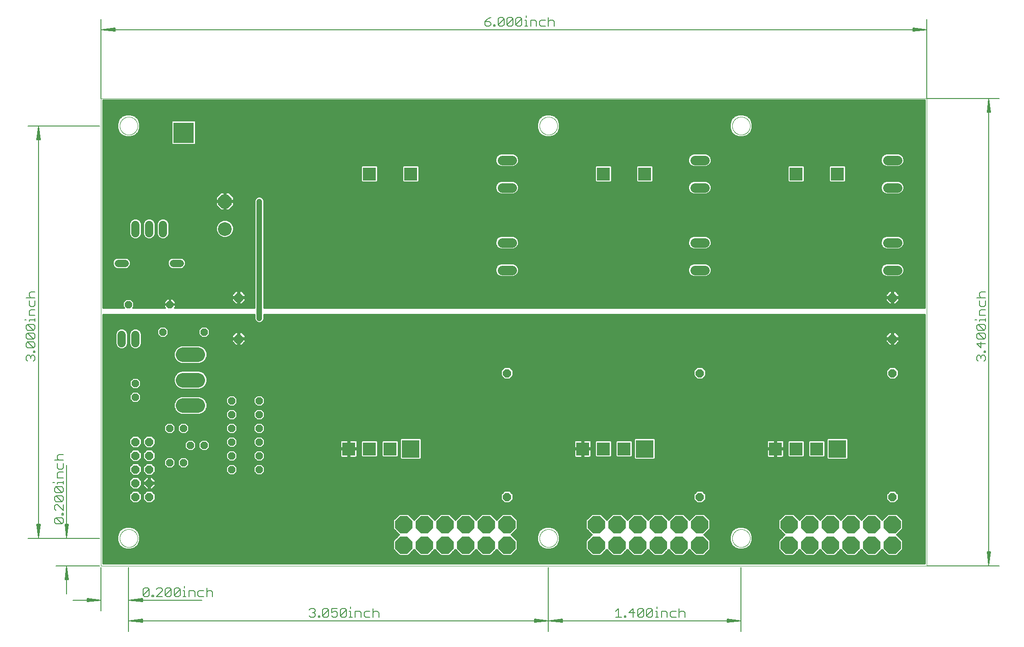
<source format=gbl>
G75*
%MOIN*%
%OFA0B0*%
%FSLAX25Y25*%
%IPPOS*%
%LPD*%
%AMOC8*
5,1,8,0,0,1.08239X$1,22.5*
%
%ADD10C,0.00000*%
%ADD11C,0.00512*%
%ADD12C,0.00600*%
%ADD13C,0.10000*%
%ADD14OC8,0.10000*%
%ADD15C,0.07050*%
%ADD16OC8,0.05200*%
%ADD17C,0.10650*%
%ADD18C,0.06000*%
%ADD19C,0.05200*%
%ADD20R,0.09449X0.09449*%
%ADD21R,0.12661X0.12661*%
%ADD22OC8,0.06600*%
%ADD23OC8,0.06000*%
%ADD24OC8,0.12500*%
%ADD25R,0.15000X0.15000*%
%ADD26C,0.15000*%
%ADD27C,0.01200*%
%ADD28C,0.01600*%
%ADD29C,0.03562*%
%ADD30C,0.03937*%
D10*
X0240000Y0265000D02*
X0240000Y0605000D01*
X0840000Y0605000D01*
X0840000Y0265000D01*
X0240000Y0265000D01*
X0253500Y0285000D02*
X0253502Y0285161D01*
X0253508Y0285321D01*
X0253518Y0285482D01*
X0253532Y0285642D01*
X0253550Y0285802D01*
X0253571Y0285961D01*
X0253597Y0286120D01*
X0253627Y0286278D01*
X0253660Y0286435D01*
X0253698Y0286592D01*
X0253739Y0286747D01*
X0253784Y0286901D01*
X0253833Y0287054D01*
X0253886Y0287206D01*
X0253942Y0287357D01*
X0254003Y0287506D01*
X0254066Y0287654D01*
X0254134Y0287800D01*
X0254205Y0287944D01*
X0254279Y0288086D01*
X0254357Y0288227D01*
X0254439Y0288365D01*
X0254524Y0288502D01*
X0254612Y0288636D01*
X0254704Y0288768D01*
X0254799Y0288898D01*
X0254897Y0289026D01*
X0254998Y0289151D01*
X0255102Y0289273D01*
X0255209Y0289393D01*
X0255319Y0289510D01*
X0255432Y0289625D01*
X0255548Y0289736D01*
X0255667Y0289845D01*
X0255788Y0289950D01*
X0255912Y0290053D01*
X0256038Y0290153D01*
X0256166Y0290249D01*
X0256297Y0290342D01*
X0256431Y0290432D01*
X0256566Y0290519D01*
X0256704Y0290602D01*
X0256843Y0290682D01*
X0256985Y0290758D01*
X0257128Y0290831D01*
X0257273Y0290900D01*
X0257420Y0290966D01*
X0257568Y0291028D01*
X0257718Y0291086D01*
X0257869Y0291141D01*
X0258022Y0291192D01*
X0258176Y0291239D01*
X0258331Y0291282D01*
X0258487Y0291321D01*
X0258643Y0291357D01*
X0258801Y0291388D01*
X0258959Y0291416D01*
X0259118Y0291440D01*
X0259278Y0291460D01*
X0259438Y0291476D01*
X0259598Y0291488D01*
X0259759Y0291496D01*
X0259920Y0291500D01*
X0260080Y0291500D01*
X0260241Y0291496D01*
X0260402Y0291488D01*
X0260562Y0291476D01*
X0260722Y0291460D01*
X0260882Y0291440D01*
X0261041Y0291416D01*
X0261199Y0291388D01*
X0261357Y0291357D01*
X0261513Y0291321D01*
X0261669Y0291282D01*
X0261824Y0291239D01*
X0261978Y0291192D01*
X0262131Y0291141D01*
X0262282Y0291086D01*
X0262432Y0291028D01*
X0262580Y0290966D01*
X0262727Y0290900D01*
X0262872Y0290831D01*
X0263015Y0290758D01*
X0263157Y0290682D01*
X0263296Y0290602D01*
X0263434Y0290519D01*
X0263569Y0290432D01*
X0263703Y0290342D01*
X0263834Y0290249D01*
X0263962Y0290153D01*
X0264088Y0290053D01*
X0264212Y0289950D01*
X0264333Y0289845D01*
X0264452Y0289736D01*
X0264568Y0289625D01*
X0264681Y0289510D01*
X0264791Y0289393D01*
X0264898Y0289273D01*
X0265002Y0289151D01*
X0265103Y0289026D01*
X0265201Y0288898D01*
X0265296Y0288768D01*
X0265388Y0288636D01*
X0265476Y0288502D01*
X0265561Y0288365D01*
X0265643Y0288227D01*
X0265721Y0288086D01*
X0265795Y0287944D01*
X0265866Y0287800D01*
X0265934Y0287654D01*
X0265997Y0287506D01*
X0266058Y0287357D01*
X0266114Y0287206D01*
X0266167Y0287054D01*
X0266216Y0286901D01*
X0266261Y0286747D01*
X0266302Y0286592D01*
X0266340Y0286435D01*
X0266373Y0286278D01*
X0266403Y0286120D01*
X0266429Y0285961D01*
X0266450Y0285802D01*
X0266468Y0285642D01*
X0266482Y0285482D01*
X0266492Y0285321D01*
X0266498Y0285161D01*
X0266500Y0285000D01*
X0266498Y0284839D01*
X0266492Y0284679D01*
X0266482Y0284518D01*
X0266468Y0284358D01*
X0266450Y0284198D01*
X0266429Y0284039D01*
X0266403Y0283880D01*
X0266373Y0283722D01*
X0266340Y0283565D01*
X0266302Y0283408D01*
X0266261Y0283253D01*
X0266216Y0283099D01*
X0266167Y0282946D01*
X0266114Y0282794D01*
X0266058Y0282643D01*
X0265997Y0282494D01*
X0265934Y0282346D01*
X0265866Y0282200D01*
X0265795Y0282056D01*
X0265721Y0281914D01*
X0265643Y0281773D01*
X0265561Y0281635D01*
X0265476Y0281498D01*
X0265388Y0281364D01*
X0265296Y0281232D01*
X0265201Y0281102D01*
X0265103Y0280974D01*
X0265002Y0280849D01*
X0264898Y0280727D01*
X0264791Y0280607D01*
X0264681Y0280490D01*
X0264568Y0280375D01*
X0264452Y0280264D01*
X0264333Y0280155D01*
X0264212Y0280050D01*
X0264088Y0279947D01*
X0263962Y0279847D01*
X0263834Y0279751D01*
X0263703Y0279658D01*
X0263569Y0279568D01*
X0263434Y0279481D01*
X0263296Y0279398D01*
X0263157Y0279318D01*
X0263015Y0279242D01*
X0262872Y0279169D01*
X0262727Y0279100D01*
X0262580Y0279034D01*
X0262432Y0278972D01*
X0262282Y0278914D01*
X0262131Y0278859D01*
X0261978Y0278808D01*
X0261824Y0278761D01*
X0261669Y0278718D01*
X0261513Y0278679D01*
X0261357Y0278643D01*
X0261199Y0278612D01*
X0261041Y0278584D01*
X0260882Y0278560D01*
X0260722Y0278540D01*
X0260562Y0278524D01*
X0260402Y0278512D01*
X0260241Y0278504D01*
X0260080Y0278500D01*
X0259920Y0278500D01*
X0259759Y0278504D01*
X0259598Y0278512D01*
X0259438Y0278524D01*
X0259278Y0278540D01*
X0259118Y0278560D01*
X0258959Y0278584D01*
X0258801Y0278612D01*
X0258643Y0278643D01*
X0258487Y0278679D01*
X0258331Y0278718D01*
X0258176Y0278761D01*
X0258022Y0278808D01*
X0257869Y0278859D01*
X0257718Y0278914D01*
X0257568Y0278972D01*
X0257420Y0279034D01*
X0257273Y0279100D01*
X0257128Y0279169D01*
X0256985Y0279242D01*
X0256843Y0279318D01*
X0256704Y0279398D01*
X0256566Y0279481D01*
X0256431Y0279568D01*
X0256297Y0279658D01*
X0256166Y0279751D01*
X0256038Y0279847D01*
X0255912Y0279947D01*
X0255788Y0280050D01*
X0255667Y0280155D01*
X0255548Y0280264D01*
X0255432Y0280375D01*
X0255319Y0280490D01*
X0255209Y0280607D01*
X0255102Y0280727D01*
X0254998Y0280849D01*
X0254897Y0280974D01*
X0254799Y0281102D01*
X0254704Y0281232D01*
X0254612Y0281364D01*
X0254524Y0281498D01*
X0254439Y0281635D01*
X0254357Y0281773D01*
X0254279Y0281914D01*
X0254205Y0282056D01*
X0254134Y0282200D01*
X0254066Y0282346D01*
X0254003Y0282494D01*
X0253942Y0282643D01*
X0253886Y0282794D01*
X0253833Y0282946D01*
X0253784Y0283099D01*
X0253739Y0283253D01*
X0253698Y0283408D01*
X0253660Y0283565D01*
X0253627Y0283722D01*
X0253597Y0283880D01*
X0253571Y0284039D01*
X0253550Y0284198D01*
X0253532Y0284358D01*
X0253518Y0284518D01*
X0253508Y0284679D01*
X0253502Y0284839D01*
X0253500Y0285000D01*
X0558500Y0285000D02*
X0558502Y0285161D01*
X0558508Y0285321D01*
X0558518Y0285482D01*
X0558532Y0285642D01*
X0558550Y0285802D01*
X0558571Y0285961D01*
X0558597Y0286120D01*
X0558627Y0286278D01*
X0558660Y0286435D01*
X0558698Y0286592D01*
X0558739Y0286747D01*
X0558784Y0286901D01*
X0558833Y0287054D01*
X0558886Y0287206D01*
X0558942Y0287357D01*
X0559003Y0287506D01*
X0559066Y0287654D01*
X0559134Y0287800D01*
X0559205Y0287944D01*
X0559279Y0288086D01*
X0559357Y0288227D01*
X0559439Y0288365D01*
X0559524Y0288502D01*
X0559612Y0288636D01*
X0559704Y0288768D01*
X0559799Y0288898D01*
X0559897Y0289026D01*
X0559998Y0289151D01*
X0560102Y0289273D01*
X0560209Y0289393D01*
X0560319Y0289510D01*
X0560432Y0289625D01*
X0560548Y0289736D01*
X0560667Y0289845D01*
X0560788Y0289950D01*
X0560912Y0290053D01*
X0561038Y0290153D01*
X0561166Y0290249D01*
X0561297Y0290342D01*
X0561431Y0290432D01*
X0561566Y0290519D01*
X0561704Y0290602D01*
X0561843Y0290682D01*
X0561985Y0290758D01*
X0562128Y0290831D01*
X0562273Y0290900D01*
X0562420Y0290966D01*
X0562568Y0291028D01*
X0562718Y0291086D01*
X0562869Y0291141D01*
X0563022Y0291192D01*
X0563176Y0291239D01*
X0563331Y0291282D01*
X0563487Y0291321D01*
X0563643Y0291357D01*
X0563801Y0291388D01*
X0563959Y0291416D01*
X0564118Y0291440D01*
X0564278Y0291460D01*
X0564438Y0291476D01*
X0564598Y0291488D01*
X0564759Y0291496D01*
X0564920Y0291500D01*
X0565080Y0291500D01*
X0565241Y0291496D01*
X0565402Y0291488D01*
X0565562Y0291476D01*
X0565722Y0291460D01*
X0565882Y0291440D01*
X0566041Y0291416D01*
X0566199Y0291388D01*
X0566357Y0291357D01*
X0566513Y0291321D01*
X0566669Y0291282D01*
X0566824Y0291239D01*
X0566978Y0291192D01*
X0567131Y0291141D01*
X0567282Y0291086D01*
X0567432Y0291028D01*
X0567580Y0290966D01*
X0567727Y0290900D01*
X0567872Y0290831D01*
X0568015Y0290758D01*
X0568157Y0290682D01*
X0568296Y0290602D01*
X0568434Y0290519D01*
X0568569Y0290432D01*
X0568703Y0290342D01*
X0568834Y0290249D01*
X0568962Y0290153D01*
X0569088Y0290053D01*
X0569212Y0289950D01*
X0569333Y0289845D01*
X0569452Y0289736D01*
X0569568Y0289625D01*
X0569681Y0289510D01*
X0569791Y0289393D01*
X0569898Y0289273D01*
X0570002Y0289151D01*
X0570103Y0289026D01*
X0570201Y0288898D01*
X0570296Y0288768D01*
X0570388Y0288636D01*
X0570476Y0288502D01*
X0570561Y0288365D01*
X0570643Y0288227D01*
X0570721Y0288086D01*
X0570795Y0287944D01*
X0570866Y0287800D01*
X0570934Y0287654D01*
X0570997Y0287506D01*
X0571058Y0287357D01*
X0571114Y0287206D01*
X0571167Y0287054D01*
X0571216Y0286901D01*
X0571261Y0286747D01*
X0571302Y0286592D01*
X0571340Y0286435D01*
X0571373Y0286278D01*
X0571403Y0286120D01*
X0571429Y0285961D01*
X0571450Y0285802D01*
X0571468Y0285642D01*
X0571482Y0285482D01*
X0571492Y0285321D01*
X0571498Y0285161D01*
X0571500Y0285000D01*
X0571498Y0284839D01*
X0571492Y0284679D01*
X0571482Y0284518D01*
X0571468Y0284358D01*
X0571450Y0284198D01*
X0571429Y0284039D01*
X0571403Y0283880D01*
X0571373Y0283722D01*
X0571340Y0283565D01*
X0571302Y0283408D01*
X0571261Y0283253D01*
X0571216Y0283099D01*
X0571167Y0282946D01*
X0571114Y0282794D01*
X0571058Y0282643D01*
X0570997Y0282494D01*
X0570934Y0282346D01*
X0570866Y0282200D01*
X0570795Y0282056D01*
X0570721Y0281914D01*
X0570643Y0281773D01*
X0570561Y0281635D01*
X0570476Y0281498D01*
X0570388Y0281364D01*
X0570296Y0281232D01*
X0570201Y0281102D01*
X0570103Y0280974D01*
X0570002Y0280849D01*
X0569898Y0280727D01*
X0569791Y0280607D01*
X0569681Y0280490D01*
X0569568Y0280375D01*
X0569452Y0280264D01*
X0569333Y0280155D01*
X0569212Y0280050D01*
X0569088Y0279947D01*
X0568962Y0279847D01*
X0568834Y0279751D01*
X0568703Y0279658D01*
X0568569Y0279568D01*
X0568434Y0279481D01*
X0568296Y0279398D01*
X0568157Y0279318D01*
X0568015Y0279242D01*
X0567872Y0279169D01*
X0567727Y0279100D01*
X0567580Y0279034D01*
X0567432Y0278972D01*
X0567282Y0278914D01*
X0567131Y0278859D01*
X0566978Y0278808D01*
X0566824Y0278761D01*
X0566669Y0278718D01*
X0566513Y0278679D01*
X0566357Y0278643D01*
X0566199Y0278612D01*
X0566041Y0278584D01*
X0565882Y0278560D01*
X0565722Y0278540D01*
X0565562Y0278524D01*
X0565402Y0278512D01*
X0565241Y0278504D01*
X0565080Y0278500D01*
X0564920Y0278500D01*
X0564759Y0278504D01*
X0564598Y0278512D01*
X0564438Y0278524D01*
X0564278Y0278540D01*
X0564118Y0278560D01*
X0563959Y0278584D01*
X0563801Y0278612D01*
X0563643Y0278643D01*
X0563487Y0278679D01*
X0563331Y0278718D01*
X0563176Y0278761D01*
X0563022Y0278808D01*
X0562869Y0278859D01*
X0562718Y0278914D01*
X0562568Y0278972D01*
X0562420Y0279034D01*
X0562273Y0279100D01*
X0562128Y0279169D01*
X0561985Y0279242D01*
X0561843Y0279318D01*
X0561704Y0279398D01*
X0561566Y0279481D01*
X0561431Y0279568D01*
X0561297Y0279658D01*
X0561166Y0279751D01*
X0561038Y0279847D01*
X0560912Y0279947D01*
X0560788Y0280050D01*
X0560667Y0280155D01*
X0560548Y0280264D01*
X0560432Y0280375D01*
X0560319Y0280490D01*
X0560209Y0280607D01*
X0560102Y0280727D01*
X0559998Y0280849D01*
X0559897Y0280974D01*
X0559799Y0281102D01*
X0559704Y0281232D01*
X0559612Y0281364D01*
X0559524Y0281498D01*
X0559439Y0281635D01*
X0559357Y0281773D01*
X0559279Y0281914D01*
X0559205Y0282056D01*
X0559134Y0282200D01*
X0559066Y0282346D01*
X0559003Y0282494D01*
X0558942Y0282643D01*
X0558886Y0282794D01*
X0558833Y0282946D01*
X0558784Y0283099D01*
X0558739Y0283253D01*
X0558698Y0283408D01*
X0558660Y0283565D01*
X0558627Y0283722D01*
X0558597Y0283880D01*
X0558571Y0284039D01*
X0558550Y0284198D01*
X0558532Y0284358D01*
X0558518Y0284518D01*
X0558508Y0284679D01*
X0558502Y0284839D01*
X0558500Y0285000D01*
X0698500Y0285000D02*
X0698502Y0285161D01*
X0698508Y0285321D01*
X0698518Y0285482D01*
X0698532Y0285642D01*
X0698550Y0285802D01*
X0698571Y0285961D01*
X0698597Y0286120D01*
X0698627Y0286278D01*
X0698660Y0286435D01*
X0698698Y0286592D01*
X0698739Y0286747D01*
X0698784Y0286901D01*
X0698833Y0287054D01*
X0698886Y0287206D01*
X0698942Y0287357D01*
X0699003Y0287506D01*
X0699066Y0287654D01*
X0699134Y0287800D01*
X0699205Y0287944D01*
X0699279Y0288086D01*
X0699357Y0288227D01*
X0699439Y0288365D01*
X0699524Y0288502D01*
X0699612Y0288636D01*
X0699704Y0288768D01*
X0699799Y0288898D01*
X0699897Y0289026D01*
X0699998Y0289151D01*
X0700102Y0289273D01*
X0700209Y0289393D01*
X0700319Y0289510D01*
X0700432Y0289625D01*
X0700548Y0289736D01*
X0700667Y0289845D01*
X0700788Y0289950D01*
X0700912Y0290053D01*
X0701038Y0290153D01*
X0701166Y0290249D01*
X0701297Y0290342D01*
X0701431Y0290432D01*
X0701566Y0290519D01*
X0701704Y0290602D01*
X0701843Y0290682D01*
X0701985Y0290758D01*
X0702128Y0290831D01*
X0702273Y0290900D01*
X0702420Y0290966D01*
X0702568Y0291028D01*
X0702718Y0291086D01*
X0702869Y0291141D01*
X0703022Y0291192D01*
X0703176Y0291239D01*
X0703331Y0291282D01*
X0703487Y0291321D01*
X0703643Y0291357D01*
X0703801Y0291388D01*
X0703959Y0291416D01*
X0704118Y0291440D01*
X0704278Y0291460D01*
X0704438Y0291476D01*
X0704598Y0291488D01*
X0704759Y0291496D01*
X0704920Y0291500D01*
X0705080Y0291500D01*
X0705241Y0291496D01*
X0705402Y0291488D01*
X0705562Y0291476D01*
X0705722Y0291460D01*
X0705882Y0291440D01*
X0706041Y0291416D01*
X0706199Y0291388D01*
X0706357Y0291357D01*
X0706513Y0291321D01*
X0706669Y0291282D01*
X0706824Y0291239D01*
X0706978Y0291192D01*
X0707131Y0291141D01*
X0707282Y0291086D01*
X0707432Y0291028D01*
X0707580Y0290966D01*
X0707727Y0290900D01*
X0707872Y0290831D01*
X0708015Y0290758D01*
X0708157Y0290682D01*
X0708296Y0290602D01*
X0708434Y0290519D01*
X0708569Y0290432D01*
X0708703Y0290342D01*
X0708834Y0290249D01*
X0708962Y0290153D01*
X0709088Y0290053D01*
X0709212Y0289950D01*
X0709333Y0289845D01*
X0709452Y0289736D01*
X0709568Y0289625D01*
X0709681Y0289510D01*
X0709791Y0289393D01*
X0709898Y0289273D01*
X0710002Y0289151D01*
X0710103Y0289026D01*
X0710201Y0288898D01*
X0710296Y0288768D01*
X0710388Y0288636D01*
X0710476Y0288502D01*
X0710561Y0288365D01*
X0710643Y0288227D01*
X0710721Y0288086D01*
X0710795Y0287944D01*
X0710866Y0287800D01*
X0710934Y0287654D01*
X0710997Y0287506D01*
X0711058Y0287357D01*
X0711114Y0287206D01*
X0711167Y0287054D01*
X0711216Y0286901D01*
X0711261Y0286747D01*
X0711302Y0286592D01*
X0711340Y0286435D01*
X0711373Y0286278D01*
X0711403Y0286120D01*
X0711429Y0285961D01*
X0711450Y0285802D01*
X0711468Y0285642D01*
X0711482Y0285482D01*
X0711492Y0285321D01*
X0711498Y0285161D01*
X0711500Y0285000D01*
X0711498Y0284839D01*
X0711492Y0284679D01*
X0711482Y0284518D01*
X0711468Y0284358D01*
X0711450Y0284198D01*
X0711429Y0284039D01*
X0711403Y0283880D01*
X0711373Y0283722D01*
X0711340Y0283565D01*
X0711302Y0283408D01*
X0711261Y0283253D01*
X0711216Y0283099D01*
X0711167Y0282946D01*
X0711114Y0282794D01*
X0711058Y0282643D01*
X0710997Y0282494D01*
X0710934Y0282346D01*
X0710866Y0282200D01*
X0710795Y0282056D01*
X0710721Y0281914D01*
X0710643Y0281773D01*
X0710561Y0281635D01*
X0710476Y0281498D01*
X0710388Y0281364D01*
X0710296Y0281232D01*
X0710201Y0281102D01*
X0710103Y0280974D01*
X0710002Y0280849D01*
X0709898Y0280727D01*
X0709791Y0280607D01*
X0709681Y0280490D01*
X0709568Y0280375D01*
X0709452Y0280264D01*
X0709333Y0280155D01*
X0709212Y0280050D01*
X0709088Y0279947D01*
X0708962Y0279847D01*
X0708834Y0279751D01*
X0708703Y0279658D01*
X0708569Y0279568D01*
X0708434Y0279481D01*
X0708296Y0279398D01*
X0708157Y0279318D01*
X0708015Y0279242D01*
X0707872Y0279169D01*
X0707727Y0279100D01*
X0707580Y0279034D01*
X0707432Y0278972D01*
X0707282Y0278914D01*
X0707131Y0278859D01*
X0706978Y0278808D01*
X0706824Y0278761D01*
X0706669Y0278718D01*
X0706513Y0278679D01*
X0706357Y0278643D01*
X0706199Y0278612D01*
X0706041Y0278584D01*
X0705882Y0278560D01*
X0705722Y0278540D01*
X0705562Y0278524D01*
X0705402Y0278512D01*
X0705241Y0278504D01*
X0705080Y0278500D01*
X0704920Y0278500D01*
X0704759Y0278504D01*
X0704598Y0278512D01*
X0704438Y0278524D01*
X0704278Y0278540D01*
X0704118Y0278560D01*
X0703959Y0278584D01*
X0703801Y0278612D01*
X0703643Y0278643D01*
X0703487Y0278679D01*
X0703331Y0278718D01*
X0703176Y0278761D01*
X0703022Y0278808D01*
X0702869Y0278859D01*
X0702718Y0278914D01*
X0702568Y0278972D01*
X0702420Y0279034D01*
X0702273Y0279100D01*
X0702128Y0279169D01*
X0701985Y0279242D01*
X0701843Y0279318D01*
X0701704Y0279398D01*
X0701566Y0279481D01*
X0701431Y0279568D01*
X0701297Y0279658D01*
X0701166Y0279751D01*
X0701038Y0279847D01*
X0700912Y0279947D01*
X0700788Y0280050D01*
X0700667Y0280155D01*
X0700548Y0280264D01*
X0700432Y0280375D01*
X0700319Y0280490D01*
X0700209Y0280607D01*
X0700102Y0280727D01*
X0699998Y0280849D01*
X0699897Y0280974D01*
X0699799Y0281102D01*
X0699704Y0281232D01*
X0699612Y0281364D01*
X0699524Y0281498D01*
X0699439Y0281635D01*
X0699357Y0281773D01*
X0699279Y0281914D01*
X0699205Y0282056D01*
X0699134Y0282200D01*
X0699066Y0282346D01*
X0699003Y0282494D01*
X0698942Y0282643D01*
X0698886Y0282794D01*
X0698833Y0282946D01*
X0698784Y0283099D01*
X0698739Y0283253D01*
X0698698Y0283408D01*
X0698660Y0283565D01*
X0698627Y0283722D01*
X0698597Y0283880D01*
X0698571Y0284039D01*
X0698550Y0284198D01*
X0698532Y0284358D01*
X0698518Y0284518D01*
X0698508Y0284679D01*
X0698502Y0284839D01*
X0698500Y0285000D01*
X0698500Y0585000D02*
X0698502Y0585161D01*
X0698508Y0585321D01*
X0698518Y0585482D01*
X0698532Y0585642D01*
X0698550Y0585802D01*
X0698571Y0585961D01*
X0698597Y0586120D01*
X0698627Y0586278D01*
X0698660Y0586435D01*
X0698698Y0586592D01*
X0698739Y0586747D01*
X0698784Y0586901D01*
X0698833Y0587054D01*
X0698886Y0587206D01*
X0698942Y0587357D01*
X0699003Y0587506D01*
X0699066Y0587654D01*
X0699134Y0587800D01*
X0699205Y0587944D01*
X0699279Y0588086D01*
X0699357Y0588227D01*
X0699439Y0588365D01*
X0699524Y0588502D01*
X0699612Y0588636D01*
X0699704Y0588768D01*
X0699799Y0588898D01*
X0699897Y0589026D01*
X0699998Y0589151D01*
X0700102Y0589273D01*
X0700209Y0589393D01*
X0700319Y0589510D01*
X0700432Y0589625D01*
X0700548Y0589736D01*
X0700667Y0589845D01*
X0700788Y0589950D01*
X0700912Y0590053D01*
X0701038Y0590153D01*
X0701166Y0590249D01*
X0701297Y0590342D01*
X0701431Y0590432D01*
X0701566Y0590519D01*
X0701704Y0590602D01*
X0701843Y0590682D01*
X0701985Y0590758D01*
X0702128Y0590831D01*
X0702273Y0590900D01*
X0702420Y0590966D01*
X0702568Y0591028D01*
X0702718Y0591086D01*
X0702869Y0591141D01*
X0703022Y0591192D01*
X0703176Y0591239D01*
X0703331Y0591282D01*
X0703487Y0591321D01*
X0703643Y0591357D01*
X0703801Y0591388D01*
X0703959Y0591416D01*
X0704118Y0591440D01*
X0704278Y0591460D01*
X0704438Y0591476D01*
X0704598Y0591488D01*
X0704759Y0591496D01*
X0704920Y0591500D01*
X0705080Y0591500D01*
X0705241Y0591496D01*
X0705402Y0591488D01*
X0705562Y0591476D01*
X0705722Y0591460D01*
X0705882Y0591440D01*
X0706041Y0591416D01*
X0706199Y0591388D01*
X0706357Y0591357D01*
X0706513Y0591321D01*
X0706669Y0591282D01*
X0706824Y0591239D01*
X0706978Y0591192D01*
X0707131Y0591141D01*
X0707282Y0591086D01*
X0707432Y0591028D01*
X0707580Y0590966D01*
X0707727Y0590900D01*
X0707872Y0590831D01*
X0708015Y0590758D01*
X0708157Y0590682D01*
X0708296Y0590602D01*
X0708434Y0590519D01*
X0708569Y0590432D01*
X0708703Y0590342D01*
X0708834Y0590249D01*
X0708962Y0590153D01*
X0709088Y0590053D01*
X0709212Y0589950D01*
X0709333Y0589845D01*
X0709452Y0589736D01*
X0709568Y0589625D01*
X0709681Y0589510D01*
X0709791Y0589393D01*
X0709898Y0589273D01*
X0710002Y0589151D01*
X0710103Y0589026D01*
X0710201Y0588898D01*
X0710296Y0588768D01*
X0710388Y0588636D01*
X0710476Y0588502D01*
X0710561Y0588365D01*
X0710643Y0588227D01*
X0710721Y0588086D01*
X0710795Y0587944D01*
X0710866Y0587800D01*
X0710934Y0587654D01*
X0710997Y0587506D01*
X0711058Y0587357D01*
X0711114Y0587206D01*
X0711167Y0587054D01*
X0711216Y0586901D01*
X0711261Y0586747D01*
X0711302Y0586592D01*
X0711340Y0586435D01*
X0711373Y0586278D01*
X0711403Y0586120D01*
X0711429Y0585961D01*
X0711450Y0585802D01*
X0711468Y0585642D01*
X0711482Y0585482D01*
X0711492Y0585321D01*
X0711498Y0585161D01*
X0711500Y0585000D01*
X0711498Y0584839D01*
X0711492Y0584679D01*
X0711482Y0584518D01*
X0711468Y0584358D01*
X0711450Y0584198D01*
X0711429Y0584039D01*
X0711403Y0583880D01*
X0711373Y0583722D01*
X0711340Y0583565D01*
X0711302Y0583408D01*
X0711261Y0583253D01*
X0711216Y0583099D01*
X0711167Y0582946D01*
X0711114Y0582794D01*
X0711058Y0582643D01*
X0710997Y0582494D01*
X0710934Y0582346D01*
X0710866Y0582200D01*
X0710795Y0582056D01*
X0710721Y0581914D01*
X0710643Y0581773D01*
X0710561Y0581635D01*
X0710476Y0581498D01*
X0710388Y0581364D01*
X0710296Y0581232D01*
X0710201Y0581102D01*
X0710103Y0580974D01*
X0710002Y0580849D01*
X0709898Y0580727D01*
X0709791Y0580607D01*
X0709681Y0580490D01*
X0709568Y0580375D01*
X0709452Y0580264D01*
X0709333Y0580155D01*
X0709212Y0580050D01*
X0709088Y0579947D01*
X0708962Y0579847D01*
X0708834Y0579751D01*
X0708703Y0579658D01*
X0708569Y0579568D01*
X0708434Y0579481D01*
X0708296Y0579398D01*
X0708157Y0579318D01*
X0708015Y0579242D01*
X0707872Y0579169D01*
X0707727Y0579100D01*
X0707580Y0579034D01*
X0707432Y0578972D01*
X0707282Y0578914D01*
X0707131Y0578859D01*
X0706978Y0578808D01*
X0706824Y0578761D01*
X0706669Y0578718D01*
X0706513Y0578679D01*
X0706357Y0578643D01*
X0706199Y0578612D01*
X0706041Y0578584D01*
X0705882Y0578560D01*
X0705722Y0578540D01*
X0705562Y0578524D01*
X0705402Y0578512D01*
X0705241Y0578504D01*
X0705080Y0578500D01*
X0704920Y0578500D01*
X0704759Y0578504D01*
X0704598Y0578512D01*
X0704438Y0578524D01*
X0704278Y0578540D01*
X0704118Y0578560D01*
X0703959Y0578584D01*
X0703801Y0578612D01*
X0703643Y0578643D01*
X0703487Y0578679D01*
X0703331Y0578718D01*
X0703176Y0578761D01*
X0703022Y0578808D01*
X0702869Y0578859D01*
X0702718Y0578914D01*
X0702568Y0578972D01*
X0702420Y0579034D01*
X0702273Y0579100D01*
X0702128Y0579169D01*
X0701985Y0579242D01*
X0701843Y0579318D01*
X0701704Y0579398D01*
X0701566Y0579481D01*
X0701431Y0579568D01*
X0701297Y0579658D01*
X0701166Y0579751D01*
X0701038Y0579847D01*
X0700912Y0579947D01*
X0700788Y0580050D01*
X0700667Y0580155D01*
X0700548Y0580264D01*
X0700432Y0580375D01*
X0700319Y0580490D01*
X0700209Y0580607D01*
X0700102Y0580727D01*
X0699998Y0580849D01*
X0699897Y0580974D01*
X0699799Y0581102D01*
X0699704Y0581232D01*
X0699612Y0581364D01*
X0699524Y0581498D01*
X0699439Y0581635D01*
X0699357Y0581773D01*
X0699279Y0581914D01*
X0699205Y0582056D01*
X0699134Y0582200D01*
X0699066Y0582346D01*
X0699003Y0582494D01*
X0698942Y0582643D01*
X0698886Y0582794D01*
X0698833Y0582946D01*
X0698784Y0583099D01*
X0698739Y0583253D01*
X0698698Y0583408D01*
X0698660Y0583565D01*
X0698627Y0583722D01*
X0698597Y0583880D01*
X0698571Y0584039D01*
X0698550Y0584198D01*
X0698532Y0584358D01*
X0698518Y0584518D01*
X0698508Y0584679D01*
X0698502Y0584839D01*
X0698500Y0585000D01*
X0558500Y0585000D02*
X0558502Y0585161D01*
X0558508Y0585321D01*
X0558518Y0585482D01*
X0558532Y0585642D01*
X0558550Y0585802D01*
X0558571Y0585961D01*
X0558597Y0586120D01*
X0558627Y0586278D01*
X0558660Y0586435D01*
X0558698Y0586592D01*
X0558739Y0586747D01*
X0558784Y0586901D01*
X0558833Y0587054D01*
X0558886Y0587206D01*
X0558942Y0587357D01*
X0559003Y0587506D01*
X0559066Y0587654D01*
X0559134Y0587800D01*
X0559205Y0587944D01*
X0559279Y0588086D01*
X0559357Y0588227D01*
X0559439Y0588365D01*
X0559524Y0588502D01*
X0559612Y0588636D01*
X0559704Y0588768D01*
X0559799Y0588898D01*
X0559897Y0589026D01*
X0559998Y0589151D01*
X0560102Y0589273D01*
X0560209Y0589393D01*
X0560319Y0589510D01*
X0560432Y0589625D01*
X0560548Y0589736D01*
X0560667Y0589845D01*
X0560788Y0589950D01*
X0560912Y0590053D01*
X0561038Y0590153D01*
X0561166Y0590249D01*
X0561297Y0590342D01*
X0561431Y0590432D01*
X0561566Y0590519D01*
X0561704Y0590602D01*
X0561843Y0590682D01*
X0561985Y0590758D01*
X0562128Y0590831D01*
X0562273Y0590900D01*
X0562420Y0590966D01*
X0562568Y0591028D01*
X0562718Y0591086D01*
X0562869Y0591141D01*
X0563022Y0591192D01*
X0563176Y0591239D01*
X0563331Y0591282D01*
X0563487Y0591321D01*
X0563643Y0591357D01*
X0563801Y0591388D01*
X0563959Y0591416D01*
X0564118Y0591440D01*
X0564278Y0591460D01*
X0564438Y0591476D01*
X0564598Y0591488D01*
X0564759Y0591496D01*
X0564920Y0591500D01*
X0565080Y0591500D01*
X0565241Y0591496D01*
X0565402Y0591488D01*
X0565562Y0591476D01*
X0565722Y0591460D01*
X0565882Y0591440D01*
X0566041Y0591416D01*
X0566199Y0591388D01*
X0566357Y0591357D01*
X0566513Y0591321D01*
X0566669Y0591282D01*
X0566824Y0591239D01*
X0566978Y0591192D01*
X0567131Y0591141D01*
X0567282Y0591086D01*
X0567432Y0591028D01*
X0567580Y0590966D01*
X0567727Y0590900D01*
X0567872Y0590831D01*
X0568015Y0590758D01*
X0568157Y0590682D01*
X0568296Y0590602D01*
X0568434Y0590519D01*
X0568569Y0590432D01*
X0568703Y0590342D01*
X0568834Y0590249D01*
X0568962Y0590153D01*
X0569088Y0590053D01*
X0569212Y0589950D01*
X0569333Y0589845D01*
X0569452Y0589736D01*
X0569568Y0589625D01*
X0569681Y0589510D01*
X0569791Y0589393D01*
X0569898Y0589273D01*
X0570002Y0589151D01*
X0570103Y0589026D01*
X0570201Y0588898D01*
X0570296Y0588768D01*
X0570388Y0588636D01*
X0570476Y0588502D01*
X0570561Y0588365D01*
X0570643Y0588227D01*
X0570721Y0588086D01*
X0570795Y0587944D01*
X0570866Y0587800D01*
X0570934Y0587654D01*
X0570997Y0587506D01*
X0571058Y0587357D01*
X0571114Y0587206D01*
X0571167Y0587054D01*
X0571216Y0586901D01*
X0571261Y0586747D01*
X0571302Y0586592D01*
X0571340Y0586435D01*
X0571373Y0586278D01*
X0571403Y0586120D01*
X0571429Y0585961D01*
X0571450Y0585802D01*
X0571468Y0585642D01*
X0571482Y0585482D01*
X0571492Y0585321D01*
X0571498Y0585161D01*
X0571500Y0585000D01*
X0571498Y0584839D01*
X0571492Y0584679D01*
X0571482Y0584518D01*
X0571468Y0584358D01*
X0571450Y0584198D01*
X0571429Y0584039D01*
X0571403Y0583880D01*
X0571373Y0583722D01*
X0571340Y0583565D01*
X0571302Y0583408D01*
X0571261Y0583253D01*
X0571216Y0583099D01*
X0571167Y0582946D01*
X0571114Y0582794D01*
X0571058Y0582643D01*
X0570997Y0582494D01*
X0570934Y0582346D01*
X0570866Y0582200D01*
X0570795Y0582056D01*
X0570721Y0581914D01*
X0570643Y0581773D01*
X0570561Y0581635D01*
X0570476Y0581498D01*
X0570388Y0581364D01*
X0570296Y0581232D01*
X0570201Y0581102D01*
X0570103Y0580974D01*
X0570002Y0580849D01*
X0569898Y0580727D01*
X0569791Y0580607D01*
X0569681Y0580490D01*
X0569568Y0580375D01*
X0569452Y0580264D01*
X0569333Y0580155D01*
X0569212Y0580050D01*
X0569088Y0579947D01*
X0568962Y0579847D01*
X0568834Y0579751D01*
X0568703Y0579658D01*
X0568569Y0579568D01*
X0568434Y0579481D01*
X0568296Y0579398D01*
X0568157Y0579318D01*
X0568015Y0579242D01*
X0567872Y0579169D01*
X0567727Y0579100D01*
X0567580Y0579034D01*
X0567432Y0578972D01*
X0567282Y0578914D01*
X0567131Y0578859D01*
X0566978Y0578808D01*
X0566824Y0578761D01*
X0566669Y0578718D01*
X0566513Y0578679D01*
X0566357Y0578643D01*
X0566199Y0578612D01*
X0566041Y0578584D01*
X0565882Y0578560D01*
X0565722Y0578540D01*
X0565562Y0578524D01*
X0565402Y0578512D01*
X0565241Y0578504D01*
X0565080Y0578500D01*
X0564920Y0578500D01*
X0564759Y0578504D01*
X0564598Y0578512D01*
X0564438Y0578524D01*
X0564278Y0578540D01*
X0564118Y0578560D01*
X0563959Y0578584D01*
X0563801Y0578612D01*
X0563643Y0578643D01*
X0563487Y0578679D01*
X0563331Y0578718D01*
X0563176Y0578761D01*
X0563022Y0578808D01*
X0562869Y0578859D01*
X0562718Y0578914D01*
X0562568Y0578972D01*
X0562420Y0579034D01*
X0562273Y0579100D01*
X0562128Y0579169D01*
X0561985Y0579242D01*
X0561843Y0579318D01*
X0561704Y0579398D01*
X0561566Y0579481D01*
X0561431Y0579568D01*
X0561297Y0579658D01*
X0561166Y0579751D01*
X0561038Y0579847D01*
X0560912Y0579947D01*
X0560788Y0580050D01*
X0560667Y0580155D01*
X0560548Y0580264D01*
X0560432Y0580375D01*
X0560319Y0580490D01*
X0560209Y0580607D01*
X0560102Y0580727D01*
X0559998Y0580849D01*
X0559897Y0580974D01*
X0559799Y0581102D01*
X0559704Y0581232D01*
X0559612Y0581364D01*
X0559524Y0581498D01*
X0559439Y0581635D01*
X0559357Y0581773D01*
X0559279Y0581914D01*
X0559205Y0582056D01*
X0559134Y0582200D01*
X0559066Y0582346D01*
X0559003Y0582494D01*
X0558942Y0582643D01*
X0558886Y0582794D01*
X0558833Y0582946D01*
X0558784Y0583099D01*
X0558739Y0583253D01*
X0558698Y0583408D01*
X0558660Y0583565D01*
X0558627Y0583722D01*
X0558597Y0583880D01*
X0558571Y0584039D01*
X0558550Y0584198D01*
X0558532Y0584358D01*
X0558518Y0584518D01*
X0558508Y0584679D01*
X0558502Y0584839D01*
X0558500Y0585000D01*
X0253500Y0585000D02*
X0253502Y0585161D01*
X0253508Y0585321D01*
X0253518Y0585482D01*
X0253532Y0585642D01*
X0253550Y0585802D01*
X0253571Y0585961D01*
X0253597Y0586120D01*
X0253627Y0586278D01*
X0253660Y0586435D01*
X0253698Y0586592D01*
X0253739Y0586747D01*
X0253784Y0586901D01*
X0253833Y0587054D01*
X0253886Y0587206D01*
X0253942Y0587357D01*
X0254003Y0587506D01*
X0254066Y0587654D01*
X0254134Y0587800D01*
X0254205Y0587944D01*
X0254279Y0588086D01*
X0254357Y0588227D01*
X0254439Y0588365D01*
X0254524Y0588502D01*
X0254612Y0588636D01*
X0254704Y0588768D01*
X0254799Y0588898D01*
X0254897Y0589026D01*
X0254998Y0589151D01*
X0255102Y0589273D01*
X0255209Y0589393D01*
X0255319Y0589510D01*
X0255432Y0589625D01*
X0255548Y0589736D01*
X0255667Y0589845D01*
X0255788Y0589950D01*
X0255912Y0590053D01*
X0256038Y0590153D01*
X0256166Y0590249D01*
X0256297Y0590342D01*
X0256431Y0590432D01*
X0256566Y0590519D01*
X0256704Y0590602D01*
X0256843Y0590682D01*
X0256985Y0590758D01*
X0257128Y0590831D01*
X0257273Y0590900D01*
X0257420Y0590966D01*
X0257568Y0591028D01*
X0257718Y0591086D01*
X0257869Y0591141D01*
X0258022Y0591192D01*
X0258176Y0591239D01*
X0258331Y0591282D01*
X0258487Y0591321D01*
X0258643Y0591357D01*
X0258801Y0591388D01*
X0258959Y0591416D01*
X0259118Y0591440D01*
X0259278Y0591460D01*
X0259438Y0591476D01*
X0259598Y0591488D01*
X0259759Y0591496D01*
X0259920Y0591500D01*
X0260080Y0591500D01*
X0260241Y0591496D01*
X0260402Y0591488D01*
X0260562Y0591476D01*
X0260722Y0591460D01*
X0260882Y0591440D01*
X0261041Y0591416D01*
X0261199Y0591388D01*
X0261357Y0591357D01*
X0261513Y0591321D01*
X0261669Y0591282D01*
X0261824Y0591239D01*
X0261978Y0591192D01*
X0262131Y0591141D01*
X0262282Y0591086D01*
X0262432Y0591028D01*
X0262580Y0590966D01*
X0262727Y0590900D01*
X0262872Y0590831D01*
X0263015Y0590758D01*
X0263157Y0590682D01*
X0263296Y0590602D01*
X0263434Y0590519D01*
X0263569Y0590432D01*
X0263703Y0590342D01*
X0263834Y0590249D01*
X0263962Y0590153D01*
X0264088Y0590053D01*
X0264212Y0589950D01*
X0264333Y0589845D01*
X0264452Y0589736D01*
X0264568Y0589625D01*
X0264681Y0589510D01*
X0264791Y0589393D01*
X0264898Y0589273D01*
X0265002Y0589151D01*
X0265103Y0589026D01*
X0265201Y0588898D01*
X0265296Y0588768D01*
X0265388Y0588636D01*
X0265476Y0588502D01*
X0265561Y0588365D01*
X0265643Y0588227D01*
X0265721Y0588086D01*
X0265795Y0587944D01*
X0265866Y0587800D01*
X0265934Y0587654D01*
X0265997Y0587506D01*
X0266058Y0587357D01*
X0266114Y0587206D01*
X0266167Y0587054D01*
X0266216Y0586901D01*
X0266261Y0586747D01*
X0266302Y0586592D01*
X0266340Y0586435D01*
X0266373Y0586278D01*
X0266403Y0586120D01*
X0266429Y0585961D01*
X0266450Y0585802D01*
X0266468Y0585642D01*
X0266482Y0585482D01*
X0266492Y0585321D01*
X0266498Y0585161D01*
X0266500Y0585000D01*
X0266498Y0584839D01*
X0266492Y0584679D01*
X0266482Y0584518D01*
X0266468Y0584358D01*
X0266450Y0584198D01*
X0266429Y0584039D01*
X0266403Y0583880D01*
X0266373Y0583722D01*
X0266340Y0583565D01*
X0266302Y0583408D01*
X0266261Y0583253D01*
X0266216Y0583099D01*
X0266167Y0582946D01*
X0266114Y0582794D01*
X0266058Y0582643D01*
X0265997Y0582494D01*
X0265934Y0582346D01*
X0265866Y0582200D01*
X0265795Y0582056D01*
X0265721Y0581914D01*
X0265643Y0581773D01*
X0265561Y0581635D01*
X0265476Y0581498D01*
X0265388Y0581364D01*
X0265296Y0581232D01*
X0265201Y0581102D01*
X0265103Y0580974D01*
X0265002Y0580849D01*
X0264898Y0580727D01*
X0264791Y0580607D01*
X0264681Y0580490D01*
X0264568Y0580375D01*
X0264452Y0580264D01*
X0264333Y0580155D01*
X0264212Y0580050D01*
X0264088Y0579947D01*
X0263962Y0579847D01*
X0263834Y0579751D01*
X0263703Y0579658D01*
X0263569Y0579568D01*
X0263434Y0579481D01*
X0263296Y0579398D01*
X0263157Y0579318D01*
X0263015Y0579242D01*
X0262872Y0579169D01*
X0262727Y0579100D01*
X0262580Y0579034D01*
X0262432Y0578972D01*
X0262282Y0578914D01*
X0262131Y0578859D01*
X0261978Y0578808D01*
X0261824Y0578761D01*
X0261669Y0578718D01*
X0261513Y0578679D01*
X0261357Y0578643D01*
X0261199Y0578612D01*
X0261041Y0578584D01*
X0260882Y0578560D01*
X0260722Y0578540D01*
X0260562Y0578524D01*
X0260402Y0578512D01*
X0260241Y0578504D01*
X0260080Y0578500D01*
X0259920Y0578500D01*
X0259759Y0578504D01*
X0259598Y0578512D01*
X0259438Y0578524D01*
X0259278Y0578540D01*
X0259118Y0578560D01*
X0258959Y0578584D01*
X0258801Y0578612D01*
X0258643Y0578643D01*
X0258487Y0578679D01*
X0258331Y0578718D01*
X0258176Y0578761D01*
X0258022Y0578808D01*
X0257869Y0578859D01*
X0257718Y0578914D01*
X0257568Y0578972D01*
X0257420Y0579034D01*
X0257273Y0579100D01*
X0257128Y0579169D01*
X0256985Y0579242D01*
X0256843Y0579318D01*
X0256704Y0579398D01*
X0256566Y0579481D01*
X0256431Y0579568D01*
X0256297Y0579658D01*
X0256166Y0579751D01*
X0256038Y0579847D01*
X0255912Y0579947D01*
X0255788Y0580050D01*
X0255667Y0580155D01*
X0255548Y0580264D01*
X0255432Y0580375D01*
X0255319Y0580490D01*
X0255209Y0580607D01*
X0255102Y0580727D01*
X0254998Y0580849D01*
X0254897Y0580974D01*
X0254799Y0581102D01*
X0254704Y0581232D01*
X0254612Y0581364D01*
X0254524Y0581498D01*
X0254439Y0581635D01*
X0254357Y0581773D01*
X0254279Y0581914D01*
X0254205Y0582056D01*
X0254134Y0582200D01*
X0254066Y0582346D01*
X0254003Y0582494D01*
X0253942Y0582643D01*
X0253886Y0582794D01*
X0253833Y0582946D01*
X0253784Y0583099D01*
X0253739Y0583253D01*
X0253698Y0583408D01*
X0253660Y0583565D01*
X0253627Y0583722D01*
X0253597Y0583880D01*
X0253571Y0584039D01*
X0253550Y0584198D01*
X0253532Y0584358D01*
X0253518Y0584518D01*
X0253508Y0584679D01*
X0253502Y0584839D01*
X0253500Y0585000D01*
D11*
X0260000Y0264000D02*
X0260000Y0217323D01*
X0260256Y0225000D02*
X0270236Y0223976D01*
X0270236Y0223743D02*
X0260256Y0225000D01*
X0270236Y0226024D01*
X0270236Y0226257D02*
X0270236Y0223743D01*
X0270236Y0224488D02*
X0260256Y0225000D01*
X0270236Y0225512D01*
X0270236Y0226257D02*
X0260256Y0225000D01*
X0564744Y0225000D01*
X0554764Y0223976D01*
X0554764Y0223743D02*
X0564744Y0225000D01*
X0554764Y0226024D01*
X0554764Y0226257D02*
X0554764Y0223743D01*
X0554764Y0224488D02*
X0564744Y0225000D01*
X0554764Y0225512D01*
X0554764Y0226257D02*
X0564744Y0225000D01*
X0565256Y0225000D02*
X0575236Y0223976D01*
X0575236Y0223743D02*
X0565256Y0225000D01*
X0575236Y0226024D01*
X0575236Y0226257D02*
X0575236Y0223743D01*
X0575236Y0224488D02*
X0565256Y0225000D01*
X0575236Y0225512D01*
X0575236Y0226257D02*
X0565256Y0225000D01*
X0704744Y0225000D01*
X0694764Y0223976D01*
X0694764Y0223743D02*
X0704744Y0225000D01*
X0694764Y0226024D01*
X0694764Y0226257D02*
X0694764Y0223743D01*
X0694764Y0224488D02*
X0704744Y0225000D01*
X0694764Y0225512D01*
X0694764Y0226257D02*
X0704744Y0225000D01*
X0705000Y0217323D02*
X0705000Y0264000D01*
X0840000Y0265000D02*
X0892677Y0265000D01*
X0885000Y0265256D02*
X0886024Y0275236D01*
X0886257Y0275236D02*
X0885000Y0265256D01*
X0883976Y0275236D01*
X0883743Y0275236D02*
X0886257Y0275236D01*
X0885512Y0275236D02*
X0885000Y0265256D01*
X0884488Y0275236D01*
X0883743Y0275236D02*
X0885000Y0265256D01*
X0885000Y0604744D01*
X0886024Y0594764D01*
X0886257Y0594764D02*
X0885000Y0604744D01*
X0883976Y0594764D01*
X0883743Y0594764D02*
X0886257Y0594764D01*
X0885512Y0594764D02*
X0885000Y0604744D01*
X0884488Y0594764D01*
X0883743Y0594764D02*
X0885000Y0604744D01*
X0892677Y0605000D02*
X0840000Y0605000D01*
X0840000Y0662677D01*
X0839744Y0655000D02*
X0829764Y0653976D01*
X0829764Y0653743D02*
X0839744Y0655000D01*
X0829764Y0656024D01*
X0829764Y0656257D02*
X0829764Y0653743D01*
X0829764Y0654488D02*
X0839744Y0655000D01*
X0829764Y0655512D01*
X0829764Y0656257D02*
X0839744Y0655000D01*
X0240256Y0655000D01*
X0250236Y0653976D01*
X0250236Y0653743D02*
X0240256Y0655000D01*
X0250236Y0656024D01*
X0250236Y0656257D02*
X0250236Y0653743D01*
X0250236Y0654488D02*
X0240256Y0655000D01*
X0250236Y0655512D01*
X0250236Y0656257D02*
X0240256Y0655000D01*
X0240000Y0662677D02*
X0240000Y0605000D01*
X0239000Y0585000D02*
X0186900Y0585000D01*
X0194577Y0584744D02*
X0195601Y0574764D01*
X0195834Y0574764D02*
X0194577Y0584744D01*
X0193553Y0574764D01*
X0193320Y0574764D02*
X0195834Y0574764D01*
X0195089Y0574764D02*
X0194577Y0584744D01*
X0194065Y0574764D01*
X0193320Y0574764D02*
X0194577Y0584744D01*
X0194577Y0285256D01*
X0195601Y0295236D01*
X0195834Y0295236D02*
X0194577Y0285256D01*
X0193553Y0295236D01*
X0193320Y0295236D02*
X0195834Y0295236D01*
X0195089Y0295236D02*
X0194577Y0285256D01*
X0194065Y0295236D01*
X0193320Y0295236D02*
X0194577Y0285256D01*
X0186900Y0285000D02*
X0239000Y0285000D01*
X0207323Y0285000D01*
X0215000Y0285256D02*
X0216024Y0295236D01*
X0216257Y0295236D02*
X0215000Y0285256D01*
X0213976Y0295236D01*
X0213743Y0295236D02*
X0216257Y0295236D01*
X0215512Y0295236D02*
X0215000Y0285256D01*
X0214488Y0295236D01*
X0213743Y0295236D02*
X0215000Y0285256D01*
X0215000Y0338284D01*
X0215000Y0264744D02*
X0216024Y0254764D01*
X0216257Y0254764D02*
X0215000Y0264744D01*
X0213976Y0254764D01*
X0213743Y0254764D02*
X0216257Y0254764D01*
X0215512Y0254764D02*
X0215000Y0264744D01*
X0214488Y0254764D01*
X0213743Y0254764D02*
X0215000Y0264744D01*
X0215000Y0244528D01*
X0219528Y0240000D02*
X0239744Y0240000D01*
X0229764Y0238976D01*
X0229764Y0238743D02*
X0239744Y0240000D01*
X0229764Y0241024D01*
X0229764Y0241257D02*
X0229764Y0238743D01*
X0229764Y0239488D02*
X0239744Y0240000D01*
X0229764Y0240512D01*
X0229764Y0241257D02*
X0239744Y0240000D01*
X0240000Y0232323D02*
X0240000Y0264000D01*
X0239000Y0265000D02*
X0207323Y0265000D01*
X0260000Y0264000D02*
X0260000Y0232323D01*
X0260256Y0240000D02*
X0270236Y0238976D01*
X0270236Y0238743D02*
X0260256Y0240000D01*
X0270236Y0241024D01*
X0270236Y0241257D02*
X0270236Y0238743D01*
X0270236Y0239488D02*
X0260256Y0240000D01*
X0270236Y0240512D01*
X0270236Y0241257D02*
X0260256Y0240000D01*
X0313284Y0240000D01*
X0565000Y0217323D02*
X0565000Y0264000D01*
X0565000Y0217323D01*
D12*
X0613776Y0227562D02*
X0618046Y0227562D01*
X0615911Y0227562D02*
X0615911Y0233967D01*
X0613776Y0231832D01*
X0620221Y0228629D02*
X0621289Y0228629D01*
X0621289Y0227562D01*
X0620221Y0227562D01*
X0620221Y0228629D01*
X0623444Y0230765D02*
X0627715Y0230765D01*
X0629890Y0232900D02*
X0630957Y0233967D01*
X0633092Y0233967D01*
X0634160Y0232900D01*
X0629890Y0228629D01*
X0630957Y0227562D01*
X0633092Y0227562D01*
X0634160Y0228629D01*
X0634160Y0232900D01*
X0636335Y0232900D02*
X0637403Y0233967D01*
X0639538Y0233967D01*
X0640606Y0232900D01*
X0636335Y0228629D01*
X0637403Y0227562D01*
X0639538Y0227562D01*
X0640606Y0228629D01*
X0640606Y0232900D01*
X0642781Y0231832D02*
X0643848Y0231832D01*
X0643848Y0227562D01*
X0642781Y0227562D02*
X0644916Y0227562D01*
X0647078Y0227562D02*
X0647078Y0231832D01*
X0650280Y0231832D01*
X0651348Y0230765D01*
X0651348Y0227562D01*
X0653523Y0228629D02*
X0654591Y0227562D01*
X0657794Y0227562D01*
X0659969Y0227562D02*
X0659969Y0233967D01*
X0661036Y0231832D02*
X0663171Y0231832D01*
X0664239Y0230765D01*
X0664239Y0227562D01*
X0659969Y0230765D02*
X0661036Y0231832D01*
X0657794Y0231832D02*
X0654591Y0231832D01*
X0653523Y0230765D01*
X0653523Y0228629D01*
X0643848Y0233967D02*
X0643848Y0235035D01*
X0636335Y0232900D02*
X0636335Y0228629D01*
X0629890Y0228629D02*
X0629890Y0232900D01*
X0626647Y0233967D02*
X0623444Y0230765D01*
X0626647Y0227562D02*
X0626647Y0233967D01*
X0441739Y0230765D02*
X0441739Y0227562D01*
X0441739Y0230765D02*
X0440671Y0231832D01*
X0438536Y0231832D01*
X0437469Y0230765D01*
X0435294Y0231832D02*
X0432091Y0231832D01*
X0431023Y0230765D01*
X0431023Y0228629D01*
X0432091Y0227562D01*
X0435294Y0227562D01*
X0437469Y0227562D02*
X0437469Y0233967D01*
X0428848Y0230765D02*
X0428848Y0227562D01*
X0428848Y0230765D02*
X0427780Y0231832D01*
X0424578Y0231832D01*
X0424578Y0227562D01*
X0422416Y0227562D02*
X0420281Y0227562D01*
X0421348Y0227562D02*
X0421348Y0231832D01*
X0420281Y0231832D01*
X0421348Y0233967D02*
X0421348Y0235035D01*
X0418106Y0232900D02*
X0413835Y0228629D01*
X0414903Y0227562D01*
X0417038Y0227562D01*
X0418106Y0228629D01*
X0418106Y0232900D01*
X0417038Y0233967D01*
X0414903Y0233967D01*
X0413835Y0232900D01*
X0413835Y0228629D01*
X0411660Y0228629D02*
X0410592Y0227562D01*
X0408457Y0227562D01*
X0407390Y0228629D01*
X0407390Y0230765D02*
X0409525Y0231832D01*
X0410592Y0231832D01*
X0411660Y0230765D01*
X0411660Y0228629D01*
X0407390Y0230765D02*
X0407390Y0233967D01*
X0411660Y0233967D01*
X0405215Y0232900D02*
X0400944Y0228629D01*
X0402012Y0227562D01*
X0404147Y0227562D01*
X0405215Y0228629D01*
X0405215Y0232900D01*
X0404147Y0233967D01*
X0402012Y0233967D01*
X0400944Y0232900D01*
X0400944Y0228629D01*
X0398789Y0228629D02*
X0398789Y0227562D01*
X0397721Y0227562D01*
X0397721Y0228629D01*
X0398789Y0228629D01*
X0395546Y0228629D02*
X0394479Y0227562D01*
X0392344Y0227562D01*
X0391276Y0228629D01*
X0393411Y0230765D02*
X0394479Y0230765D01*
X0395546Y0229697D01*
X0395546Y0228629D01*
X0394479Y0230765D02*
X0395546Y0231832D01*
X0395546Y0232900D01*
X0394479Y0233967D01*
X0392344Y0233967D01*
X0391276Y0232900D01*
X0320999Y0242562D02*
X0320999Y0245765D01*
X0319932Y0246832D01*
X0317797Y0246832D01*
X0316729Y0245765D01*
X0314554Y0246832D02*
X0311351Y0246832D01*
X0310283Y0245765D01*
X0310283Y0243629D01*
X0311351Y0242562D01*
X0314554Y0242562D01*
X0316729Y0242562D02*
X0316729Y0248967D01*
X0308108Y0245765D02*
X0308108Y0242562D01*
X0308108Y0245765D02*
X0307041Y0246832D01*
X0303838Y0246832D01*
X0303838Y0242562D01*
X0301676Y0242562D02*
X0299541Y0242562D01*
X0300609Y0242562D02*
X0300609Y0246832D01*
X0299541Y0246832D01*
X0300609Y0248967D02*
X0300609Y0250035D01*
X0297366Y0247900D02*
X0296298Y0248967D01*
X0294163Y0248967D01*
X0293095Y0247900D01*
X0293095Y0243629D01*
X0297366Y0247900D01*
X0297366Y0243629D01*
X0296298Y0242562D01*
X0294163Y0242562D01*
X0293095Y0243629D01*
X0290920Y0243629D02*
X0289853Y0242562D01*
X0287718Y0242562D01*
X0286650Y0243629D01*
X0290920Y0247900D01*
X0290920Y0243629D01*
X0286650Y0243629D02*
X0286650Y0247900D01*
X0287718Y0248967D01*
X0289853Y0248967D01*
X0290920Y0247900D01*
X0284475Y0247900D02*
X0283407Y0248967D01*
X0281272Y0248967D01*
X0280204Y0247900D01*
X0284475Y0247900D02*
X0284475Y0246832D01*
X0280204Y0242562D01*
X0284475Y0242562D01*
X0278049Y0242562D02*
X0276982Y0242562D01*
X0276982Y0243629D01*
X0278049Y0243629D01*
X0278049Y0242562D01*
X0274807Y0243629D02*
X0273739Y0242562D01*
X0271604Y0242562D01*
X0270536Y0243629D01*
X0274807Y0247900D01*
X0274807Y0243629D01*
X0274807Y0247900D02*
X0273739Y0248967D01*
X0271604Y0248967D01*
X0270536Y0247900D01*
X0270536Y0243629D01*
X0212438Y0296604D02*
X0211371Y0295536D01*
X0207100Y0299807D01*
X0211371Y0299807D01*
X0212438Y0298739D01*
X0212438Y0296604D01*
X0211371Y0295536D02*
X0207100Y0295536D01*
X0206033Y0296604D01*
X0206033Y0298739D01*
X0207100Y0299807D01*
X0211371Y0301982D02*
X0211371Y0303049D01*
X0212438Y0303049D01*
X0212438Y0301982D01*
X0211371Y0301982D01*
X0212438Y0305204D02*
X0208168Y0309475D01*
X0207100Y0309475D01*
X0206033Y0308407D01*
X0206033Y0306272D01*
X0207100Y0305204D01*
X0212438Y0305204D02*
X0212438Y0309475D01*
X0211371Y0311650D02*
X0207100Y0315920D01*
X0211371Y0315920D01*
X0212438Y0314853D01*
X0212438Y0312718D01*
X0211371Y0311650D01*
X0207100Y0311650D01*
X0206033Y0312718D01*
X0206033Y0314853D01*
X0207100Y0315920D01*
X0207100Y0318095D02*
X0206033Y0319163D01*
X0206033Y0321298D01*
X0207100Y0322366D01*
X0211371Y0318095D01*
X0212438Y0319163D01*
X0212438Y0321298D01*
X0211371Y0322366D01*
X0207100Y0322366D01*
X0208168Y0324541D02*
X0208168Y0325609D01*
X0212438Y0325609D01*
X0212438Y0326676D02*
X0212438Y0324541D01*
X0212438Y0328838D02*
X0208168Y0328838D01*
X0208168Y0332041D01*
X0209235Y0333108D01*
X0212438Y0333108D01*
X0211371Y0335283D02*
X0209235Y0335283D01*
X0208168Y0336351D01*
X0208168Y0339554D01*
X0209235Y0341729D02*
X0208168Y0342797D01*
X0208168Y0344932D01*
X0209235Y0345999D01*
X0212438Y0345999D01*
X0212438Y0341729D02*
X0206033Y0341729D01*
X0212438Y0339554D02*
X0212438Y0336351D01*
X0211371Y0335283D01*
X0206033Y0325609D02*
X0204965Y0325609D01*
X0207100Y0318095D02*
X0211371Y0318095D01*
X0190948Y0413776D02*
X0192015Y0414844D01*
X0192015Y0416979D01*
X0190948Y0418046D01*
X0189880Y0418046D01*
X0188812Y0416979D01*
X0188812Y0415911D01*
X0188812Y0416979D02*
X0187745Y0418046D01*
X0186677Y0418046D01*
X0185610Y0416979D01*
X0185610Y0414844D01*
X0186677Y0413776D01*
X0190948Y0420221D02*
X0190948Y0421289D01*
X0192015Y0421289D01*
X0192015Y0420221D01*
X0190948Y0420221D01*
X0190948Y0423444D02*
X0186677Y0427715D01*
X0190948Y0427715D01*
X0192015Y0426647D01*
X0192015Y0424512D01*
X0190948Y0423444D01*
X0186677Y0423444D01*
X0185610Y0424512D01*
X0185610Y0426647D01*
X0186677Y0427715D01*
X0186677Y0429890D02*
X0185610Y0430957D01*
X0185610Y0433092D01*
X0186677Y0434160D01*
X0190948Y0429890D01*
X0192015Y0430957D01*
X0192015Y0433092D01*
X0190948Y0434160D01*
X0186677Y0434160D01*
X0186677Y0436335D02*
X0185610Y0437403D01*
X0185610Y0439538D01*
X0186677Y0440606D01*
X0190948Y0436335D01*
X0192015Y0437403D01*
X0192015Y0439538D01*
X0190948Y0440606D01*
X0186677Y0440606D01*
X0187745Y0442781D02*
X0187745Y0443848D01*
X0192015Y0443848D01*
X0192015Y0442781D02*
X0192015Y0444916D01*
X0192015Y0447078D02*
X0187745Y0447078D01*
X0187745Y0450280D01*
X0188812Y0451348D01*
X0192015Y0451348D01*
X0190948Y0453523D02*
X0192015Y0454591D01*
X0192015Y0457794D01*
X0192015Y0459969D02*
X0185610Y0459969D01*
X0187745Y0461036D02*
X0187745Y0463171D01*
X0188812Y0464239D01*
X0192015Y0464239D01*
X0188812Y0459969D02*
X0187745Y0461036D01*
X0187745Y0457794D02*
X0187745Y0454591D01*
X0188812Y0453523D01*
X0190948Y0453523D01*
X0185610Y0443848D02*
X0184542Y0443848D01*
X0186677Y0436335D02*
X0190948Y0436335D01*
X0190948Y0429890D02*
X0186677Y0429890D01*
X0518776Y0658629D02*
X0519844Y0657562D01*
X0521979Y0657562D01*
X0523046Y0658629D01*
X0523046Y0659697D01*
X0521979Y0660765D01*
X0518776Y0660765D01*
X0518776Y0658629D01*
X0518776Y0660765D02*
X0520911Y0662900D01*
X0523046Y0663967D01*
X0528444Y0662900D02*
X0528444Y0658629D01*
X0532715Y0662900D01*
X0532715Y0658629D01*
X0531647Y0657562D01*
X0529512Y0657562D01*
X0528444Y0658629D01*
X0526289Y0658629D02*
X0526289Y0657562D01*
X0525221Y0657562D01*
X0525221Y0658629D01*
X0526289Y0658629D01*
X0528444Y0662900D02*
X0529512Y0663967D01*
X0531647Y0663967D01*
X0532715Y0662900D01*
X0534890Y0662900D02*
X0534890Y0658629D01*
X0539160Y0662900D01*
X0539160Y0658629D01*
X0538092Y0657562D01*
X0535957Y0657562D01*
X0534890Y0658629D01*
X0534890Y0662900D02*
X0535957Y0663967D01*
X0538092Y0663967D01*
X0539160Y0662900D01*
X0541335Y0662900D02*
X0542403Y0663967D01*
X0544538Y0663967D01*
X0545606Y0662900D01*
X0541335Y0658629D01*
X0542403Y0657562D01*
X0544538Y0657562D01*
X0545606Y0658629D01*
X0545606Y0662900D01*
X0547781Y0661832D02*
X0548848Y0661832D01*
X0548848Y0657562D01*
X0547781Y0657562D02*
X0549916Y0657562D01*
X0552078Y0657562D02*
X0552078Y0661832D01*
X0555280Y0661832D01*
X0556348Y0660765D01*
X0556348Y0657562D01*
X0558523Y0658629D02*
X0559591Y0657562D01*
X0562794Y0657562D01*
X0564969Y0657562D02*
X0564969Y0663967D01*
X0566036Y0661832D02*
X0564969Y0660765D01*
X0566036Y0661832D02*
X0568171Y0661832D01*
X0569239Y0660765D01*
X0569239Y0657562D01*
X0562794Y0661832D02*
X0559591Y0661832D01*
X0558523Y0660765D01*
X0558523Y0658629D01*
X0548848Y0663967D02*
X0548848Y0665035D01*
X0541335Y0662900D02*
X0541335Y0658629D01*
X0876033Y0459969D02*
X0882438Y0459969D01*
X0882438Y0457794D02*
X0882438Y0454591D01*
X0881371Y0453523D01*
X0879235Y0453523D01*
X0878168Y0454591D01*
X0878168Y0457794D01*
X0879235Y0459969D02*
X0878168Y0461036D01*
X0878168Y0463171D01*
X0879235Y0464239D01*
X0882438Y0464239D01*
X0882438Y0451348D02*
X0879235Y0451348D01*
X0878168Y0450280D01*
X0878168Y0447078D01*
X0882438Y0447078D01*
X0882438Y0444916D02*
X0882438Y0442781D01*
X0882438Y0443848D02*
X0878168Y0443848D01*
X0878168Y0442781D01*
X0876033Y0443848D02*
X0874965Y0443848D01*
X0877100Y0440606D02*
X0881371Y0436335D01*
X0882438Y0437403D01*
X0882438Y0439538D01*
X0881371Y0440606D01*
X0877100Y0440606D01*
X0876033Y0439538D01*
X0876033Y0437403D01*
X0877100Y0436335D01*
X0881371Y0436335D01*
X0881371Y0434160D02*
X0877100Y0434160D01*
X0881371Y0429890D01*
X0882438Y0430957D01*
X0882438Y0433092D01*
X0881371Y0434160D01*
X0881371Y0429890D02*
X0877100Y0429890D01*
X0876033Y0430957D01*
X0876033Y0433092D01*
X0877100Y0434160D01*
X0879235Y0427715D02*
X0879235Y0423444D01*
X0876033Y0426647D01*
X0882438Y0426647D01*
X0882438Y0421289D02*
X0882438Y0420221D01*
X0881371Y0420221D01*
X0881371Y0421289D01*
X0882438Y0421289D01*
X0881371Y0418046D02*
X0882438Y0416979D01*
X0882438Y0414844D01*
X0881371Y0413776D01*
X0879235Y0415911D02*
X0879235Y0416979D01*
X0880303Y0418046D01*
X0881371Y0418046D01*
X0879235Y0416979D02*
X0878168Y0418046D01*
X0877100Y0418046D01*
X0876033Y0416979D01*
X0876033Y0414844D01*
X0877100Y0413776D01*
D13*
X0330000Y0510000D03*
D14*
X0330000Y0530000D03*
D15*
X0531475Y0540000D02*
X0538525Y0540000D01*
X0538525Y0560000D02*
X0531475Y0560000D01*
X0531475Y0500000D02*
X0538525Y0500000D01*
X0538525Y0480000D02*
X0531475Y0480000D01*
X0671475Y0480000D02*
X0678525Y0480000D01*
X0678525Y0500000D02*
X0671475Y0500000D01*
X0671475Y0540000D02*
X0678525Y0540000D01*
X0678525Y0560000D02*
X0671475Y0560000D01*
X0811475Y0560000D02*
X0818525Y0560000D01*
X0818525Y0540000D02*
X0811475Y0540000D01*
X0811475Y0500000D02*
X0818525Y0500000D01*
X0818525Y0480000D02*
X0811475Y0480000D01*
D16*
X0355000Y0385000D03*
X0355000Y0375000D03*
X0355000Y0365000D03*
X0355000Y0355000D03*
X0355000Y0345000D03*
X0355000Y0335000D03*
X0335000Y0335000D03*
X0335000Y0345000D03*
X0335000Y0355000D03*
X0335000Y0365000D03*
X0315000Y0352500D03*
X0305000Y0352500D03*
X0300000Y0365000D03*
X0290000Y0365000D03*
X0290000Y0340000D03*
X0300000Y0340000D03*
X0335000Y0375000D03*
X0335000Y0385000D03*
X0315000Y0435000D03*
X0285000Y0435000D03*
X0290000Y0455000D03*
X0260000Y0455000D03*
X0265000Y0397500D03*
X0265000Y0387500D03*
D17*
X0299675Y0381500D02*
X0310325Y0381500D01*
X0310325Y0400000D02*
X0299675Y0400000D01*
X0299675Y0418500D02*
X0310325Y0418500D01*
D18*
X0265000Y0427000D02*
X0265000Y0433000D01*
X0255000Y0433000D02*
X0255000Y0427000D01*
X0265000Y0507000D02*
X0265000Y0513000D01*
X0275000Y0513000D02*
X0275000Y0507000D01*
X0285000Y0507000D02*
X0285000Y0513000D01*
D19*
X0292400Y0485000D02*
X0297600Y0485000D01*
X0257600Y0485000D02*
X0252400Y0485000D01*
D20*
X0405000Y0550000D03*
X0435000Y0550000D03*
X0465000Y0550000D03*
X0575000Y0550000D03*
X0605000Y0550000D03*
X0635000Y0550000D03*
X0715000Y0550000D03*
X0745000Y0550000D03*
X0775000Y0550000D03*
X0760000Y0350000D03*
X0745000Y0350000D03*
X0730000Y0350000D03*
X0620000Y0350000D03*
X0605000Y0350000D03*
X0590000Y0350000D03*
X0450000Y0350000D03*
X0435000Y0350000D03*
X0420000Y0350000D03*
D21*
X0405000Y0350000D03*
X0465000Y0350000D03*
X0575000Y0350000D03*
X0635000Y0350000D03*
X0715000Y0350000D03*
X0775000Y0350000D03*
D22*
X0815000Y0430000D03*
X0815000Y0460000D03*
X0340000Y0460000D03*
X0340000Y0430000D03*
D23*
X0275000Y0355000D03*
X0275000Y0345000D03*
X0275000Y0335000D03*
X0265000Y0335000D03*
X0265000Y0345000D03*
X0265000Y0355000D03*
X0265000Y0325000D03*
X0265000Y0315000D03*
X0275000Y0315000D03*
X0275000Y0325000D03*
X0535000Y0315000D03*
X0535000Y0405000D03*
X0675000Y0405000D03*
X0675000Y0315000D03*
X0815000Y0315000D03*
X0815000Y0405000D03*
D24*
X0815000Y0295000D03*
X0815000Y0280000D03*
X0800000Y0280000D03*
X0800000Y0295000D03*
X0785000Y0295000D03*
X0785000Y0280000D03*
X0770000Y0280000D03*
X0770000Y0295000D03*
X0755000Y0295000D03*
X0755000Y0280000D03*
X0740000Y0280000D03*
X0740000Y0295000D03*
X0675000Y0295000D03*
X0675000Y0280000D03*
X0660000Y0280000D03*
X0660000Y0295000D03*
X0645000Y0295000D03*
X0645000Y0280000D03*
X0630000Y0280000D03*
X0630000Y0295000D03*
X0615000Y0295000D03*
X0615000Y0280000D03*
X0600000Y0280000D03*
X0600000Y0295000D03*
X0535000Y0295000D03*
X0535000Y0280000D03*
X0520000Y0280000D03*
X0520000Y0295000D03*
X0505000Y0295000D03*
X0505000Y0280000D03*
X0490000Y0280000D03*
X0490000Y0295000D03*
X0475000Y0295000D03*
X0475000Y0280000D03*
X0460000Y0280000D03*
X0460000Y0295000D03*
X0420000Y0295000D03*
X0420000Y0280000D03*
X0405000Y0280000D03*
X0405000Y0295000D03*
X0390000Y0295000D03*
X0390000Y0280000D03*
X0375000Y0280000D03*
X0375000Y0295000D03*
X0360000Y0295000D03*
X0360000Y0280000D03*
X0345000Y0280000D03*
X0345000Y0295000D03*
X0330000Y0295000D03*
X0330000Y0280000D03*
X0315000Y0280000D03*
X0315000Y0295000D03*
X0315000Y0310000D03*
X0330000Y0310000D03*
X0345000Y0310000D03*
X0360000Y0310000D03*
X0375000Y0310000D03*
X0390000Y0310000D03*
X0405000Y0310000D03*
X0420000Y0310000D03*
D25*
X0300000Y0580000D03*
D26*
X0331047Y0580000D03*
D27*
X0331647Y0580452D02*
X0557900Y0580452D01*
X0557964Y0580298D02*
X0557964Y0580298D01*
X0560298Y0577964D01*
X0563349Y0576700D01*
X0564586Y0576700D01*
X0566651Y0576700D01*
X0569702Y0577964D01*
X0572036Y0580298D01*
X0572036Y0580298D01*
X0573300Y0583349D01*
X0573300Y0586651D01*
X0572036Y0589702D01*
X0569702Y0592036D01*
X0566651Y0593300D01*
X0563349Y0593300D01*
X0560298Y0592036D01*
X0557964Y0589702D01*
X0557964Y0589702D01*
X0556700Y0586651D01*
X0556700Y0583349D01*
X0557964Y0580298D01*
X0557404Y0581650D02*
X0340008Y0581650D01*
X0339991Y0581779D02*
X0339682Y0582931D01*
X0339226Y0584033D01*
X0338629Y0585067D01*
X0337903Y0586013D01*
X0337060Y0586856D01*
X0336113Y0587583D01*
X0335080Y0588179D01*
X0333978Y0588636D01*
X0332826Y0588944D01*
X0331647Y0589100D01*
X0331647Y0580600D01*
X0340146Y0580600D01*
X0339991Y0581779D01*
X0339705Y0582849D02*
X0556907Y0582849D01*
X0556700Y0584047D02*
X0339218Y0584047D01*
X0338492Y0585246D02*
X0556700Y0585246D01*
X0556700Y0586444D02*
X0337472Y0586444D01*
X0336009Y0587643D02*
X0557111Y0587643D01*
X0557607Y0588841D02*
X0333211Y0588841D01*
X0331647Y0588841D02*
X0330447Y0588841D01*
X0330447Y0589100D02*
X0329268Y0588944D01*
X0328115Y0588636D01*
X0327013Y0588179D01*
X0325980Y0587583D01*
X0325034Y0586856D01*
X0324190Y0586013D01*
X0323464Y0585067D01*
X0322868Y0584033D01*
X0322411Y0582931D01*
X0322103Y0581779D01*
X0321947Y0580600D01*
X0330447Y0580600D01*
X0330447Y0589100D01*
X0330447Y0587643D02*
X0331647Y0587643D01*
X0331647Y0586444D02*
X0330447Y0586444D01*
X0330447Y0585246D02*
X0331647Y0585246D01*
X0331647Y0584047D02*
X0330447Y0584047D01*
X0330447Y0582849D02*
X0331647Y0582849D01*
X0331647Y0581650D02*
X0330447Y0581650D01*
X0330447Y0580600D02*
X0331647Y0580600D01*
X0331647Y0579400D01*
X0340146Y0579400D01*
X0339991Y0578221D01*
X0339682Y0577069D01*
X0339226Y0575967D01*
X0338629Y0574933D01*
X0337903Y0573987D01*
X0337060Y0573144D01*
X0336113Y0572417D01*
X0335080Y0571821D01*
X0333978Y0571364D01*
X0332826Y0571056D01*
X0331647Y0570900D01*
X0331647Y0579400D01*
X0330447Y0579400D01*
X0330447Y0570900D01*
X0329268Y0571056D01*
X0328115Y0571364D01*
X0327013Y0571821D01*
X0325980Y0572417D01*
X0325034Y0573144D01*
X0324190Y0573987D01*
X0323464Y0574933D01*
X0322868Y0575967D01*
X0322411Y0577069D01*
X0322103Y0578221D01*
X0321947Y0579400D01*
X0330447Y0579400D01*
X0330447Y0580600D01*
X0330447Y0580452D02*
X0308907Y0580452D01*
X0308907Y0581650D02*
X0322086Y0581650D01*
X0322389Y0582849D02*
X0308907Y0582849D01*
X0308907Y0584047D02*
X0322876Y0584047D01*
X0323602Y0585246D02*
X0308907Y0585246D01*
X0308907Y0586444D02*
X0324622Y0586444D01*
X0326084Y0587643D02*
X0308907Y0587643D01*
X0308907Y0588083D02*
X0308083Y0588907D01*
X0291917Y0588907D01*
X0291093Y0588083D01*
X0291093Y0571917D01*
X0291917Y0571093D01*
X0308083Y0571093D01*
X0308907Y0571917D01*
X0308907Y0588083D01*
X0308149Y0588841D02*
X0328883Y0588841D01*
X0330447Y0579253D02*
X0331647Y0579253D01*
X0331647Y0578055D02*
X0330447Y0578055D01*
X0330447Y0576856D02*
X0331647Y0576856D01*
X0331647Y0575658D02*
X0330447Y0575658D01*
X0330447Y0574459D02*
X0331647Y0574459D01*
X0331647Y0573261D02*
X0330447Y0573261D01*
X0330447Y0572062D02*
X0331647Y0572062D01*
X0335498Y0572062D02*
X0838400Y0572062D01*
X0838400Y0570864D02*
X0241600Y0570864D01*
X0241600Y0572062D02*
X0291093Y0572062D01*
X0291093Y0573261D02*
X0241600Y0573261D01*
X0241600Y0574459D02*
X0291093Y0574459D01*
X0291093Y0575658D02*
X0241600Y0575658D01*
X0241600Y0576856D02*
X0257972Y0576856D01*
X0258349Y0576700D02*
X0260414Y0576700D01*
X0261651Y0576700D01*
X0264702Y0577964D01*
X0267036Y0580298D01*
X0267036Y0580298D01*
X0267036Y0580298D01*
X0268300Y0583349D01*
X0268300Y0586651D01*
X0267036Y0589702D01*
X0264702Y0592036D01*
X0261651Y0593300D01*
X0258349Y0593300D01*
X0255298Y0592036D01*
X0252964Y0589702D01*
X0252964Y0589702D01*
X0251700Y0586651D01*
X0251700Y0583349D01*
X0252964Y0580298D01*
X0255298Y0577964D01*
X0258349Y0576700D01*
X0255298Y0577964D02*
X0255298Y0577964D01*
X0255207Y0578055D02*
X0241600Y0578055D01*
X0241600Y0579253D02*
X0254009Y0579253D01*
X0252964Y0580298D02*
X0252964Y0580298D01*
X0252900Y0580452D02*
X0241600Y0580452D01*
X0241600Y0581650D02*
X0252404Y0581650D01*
X0251907Y0582849D02*
X0241600Y0582849D01*
X0241600Y0584047D02*
X0251700Y0584047D01*
X0251700Y0585246D02*
X0241600Y0585246D01*
X0241600Y0586444D02*
X0251700Y0586444D01*
X0252111Y0587643D02*
X0241600Y0587643D01*
X0241600Y0588841D02*
X0252607Y0588841D01*
X0253302Y0590040D02*
X0241600Y0590040D01*
X0241600Y0591238D02*
X0254500Y0591238D01*
X0255298Y0592036D02*
X0255298Y0592036D01*
X0256265Y0592437D02*
X0241600Y0592437D01*
X0241600Y0593635D02*
X0838400Y0593635D01*
X0838400Y0592437D02*
X0708735Y0592437D01*
X0709702Y0592036D02*
X0706651Y0593300D01*
X0703349Y0593300D01*
X0700298Y0592036D01*
X0697964Y0589702D01*
X0697964Y0589702D01*
X0696700Y0586651D01*
X0696700Y0583349D01*
X0697964Y0580298D01*
X0700298Y0577964D01*
X0703349Y0576700D01*
X0704586Y0576700D01*
X0706651Y0576700D01*
X0709702Y0577964D01*
X0712036Y0580298D01*
X0712036Y0580298D01*
X0713300Y0583349D01*
X0713300Y0586651D01*
X0712036Y0589702D01*
X0709702Y0592036D01*
X0709702Y0592036D01*
X0710500Y0591238D02*
X0838400Y0591238D01*
X0838400Y0590040D02*
X0711698Y0590040D01*
X0712036Y0589702D02*
X0712036Y0589702D01*
X0712393Y0588841D02*
X0838400Y0588841D01*
X0838400Y0587643D02*
X0712889Y0587643D01*
X0713300Y0586444D02*
X0838400Y0586444D01*
X0838400Y0585246D02*
X0713300Y0585246D01*
X0713300Y0584047D02*
X0838400Y0584047D01*
X0838400Y0582849D02*
X0713093Y0582849D01*
X0712596Y0581650D02*
X0838400Y0581650D01*
X0838400Y0580452D02*
X0712100Y0580452D01*
X0710991Y0579253D02*
X0838400Y0579253D01*
X0838400Y0578055D02*
X0709793Y0578055D01*
X0709702Y0577964D02*
X0709702Y0577964D01*
X0707028Y0576856D02*
X0838400Y0576856D01*
X0838400Y0575658D02*
X0339048Y0575658D01*
X0339594Y0576856D02*
X0562972Y0576856D01*
X0560207Y0578055D02*
X0339947Y0578055D01*
X0340127Y0579253D02*
X0559009Y0579253D01*
X0567028Y0576856D02*
X0702972Y0576856D01*
X0700298Y0577964D02*
X0700298Y0577964D01*
X0700207Y0578055D02*
X0569793Y0578055D01*
X0569702Y0577964D02*
X0569702Y0577964D01*
X0570991Y0579253D02*
X0699009Y0579253D01*
X0697964Y0580298D02*
X0697964Y0580298D01*
X0697900Y0580452D02*
X0572100Y0580452D01*
X0572596Y0581650D02*
X0697404Y0581650D01*
X0696907Y0582849D02*
X0573093Y0582849D01*
X0573300Y0584047D02*
X0696700Y0584047D01*
X0696700Y0585246D02*
X0573300Y0585246D01*
X0573300Y0586444D02*
X0696700Y0586444D01*
X0697111Y0587643D02*
X0572889Y0587643D01*
X0572393Y0588841D02*
X0697607Y0588841D01*
X0698302Y0590040D02*
X0571698Y0590040D01*
X0572036Y0589702D02*
X0572036Y0589702D01*
X0570500Y0591238D02*
X0699500Y0591238D01*
X0700298Y0592036D02*
X0700298Y0592036D01*
X0701265Y0592437D02*
X0568735Y0592437D01*
X0569702Y0592036D02*
X0569702Y0592036D01*
X0561265Y0592437D02*
X0263735Y0592437D01*
X0264702Y0592036D02*
X0264702Y0592036D01*
X0265500Y0591238D02*
X0559500Y0591238D01*
X0560298Y0592036D02*
X0560298Y0592036D01*
X0558302Y0590040D02*
X0266698Y0590040D01*
X0267036Y0589702D02*
X0267036Y0589702D01*
X0267393Y0588841D02*
X0291851Y0588841D01*
X0291093Y0587643D02*
X0267889Y0587643D01*
X0268300Y0586444D02*
X0291093Y0586444D01*
X0291093Y0585246D02*
X0268300Y0585246D01*
X0268300Y0584047D02*
X0291093Y0584047D01*
X0291093Y0582849D02*
X0268093Y0582849D01*
X0267596Y0581650D02*
X0291093Y0581650D01*
X0291093Y0580452D02*
X0267100Y0580452D01*
X0265991Y0579253D02*
X0291093Y0579253D01*
X0291093Y0578055D02*
X0264793Y0578055D01*
X0264702Y0577964D02*
X0264702Y0577964D01*
X0262028Y0576856D02*
X0291093Y0576856D01*
X0308907Y0576856D02*
X0322499Y0576856D01*
X0322147Y0578055D02*
X0308907Y0578055D01*
X0308907Y0579253D02*
X0321967Y0579253D01*
X0323046Y0575658D02*
X0308907Y0575658D01*
X0308907Y0574459D02*
X0323828Y0574459D01*
X0324917Y0573261D02*
X0308907Y0573261D01*
X0308907Y0572062D02*
X0326596Y0572062D01*
X0337177Y0573261D02*
X0838400Y0573261D01*
X0838400Y0574459D02*
X0338265Y0574459D01*
X0332734Y0536600D02*
X0330400Y0536600D01*
X0330400Y0530400D01*
X0329600Y0530400D01*
X0329600Y0536600D01*
X0327266Y0536600D01*
X0323400Y0532734D01*
X0323400Y0530400D01*
X0329600Y0530400D01*
X0329600Y0529600D01*
X0323400Y0529600D01*
X0323400Y0527266D01*
X0327266Y0523400D01*
X0329600Y0523400D01*
X0329600Y0529600D01*
X0330400Y0529600D01*
X0330400Y0530400D01*
X0336600Y0530400D01*
X0336600Y0532734D01*
X0332734Y0536600D01*
X0333227Y0536107D02*
X0528393Y0536107D01*
X0528681Y0535819D02*
X0530494Y0535068D01*
X0539506Y0535068D01*
X0541319Y0535819D01*
X0542706Y0537206D01*
X0543457Y0539019D01*
X0543457Y0540981D01*
X0542706Y0542794D01*
X0541319Y0544181D01*
X0539506Y0544932D01*
X0530494Y0544932D01*
X0528681Y0544181D01*
X0527294Y0542794D01*
X0526543Y0540981D01*
X0526543Y0539019D01*
X0527294Y0537206D01*
X0528681Y0535819D01*
X0527253Y0537305D02*
X0241600Y0537305D01*
X0241600Y0536107D02*
X0326773Y0536107D01*
X0325574Y0534908D02*
X0241600Y0534908D01*
X0241600Y0533710D02*
X0324376Y0533710D01*
X0323400Y0532511D02*
X0241600Y0532511D01*
X0241600Y0531313D02*
X0323400Y0531313D01*
X0323400Y0528916D02*
X0241600Y0528916D01*
X0241600Y0530114D02*
X0329600Y0530114D01*
X0330400Y0530114D02*
X0351624Y0530114D01*
X0351624Y0530671D02*
X0351624Y0452500D01*
X0293440Y0452500D01*
X0294200Y0453260D01*
X0294200Y0454800D01*
X0290200Y0454800D01*
X0290200Y0455200D01*
X0294200Y0455200D01*
X0294200Y0456740D01*
X0291740Y0459200D01*
X0290200Y0459200D01*
X0290200Y0455200D01*
X0289800Y0455200D01*
X0289800Y0459200D01*
X0288260Y0459200D01*
X0285800Y0456740D01*
X0285800Y0455200D01*
X0289800Y0455200D01*
X0289800Y0454800D01*
X0285800Y0454800D01*
X0285800Y0453260D01*
X0286560Y0452500D01*
X0263167Y0452500D01*
X0264007Y0453340D01*
X0264007Y0456660D01*
X0261660Y0459007D01*
X0258340Y0459007D01*
X0255993Y0456660D01*
X0255993Y0453340D01*
X0256833Y0452500D01*
X0241600Y0452500D01*
X0241600Y0603400D01*
X0838400Y0603400D01*
X0838400Y0452500D01*
X0358376Y0452500D01*
X0358376Y0530671D01*
X0357862Y0531912D01*
X0356912Y0532862D01*
X0355671Y0533376D01*
X0354329Y0533376D01*
X0353088Y0532862D01*
X0352138Y0531912D01*
X0351624Y0530671D01*
X0351890Y0531313D02*
X0336600Y0531313D01*
X0336600Y0532511D02*
X0352737Y0532511D01*
X0351624Y0528916D02*
X0336600Y0528916D01*
X0336600Y0529600D02*
X0330400Y0529600D01*
X0330400Y0523400D01*
X0332734Y0523400D01*
X0336600Y0527266D01*
X0336600Y0529600D01*
X0336600Y0527717D02*
X0351624Y0527717D01*
X0351624Y0526519D02*
X0335852Y0526519D01*
X0334654Y0525320D02*
X0351624Y0525320D01*
X0351624Y0524122D02*
X0333455Y0524122D01*
X0330400Y0524122D02*
X0329600Y0524122D01*
X0329600Y0525320D02*
X0330400Y0525320D01*
X0330400Y0526519D02*
X0329600Y0526519D01*
X0329600Y0527717D02*
X0330400Y0527717D01*
X0330400Y0528916D02*
X0329600Y0528916D01*
X0329600Y0531313D02*
X0330400Y0531313D01*
X0330400Y0532511D02*
X0329600Y0532511D01*
X0329600Y0533710D02*
X0330400Y0533710D01*
X0330400Y0534908D02*
X0329600Y0534908D01*
X0329600Y0536107D02*
X0330400Y0536107D01*
X0334426Y0534908D02*
X0838400Y0534908D01*
X0838400Y0533710D02*
X0335624Y0533710D01*
X0326545Y0524122D02*
X0241600Y0524122D01*
X0241600Y0525320D02*
X0325346Y0525320D01*
X0324148Y0526519D02*
X0241600Y0526519D01*
X0241600Y0527717D02*
X0323400Y0527717D01*
X0328726Y0516407D02*
X0326371Y0515432D01*
X0324568Y0513629D01*
X0323593Y0511274D01*
X0323593Y0508726D01*
X0324568Y0506371D01*
X0326371Y0504568D01*
X0328726Y0503593D01*
X0331274Y0503593D01*
X0333629Y0504568D01*
X0335432Y0506371D01*
X0336407Y0508726D01*
X0336407Y0511274D01*
X0335432Y0513629D01*
X0333629Y0515432D01*
X0331274Y0516407D01*
X0328726Y0516407D01*
X0327096Y0515732D02*
X0288501Y0515732D01*
X0288736Y0515496D02*
X0287496Y0516736D01*
X0285877Y0517407D01*
X0284123Y0517407D01*
X0282504Y0516736D01*
X0281264Y0515496D01*
X0280593Y0513877D01*
X0280593Y0506123D01*
X0281264Y0504504D01*
X0282504Y0503264D01*
X0284123Y0502593D01*
X0285877Y0502593D01*
X0287496Y0503264D01*
X0288736Y0504504D01*
X0289407Y0506123D01*
X0289407Y0513877D01*
X0288736Y0515496D01*
X0289135Y0514534D02*
X0325473Y0514534D01*
X0324446Y0513335D02*
X0289407Y0513335D01*
X0289407Y0512137D02*
X0323950Y0512137D01*
X0323593Y0510938D02*
X0289407Y0510938D01*
X0289407Y0509739D02*
X0323593Y0509739D01*
X0323669Y0508541D02*
X0289407Y0508541D01*
X0289407Y0507342D02*
X0324166Y0507342D01*
X0324795Y0506144D02*
X0289407Y0506144D01*
X0288919Y0504945D02*
X0325994Y0504945D01*
X0328354Y0503747D02*
X0287979Y0503747D01*
X0282021Y0503747D02*
X0277979Y0503747D01*
X0277496Y0503264D02*
X0278736Y0504504D01*
X0279407Y0506123D01*
X0279407Y0513877D01*
X0278736Y0515496D01*
X0277496Y0516736D01*
X0275877Y0517407D01*
X0274123Y0517407D01*
X0272504Y0516736D01*
X0271264Y0515496D01*
X0270593Y0513877D01*
X0270593Y0506123D01*
X0271264Y0504504D01*
X0272504Y0503264D01*
X0274123Y0502593D01*
X0275877Y0502593D01*
X0277496Y0503264D01*
X0278919Y0504945D02*
X0281081Y0504945D01*
X0280593Y0506144D02*
X0279407Y0506144D01*
X0279407Y0507342D02*
X0280593Y0507342D01*
X0280593Y0508541D02*
X0279407Y0508541D01*
X0279407Y0509739D02*
X0280593Y0509739D01*
X0280593Y0510938D02*
X0279407Y0510938D01*
X0279407Y0512137D02*
X0280593Y0512137D01*
X0280593Y0513335D02*
X0279407Y0513335D01*
X0279135Y0514534D02*
X0280865Y0514534D01*
X0281499Y0515732D02*
X0278501Y0515732D01*
X0277027Y0516931D02*
X0282973Y0516931D01*
X0287027Y0516931D02*
X0351624Y0516931D01*
X0351624Y0518129D02*
X0241600Y0518129D01*
X0241600Y0516931D02*
X0262973Y0516931D01*
X0262504Y0516736D02*
X0261264Y0515496D01*
X0260593Y0513877D01*
X0260593Y0506123D01*
X0261264Y0504504D01*
X0262504Y0503264D01*
X0264123Y0502593D01*
X0265877Y0502593D01*
X0267496Y0503264D01*
X0268736Y0504504D01*
X0269407Y0506123D01*
X0269407Y0513877D01*
X0268736Y0515496D01*
X0267496Y0516736D01*
X0265877Y0517407D01*
X0264123Y0517407D01*
X0262504Y0516736D01*
X0261499Y0515732D02*
X0241600Y0515732D01*
X0241600Y0514534D02*
X0260865Y0514534D01*
X0260593Y0513335D02*
X0241600Y0513335D01*
X0241600Y0512137D02*
X0260593Y0512137D01*
X0260593Y0510938D02*
X0241600Y0510938D01*
X0241600Y0509739D02*
X0260593Y0509739D01*
X0260593Y0508541D02*
X0241600Y0508541D01*
X0241600Y0507342D02*
X0260593Y0507342D01*
X0260593Y0506144D02*
X0241600Y0506144D01*
X0241600Y0504945D02*
X0261081Y0504945D01*
X0262021Y0503747D02*
X0241600Y0503747D01*
X0241600Y0502548D02*
X0351624Y0502548D01*
X0351624Y0501350D02*
X0241600Y0501350D01*
X0241600Y0500151D02*
X0351624Y0500151D01*
X0351624Y0498953D02*
X0241600Y0498953D01*
X0241600Y0497754D02*
X0351624Y0497754D01*
X0351624Y0496556D02*
X0241600Y0496556D01*
X0241600Y0495357D02*
X0351624Y0495357D01*
X0351624Y0494159D02*
X0241600Y0494159D01*
X0241600Y0492960D02*
X0351624Y0492960D01*
X0351624Y0491762D02*
X0241600Y0491762D01*
X0241600Y0490563D02*
X0351624Y0490563D01*
X0351624Y0489365D02*
X0241600Y0489365D01*
X0241600Y0488166D02*
X0249899Y0488166D01*
X0250130Y0488397D02*
X0249003Y0487270D01*
X0248393Y0485797D01*
X0248393Y0484203D01*
X0249003Y0482730D01*
X0250130Y0481603D01*
X0251603Y0480993D01*
X0258397Y0480993D01*
X0259870Y0481603D01*
X0260997Y0482730D01*
X0261607Y0484203D01*
X0261607Y0485797D01*
X0260997Y0487270D01*
X0259870Y0488397D01*
X0258397Y0489007D01*
X0251603Y0489007D01*
X0250130Y0488397D01*
X0248878Y0486968D02*
X0241600Y0486968D01*
X0241600Y0485769D02*
X0248393Y0485769D01*
X0248393Y0484571D02*
X0241600Y0484571D01*
X0241600Y0483372D02*
X0248737Y0483372D01*
X0249559Y0482174D02*
X0241600Y0482174D01*
X0241600Y0480975D02*
X0351624Y0480975D01*
X0351624Y0479777D02*
X0241600Y0479777D01*
X0241600Y0478578D02*
X0351624Y0478578D01*
X0351624Y0477380D02*
X0241600Y0477380D01*
X0241600Y0476181D02*
X0351624Y0476181D01*
X0351624Y0474983D02*
X0241600Y0474983D01*
X0241600Y0473784D02*
X0351624Y0473784D01*
X0351624Y0472586D02*
X0241600Y0472586D01*
X0241600Y0471387D02*
X0351624Y0471387D01*
X0351624Y0470189D02*
X0241600Y0470189D01*
X0241600Y0468990D02*
X0351624Y0468990D01*
X0351624Y0467792D02*
X0241600Y0467792D01*
X0241600Y0466593D02*
X0351624Y0466593D01*
X0351624Y0465395D02*
X0241600Y0465395D01*
X0241600Y0464196D02*
X0337266Y0464196D01*
X0337970Y0464900D02*
X0335100Y0462030D01*
X0335100Y0460500D01*
X0339500Y0460500D01*
X0339500Y0464900D01*
X0337970Y0464900D01*
X0339500Y0464196D02*
X0340500Y0464196D01*
X0340500Y0464900D02*
X0340500Y0460500D01*
X0339500Y0460500D01*
X0339500Y0459500D01*
X0335100Y0459500D01*
X0335100Y0457970D01*
X0337970Y0455100D01*
X0339500Y0455100D01*
X0339500Y0459500D01*
X0340500Y0459500D01*
X0340500Y0460500D01*
X0344900Y0460500D01*
X0344900Y0462030D01*
X0342030Y0464900D01*
X0340500Y0464900D01*
X0340500Y0462998D02*
X0339500Y0462998D01*
X0339500Y0461799D02*
X0340500Y0461799D01*
X0340500Y0460601D02*
X0339500Y0460601D01*
X0339500Y0459402D02*
X0340500Y0459402D01*
X0340500Y0459500D02*
X0340500Y0455100D01*
X0342030Y0455100D01*
X0344900Y0457970D01*
X0344900Y0459500D01*
X0340500Y0459500D01*
X0340500Y0458203D02*
X0339500Y0458203D01*
X0339500Y0457005D02*
X0340500Y0457005D01*
X0340500Y0455806D02*
X0339500Y0455806D01*
X0337264Y0455806D02*
X0294200Y0455806D01*
X0294200Y0454608D02*
X0351624Y0454608D01*
X0351624Y0455806D02*
X0342736Y0455806D01*
X0343935Y0457005D02*
X0351624Y0457005D01*
X0351624Y0458203D02*
X0344900Y0458203D01*
X0344900Y0459402D02*
X0351624Y0459402D01*
X0351624Y0460601D02*
X0344900Y0460601D01*
X0344900Y0461799D02*
X0351624Y0461799D01*
X0351624Y0462998D02*
X0343932Y0462998D01*
X0342734Y0464196D02*
X0351624Y0464196D01*
X0358376Y0464196D02*
X0812266Y0464196D01*
X0812970Y0464900D02*
X0810100Y0462030D01*
X0810100Y0460500D01*
X0814500Y0460500D01*
X0814500Y0464900D01*
X0812970Y0464900D01*
X0814500Y0464196D02*
X0815500Y0464196D01*
X0815500Y0464900D02*
X0815500Y0460500D01*
X0814500Y0460500D01*
X0814500Y0459500D01*
X0810100Y0459500D01*
X0810100Y0457970D01*
X0812970Y0455100D01*
X0814500Y0455100D01*
X0814500Y0459500D01*
X0815500Y0459500D01*
X0815500Y0460500D01*
X0819900Y0460500D01*
X0819900Y0462030D01*
X0817030Y0464900D01*
X0815500Y0464900D01*
X0815500Y0462998D02*
X0814500Y0462998D01*
X0814500Y0461799D02*
X0815500Y0461799D01*
X0815500Y0460601D02*
X0814500Y0460601D01*
X0814500Y0459402D02*
X0815500Y0459402D01*
X0815500Y0459500D02*
X0815500Y0455100D01*
X0817030Y0455100D01*
X0819900Y0457970D01*
X0819900Y0459500D01*
X0815500Y0459500D01*
X0815500Y0458203D02*
X0814500Y0458203D01*
X0814500Y0457005D02*
X0815500Y0457005D01*
X0815500Y0455806D02*
X0814500Y0455806D01*
X0812264Y0455806D02*
X0358376Y0455806D01*
X0358376Y0454608D02*
X0838400Y0454608D01*
X0838400Y0455806D02*
X0817736Y0455806D01*
X0818935Y0457005D02*
X0838400Y0457005D01*
X0838400Y0458203D02*
X0819900Y0458203D01*
X0819900Y0459402D02*
X0838400Y0459402D01*
X0838400Y0460601D02*
X0819900Y0460601D01*
X0819900Y0461799D02*
X0838400Y0461799D01*
X0838400Y0462998D02*
X0818932Y0462998D01*
X0817734Y0464196D02*
X0838400Y0464196D01*
X0838400Y0465395D02*
X0358376Y0465395D01*
X0358376Y0466593D02*
X0838400Y0466593D01*
X0838400Y0467792D02*
X0358376Y0467792D01*
X0358376Y0468990D02*
X0838400Y0468990D01*
X0838400Y0470189D02*
X0358376Y0470189D01*
X0358376Y0471387D02*
X0838400Y0471387D01*
X0838400Y0472586D02*
X0358376Y0472586D01*
X0358376Y0473784D02*
X0838400Y0473784D01*
X0838400Y0474983D02*
X0358376Y0474983D01*
X0358376Y0476181D02*
X0528319Y0476181D01*
X0528681Y0475819D02*
X0530494Y0475068D01*
X0539506Y0475068D01*
X0541319Y0475819D01*
X0542706Y0477206D01*
X0543457Y0479019D01*
X0543457Y0480981D01*
X0542706Y0482794D01*
X0541319Y0484181D01*
X0539506Y0484932D01*
X0530494Y0484932D01*
X0528681Y0484181D01*
X0527294Y0482794D01*
X0526543Y0480981D01*
X0526543Y0479019D01*
X0527294Y0477206D01*
X0528681Y0475819D01*
X0527222Y0477380D02*
X0358376Y0477380D01*
X0358376Y0478578D02*
X0526725Y0478578D01*
X0526543Y0479777D02*
X0358376Y0479777D01*
X0358376Y0480975D02*
X0526543Y0480975D01*
X0527037Y0482174D02*
X0358376Y0482174D01*
X0358376Y0483372D02*
X0527872Y0483372D01*
X0529622Y0484571D02*
X0358376Y0484571D01*
X0358376Y0485769D02*
X0838400Y0485769D01*
X0838400Y0484571D02*
X0820378Y0484571D01*
X0819506Y0484932D02*
X0810494Y0484932D01*
X0808681Y0484181D01*
X0807294Y0482794D01*
X0806543Y0480981D01*
X0806543Y0479019D01*
X0807294Y0477206D01*
X0808681Y0475819D01*
X0810494Y0475068D01*
X0819506Y0475068D01*
X0821319Y0475819D01*
X0822706Y0477206D01*
X0823457Y0479019D01*
X0823457Y0480981D01*
X0822706Y0482794D01*
X0821319Y0484181D01*
X0819506Y0484932D01*
X0822128Y0483372D02*
X0838400Y0483372D01*
X0838400Y0482174D02*
X0822963Y0482174D01*
X0823457Y0480975D02*
X0838400Y0480975D01*
X0838400Y0479777D02*
X0823457Y0479777D01*
X0823275Y0478578D02*
X0838400Y0478578D01*
X0838400Y0477380D02*
X0822778Y0477380D01*
X0821681Y0476181D02*
X0838400Y0476181D01*
X0838400Y0486968D02*
X0358376Y0486968D01*
X0358376Y0488166D02*
X0838400Y0488166D01*
X0838400Y0489365D02*
X0358376Y0489365D01*
X0358376Y0490563D02*
X0838400Y0490563D01*
X0838400Y0491762D02*
X0358376Y0491762D01*
X0358376Y0492960D02*
X0838400Y0492960D01*
X0838400Y0494159D02*
X0358376Y0494159D01*
X0358376Y0495357D02*
X0529795Y0495357D01*
X0530494Y0495068D02*
X0528681Y0495819D01*
X0527294Y0497206D01*
X0526543Y0499019D01*
X0526543Y0500981D01*
X0527294Y0502794D01*
X0528681Y0504181D01*
X0530494Y0504932D01*
X0539506Y0504932D01*
X0541319Y0504181D01*
X0542706Y0502794D01*
X0543457Y0500981D01*
X0543457Y0499019D01*
X0542706Y0497206D01*
X0541319Y0495819D01*
X0539506Y0495068D01*
X0530494Y0495068D01*
X0527944Y0496556D02*
X0358376Y0496556D01*
X0358376Y0497754D02*
X0527067Y0497754D01*
X0526570Y0498953D02*
X0358376Y0498953D01*
X0358376Y0500151D02*
X0526543Y0500151D01*
X0526696Y0501350D02*
X0358376Y0501350D01*
X0358376Y0502548D02*
X0527192Y0502548D01*
X0528247Y0503747D02*
X0358376Y0503747D01*
X0358376Y0504945D02*
X0838400Y0504945D01*
X0838400Y0503747D02*
X0821753Y0503747D01*
X0821319Y0504181D02*
X0819506Y0504932D01*
X0810494Y0504932D01*
X0808681Y0504181D01*
X0807294Y0502794D01*
X0806543Y0500981D01*
X0806543Y0499019D01*
X0807294Y0497206D01*
X0808681Y0495819D01*
X0810494Y0495068D01*
X0819506Y0495068D01*
X0821319Y0495819D01*
X0822706Y0497206D01*
X0823457Y0499019D01*
X0823457Y0500981D01*
X0822706Y0502794D01*
X0821319Y0504181D01*
X0822808Y0502548D02*
X0838400Y0502548D01*
X0838400Y0501350D02*
X0823304Y0501350D01*
X0823457Y0500151D02*
X0838400Y0500151D01*
X0838400Y0498953D02*
X0823430Y0498953D01*
X0822933Y0497754D02*
X0838400Y0497754D01*
X0838400Y0496556D02*
X0822056Y0496556D01*
X0820205Y0495357D02*
X0838400Y0495357D01*
X0838400Y0506144D02*
X0358376Y0506144D01*
X0358376Y0507342D02*
X0838400Y0507342D01*
X0838400Y0508541D02*
X0358376Y0508541D01*
X0358376Y0509739D02*
X0838400Y0509739D01*
X0838400Y0510938D02*
X0358376Y0510938D01*
X0358376Y0512137D02*
X0838400Y0512137D01*
X0838400Y0513335D02*
X0358376Y0513335D01*
X0358376Y0514534D02*
X0838400Y0514534D01*
X0838400Y0515732D02*
X0358376Y0515732D01*
X0358376Y0516931D02*
X0838400Y0516931D01*
X0838400Y0518129D02*
X0358376Y0518129D01*
X0358376Y0519328D02*
X0838400Y0519328D01*
X0838400Y0520526D02*
X0358376Y0520526D01*
X0358376Y0521725D02*
X0838400Y0521725D01*
X0838400Y0522923D02*
X0358376Y0522923D01*
X0358376Y0524122D02*
X0838400Y0524122D01*
X0838400Y0525320D02*
X0358376Y0525320D01*
X0358376Y0526519D02*
X0838400Y0526519D01*
X0838400Y0527717D02*
X0358376Y0527717D01*
X0358376Y0528916D02*
X0838400Y0528916D01*
X0838400Y0530114D02*
X0358376Y0530114D01*
X0358110Y0531313D02*
X0838400Y0531313D01*
X0838400Y0532511D02*
X0357263Y0532511D01*
X0351624Y0522923D02*
X0241600Y0522923D01*
X0241600Y0521725D02*
X0351624Y0521725D01*
X0351624Y0520526D02*
X0241600Y0520526D01*
X0241600Y0519328D02*
X0351624Y0519328D01*
X0351624Y0515732D02*
X0332904Y0515732D01*
X0334527Y0514534D02*
X0351624Y0514534D01*
X0351624Y0513335D02*
X0335554Y0513335D01*
X0336050Y0512137D02*
X0351624Y0512137D01*
X0351624Y0510938D02*
X0336407Y0510938D01*
X0336407Y0509739D02*
X0351624Y0509739D01*
X0351624Y0508541D02*
X0336331Y0508541D01*
X0335834Y0507342D02*
X0351624Y0507342D01*
X0351624Y0506144D02*
X0335205Y0506144D01*
X0334006Y0504945D02*
X0351624Y0504945D01*
X0351624Y0503747D02*
X0331646Y0503747D01*
X0351624Y0488166D02*
X0300101Y0488166D01*
X0299870Y0488397D02*
X0298397Y0489007D01*
X0291603Y0489007D01*
X0290130Y0488397D01*
X0289003Y0487270D01*
X0288393Y0485797D01*
X0288393Y0484203D01*
X0289003Y0482730D01*
X0290130Y0481603D01*
X0291603Y0480993D01*
X0298397Y0480993D01*
X0299870Y0481603D01*
X0300997Y0482730D01*
X0301607Y0484203D01*
X0301607Y0485797D01*
X0300997Y0487270D01*
X0299870Y0488397D01*
X0301122Y0486968D02*
X0351624Y0486968D01*
X0351624Y0485769D02*
X0301607Y0485769D01*
X0301607Y0484571D02*
X0351624Y0484571D01*
X0351624Y0483372D02*
X0301263Y0483372D01*
X0300441Y0482174D02*
X0351624Y0482174D01*
X0358376Y0462998D02*
X0811068Y0462998D01*
X0810100Y0461799D02*
X0358376Y0461799D01*
X0358376Y0460601D02*
X0810100Y0460601D01*
X0810100Y0459402D02*
X0358376Y0459402D01*
X0358376Y0458203D02*
X0810100Y0458203D01*
X0811065Y0457005D02*
X0358376Y0457005D01*
X0358376Y0453409D02*
X0838400Y0453409D01*
X0838400Y0447500D02*
X0358376Y0447500D01*
X0358376Y0444329D01*
X0357862Y0443088D01*
X0356912Y0442138D01*
X0355671Y0441624D01*
X0354329Y0441624D01*
X0353088Y0442138D01*
X0352138Y0443088D01*
X0351624Y0444329D01*
X0351624Y0447500D01*
X0241600Y0447500D01*
X0241600Y0266600D01*
X0838400Y0266600D01*
X0838400Y0447500D01*
X0838400Y0447417D02*
X0358376Y0447417D01*
X0358376Y0446218D02*
X0838400Y0446218D01*
X0838400Y0445020D02*
X0358376Y0445020D01*
X0358165Y0443821D02*
X0838400Y0443821D01*
X0838400Y0442623D02*
X0357397Y0442623D01*
X0352603Y0442623D02*
X0241600Y0442623D01*
X0241600Y0443821D02*
X0351834Y0443821D01*
X0351624Y0445020D02*
X0241600Y0445020D01*
X0241600Y0446218D02*
X0351624Y0446218D01*
X0351624Y0447417D02*
X0241600Y0447417D01*
X0241600Y0453409D02*
X0255993Y0453409D01*
X0255993Y0454608D02*
X0241600Y0454608D01*
X0241600Y0455806D02*
X0255993Y0455806D01*
X0256338Y0457005D02*
X0241600Y0457005D01*
X0241600Y0458203D02*
X0257537Y0458203D01*
X0262463Y0458203D02*
X0287264Y0458203D01*
X0286065Y0457005D02*
X0263662Y0457005D01*
X0264007Y0455806D02*
X0285800Y0455806D01*
X0285800Y0454608D02*
X0264007Y0454608D01*
X0264007Y0453409D02*
X0285800Y0453409D01*
X0289800Y0455806D02*
X0290200Y0455806D01*
X0290200Y0457005D02*
X0289800Y0457005D01*
X0289800Y0458203D02*
X0290200Y0458203D01*
X0292736Y0458203D02*
X0335100Y0458203D01*
X0335100Y0459402D02*
X0241600Y0459402D01*
X0241600Y0460601D02*
X0335100Y0460601D01*
X0335100Y0461799D02*
X0241600Y0461799D01*
X0241600Y0462998D02*
X0336068Y0462998D01*
X0336065Y0457005D02*
X0293935Y0457005D01*
X0294200Y0453409D02*
X0351624Y0453409D01*
X0342030Y0434900D02*
X0340500Y0434900D01*
X0340500Y0430500D01*
X0339500Y0430500D01*
X0339500Y0434900D01*
X0337970Y0434900D01*
X0335100Y0432030D01*
X0335100Y0430500D01*
X0339500Y0430500D01*
X0339500Y0429500D01*
X0335100Y0429500D01*
X0335100Y0427970D01*
X0337970Y0425100D01*
X0339500Y0425100D01*
X0339500Y0429500D01*
X0340500Y0429500D01*
X0340500Y0430500D01*
X0344900Y0430500D01*
X0344900Y0432030D01*
X0342030Y0434900D01*
X0342696Y0434233D02*
X0812304Y0434233D01*
X0812970Y0434900D02*
X0810100Y0432030D01*
X0810100Y0430500D01*
X0814500Y0430500D01*
X0814500Y0434900D01*
X0812970Y0434900D01*
X0814500Y0434233D02*
X0815500Y0434233D01*
X0815500Y0434900D02*
X0815500Y0430500D01*
X0814500Y0430500D01*
X0814500Y0429500D01*
X0810100Y0429500D01*
X0810100Y0427970D01*
X0812970Y0425100D01*
X0814500Y0425100D01*
X0814500Y0429500D01*
X0815500Y0429500D01*
X0815500Y0430500D01*
X0819900Y0430500D01*
X0819900Y0432030D01*
X0817030Y0434900D01*
X0815500Y0434900D01*
X0815500Y0433035D02*
X0814500Y0433035D01*
X0814500Y0431836D02*
X0815500Y0431836D01*
X0815500Y0430638D02*
X0814500Y0430638D01*
X0814500Y0429439D02*
X0815500Y0429439D01*
X0815500Y0429500D02*
X0815500Y0425100D01*
X0817030Y0425100D01*
X0819900Y0427970D01*
X0819900Y0429500D01*
X0815500Y0429500D01*
X0815500Y0428241D02*
X0814500Y0428241D01*
X0814500Y0427042D02*
X0815500Y0427042D01*
X0815500Y0425844D02*
X0814500Y0425844D01*
X0812227Y0425844D02*
X0342773Y0425844D01*
X0342030Y0425100D02*
X0344900Y0427970D01*
X0344900Y0429500D01*
X0340500Y0429500D01*
X0340500Y0425100D01*
X0342030Y0425100D01*
X0340500Y0425844D02*
X0339500Y0425844D01*
X0339500Y0427042D02*
X0340500Y0427042D01*
X0340500Y0428241D02*
X0339500Y0428241D01*
X0339500Y0429439D02*
X0340500Y0429439D01*
X0340500Y0430638D02*
X0339500Y0430638D01*
X0339500Y0431836D02*
X0340500Y0431836D01*
X0340500Y0433035D02*
X0339500Y0433035D01*
X0339500Y0434233D02*
X0340500Y0434233D01*
X0337304Y0434233D02*
X0319007Y0434233D01*
X0319007Y0433340D02*
X0316660Y0430993D01*
X0313340Y0430993D01*
X0310993Y0433340D01*
X0310993Y0436660D01*
X0313340Y0439007D01*
X0316660Y0439007D01*
X0319007Y0436660D01*
X0319007Y0433340D01*
X0318702Y0433035D02*
X0336105Y0433035D01*
X0335100Y0431836D02*
X0317503Y0431836D01*
X0319007Y0435432D02*
X0838400Y0435432D01*
X0838400Y0436630D02*
X0319007Y0436630D01*
X0317838Y0437829D02*
X0838400Y0437829D01*
X0838400Y0439027D02*
X0241600Y0439027D01*
X0241600Y0437829D02*
X0282162Y0437829D01*
X0280993Y0436660D02*
X0280993Y0433340D01*
X0283340Y0430993D01*
X0286660Y0430993D01*
X0289007Y0433340D01*
X0289007Y0436660D01*
X0286660Y0439007D01*
X0283340Y0439007D01*
X0280993Y0436660D01*
X0280993Y0436630D02*
X0267602Y0436630D01*
X0267496Y0436736D02*
X0265877Y0437407D01*
X0264123Y0437407D01*
X0262504Y0436736D01*
X0261264Y0435496D01*
X0260593Y0433877D01*
X0260593Y0426123D01*
X0261264Y0424504D01*
X0262504Y0423264D01*
X0264123Y0422593D01*
X0265877Y0422593D01*
X0267496Y0423264D01*
X0268736Y0424504D01*
X0269407Y0426123D01*
X0269407Y0433877D01*
X0268736Y0435496D01*
X0267496Y0436736D01*
X0268763Y0435432D02*
X0280993Y0435432D01*
X0280993Y0434233D02*
X0269259Y0434233D01*
X0269407Y0433035D02*
X0281298Y0433035D01*
X0282497Y0431836D02*
X0269407Y0431836D01*
X0269407Y0430638D02*
X0335100Y0430638D01*
X0335100Y0429439D02*
X0269407Y0429439D01*
X0269407Y0428241D02*
X0335100Y0428241D01*
X0336028Y0427042D02*
X0269407Y0427042D01*
X0269291Y0425844D02*
X0337227Y0425844D01*
X0343972Y0427042D02*
X0811028Y0427042D01*
X0810100Y0428241D02*
X0344900Y0428241D01*
X0344900Y0429439D02*
X0810100Y0429439D01*
X0810100Y0430638D02*
X0344900Y0430638D01*
X0344900Y0431836D02*
X0810100Y0431836D01*
X0811105Y0433035D02*
X0343895Y0433035D01*
X0316556Y0421050D02*
X0838400Y0421050D01*
X0838400Y0422248D02*
X0316059Y0422248D01*
X0316032Y0422313D02*
X0314138Y0424207D01*
X0311664Y0425232D01*
X0298336Y0425232D01*
X0295862Y0424207D01*
X0293968Y0422313D01*
X0292943Y0419839D01*
X0292943Y0417161D01*
X0293968Y0414687D01*
X0295862Y0412793D01*
X0298336Y0411768D01*
X0311664Y0411768D01*
X0314138Y0412793D01*
X0316032Y0414687D01*
X0317057Y0417161D01*
X0317057Y0419839D01*
X0316032Y0422313D01*
X0314899Y0423447D02*
X0838400Y0423447D01*
X0838400Y0424645D02*
X0313081Y0424645D01*
X0317052Y0419851D02*
X0838400Y0419851D01*
X0838400Y0418653D02*
X0317057Y0418653D01*
X0317057Y0417454D02*
X0838400Y0417454D01*
X0838400Y0416256D02*
X0316682Y0416256D01*
X0316186Y0415057D02*
X0838400Y0415057D01*
X0838400Y0413859D02*
X0315204Y0413859D01*
X0313818Y0412660D02*
X0838400Y0412660D01*
X0838400Y0411462D02*
X0241600Y0411462D01*
X0241600Y0412660D02*
X0296182Y0412660D01*
X0294796Y0413859D02*
X0241600Y0413859D01*
X0241600Y0415057D02*
X0293814Y0415057D01*
X0293318Y0416256D02*
X0241600Y0416256D01*
X0241600Y0417454D02*
X0292943Y0417454D01*
X0292943Y0418653D02*
X0241600Y0418653D01*
X0241600Y0419851D02*
X0292948Y0419851D01*
X0293444Y0421050D02*
X0241600Y0421050D01*
X0241600Y0422248D02*
X0293941Y0422248D01*
X0295101Y0423447D02*
X0267679Y0423447D01*
X0268795Y0424645D02*
X0296919Y0424645D01*
X0288702Y0433035D02*
X0311298Y0433035D01*
X0310993Y0434233D02*
X0289007Y0434233D01*
X0289007Y0435432D02*
X0310993Y0435432D01*
X0310993Y0436630D02*
X0289007Y0436630D01*
X0287838Y0437829D02*
X0312162Y0437829D01*
X0312497Y0431836D02*
X0287503Y0431836D01*
X0262398Y0436630D02*
X0257602Y0436630D01*
X0257496Y0436736D02*
X0255877Y0437407D01*
X0254123Y0437407D01*
X0252504Y0436736D01*
X0251264Y0435496D01*
X0250593Y0433877D01*
X0250593Y0426123D01*
X0251264Y0424504D01*
X0252504Y0423264D01*
X0254123Y0422593D01*
X0255877Y0422593D01*
X0257496Y0423264D01*
X0258736Y0424504D01*
X0259407Y0426123D01*
X0259407Y0433877D01*
X0258736Y0435496D01*
X0257496Y0436736D01*
X0258763Y0435432D02*
X0261237Y0435432D01*
X0260741Y0434233D02*
X0259259Y0434233D01*
X0259407Y0433035D02*
X0260593Y0433035D01*
X0260593Y0431836D02*
X0259407Y0431836D01*
X0259407Y0430638D02*
X0260593Y0430638D01*
X0260593Y0429439D02*
X0259407Y0429439D01*
X0259407Y0428241D02*
X0260593Y0428241D01*
X0260593Y0427042D02*
X0259407Y0427042D01*
X0259291Y0425844D02*
X0260709Y0425844D01*
X0261205Y0424645D02*
X0258795Y0424645D01*
X0257679Y0423447D02*
X0262321Y0423447D01*
X0252321Y0423447D02*
X0241600Y0423447D01*
X0241600Y0424645D02*
X0251205Y0424645D01*
X0250709Y0425844D02*
X0241600Y0425844D01*
X0241600Y0427042D02*
X0250593Y0427042D01*
X0250593Y0428241D02*
X0241600Y0428241D01*
X0241600Y0429439D02*
X0250593Y0429439D01*
X0250593Y0430638D02*
X0241600Y0430638D01*
X0241600Y0431836D02*
X0250593Y0431836D01*
X0250593Y0433035D02*
X0241600Y0433035D01*
X0241600Y0434233D02*
X0250741Y0434233D01*
X0251237Y0435432D02*
X0241600Y0435432D01*
X0241600Y0436630D02*
X0252398Y0436630D01*
X0241600Y0440226D02*
X0838400Y0440226D01*
X0838400Y0441424D02*
X0241600Y0441424D01*
X0241600Y0410263D02*
X0838400Y0410263D01*
X0838400Y0409065D02*
X0817168Y0409065D01*
X0816825Y0409407D02*
X0813175Y0409407D01*
X0810593Y0406825D01*
X0810593Y0403175D01*
X0813175Y0400593D01*
X0816825Y0400593D01*
X0819407Y0403175D01*
X0819407Y0406825D01*
X0816825Y0409407D01*
X0818367Y0407866D02*
X0838400Y0407866D01*
X0838400Y0406668D02*
X0819407Y0406668D01*
X0819407Y0405469D02*
X0838400Y0405469D01*
X0838400Y0404270D02*
X0819407Y0404270D01*
X0819305Y0403072D02*
X0838400Y0403072D01*
X0838400Y0401873D02*
X0818106Y0401873D01*
X0816908Y0400675D02*
X0838400Y0400675D01*
X0838400Y0399476D02*
X0317057Y0399476D01*
X0317057Y0398661D02*
X0317057Y0401339D01*
X0316032Y0403813D01*
X0314138Y0405707D01*
X0311664Y0406732D01*
X0298336Y0406732D01*
X0295862Y0405707D01*
X0293968Y0403813D01*
X0292943Y0401339D01*
X0292943Y0398661D01*
X0293968Y0396187D01*
X0295862Y0394293D01*
X0298336Y0393268D01*
X0311664Y0393268D01*
X0314138Y0394293D01*
X0316032Y0396187D01*
X0317057Y0398661D01*
X0316898Y0398278D02*
X0838400Y0398278D01*
X0838400Y0397079D02*
X0316402Y0397079D01*
X0315727Y0395881D02*
X0838400Y0395881D01*
X0838400Y0394682D02*
X0314528Y0394682D01*
X0312185Y0393484D02*
X0838400Y0393484D01*
X0838400Y0392285D02*
X0241600Y0392285D01*
X0241600Y0391087D02*
X0262920Y0391087D01*
X0263340Y0391507D02*
X0260993Y0389160D01*
X0260993Y0385840D01*
X0263340Y0383493D01*
X0266660Y0383493D01*
X0269007Y0385840D01*
X0269007Y0389160D01*
X0266660Y0391507D01*
X0263340Y0391507D01*
X0263340Y0393493D02*
X0266660Y0393493D01*
X0269007Y0395840D01*
X0269007Y0399160D01*
X0266660Y0401507D01*
X0263340Y0401507D01*
X0260993Y0399160D01*
X0260993Y0395840D01*
X0263340Y0393493D01*
X0262151Y0394682D02*
X0241600Y0394682D01*
X0241600Y0393484D02*
X0297815Y0393484D01*
X0295472Y0394682D02*
X0267849Y0394682D01*
X0269007Y0395881D02*
X0294273Y0395881D01*
X0293598Y0397079D02*
X0269007Y0397079D01*
X0269007Y0398278D02*
X0293102Y0398278D01*
X0292943Y0399476D02*
X0268690Y0399476D01*
X0267492Y0400675D02*
X0292943Y0400675D01*
X0293164Y0401873D02*
X0241600Y0401873D01*
X0241600Y0400675D02*
X0262508Y0400675D01*
X0261310Y0399476D02*
X0241600Y0399476D01*
X0241600Y0398278D02*
X0260993Y0398278D01*
X0260993Y0397079D02*
X0241600Y0397079D01*
X0241600Y0395881D02*
X0260993Y0395881D01*
X0261721Y0389888D02*
X0241600Y0389888D01*
X0241600Y0388690D02*
X0260993Y0388690D01*
X0260993Y0387491D02*
X0241600Y0387491D01*
X0241600Y0386293D02*
X0260993Y0386293D01*
X0261739Y0385094D02*
X0241600Y0385094D01*
X0241600Y0383896D02*
X0262937Y0383896D01*
X0267063Y0383896D02*
X0293381Y0383896D01*
X0292943Y0382839D02*
X0293968Y0385313D01*
X0295862Y0387207D01*
X0298336Y0388232D01*
X0311664Y0388232D01*
X0314138Y0387207D01*
X0316032Y0385313D01*
X0317057Y0382839D01*
X0317057Y0380161D01*
X0316032Y0377687D01*
X0314138Y0375793D01*
X0311664Y0374768D01*
X0298336Y0374768D01*
X0295862Y0375793D01*
X0293968Y0377687D01*
X0292943Y0380161D01*
X0292943Y0382839D01*
X0292943Y0382697D02*
X0241600Y0382697D01*
X0241600Y0381499D02*
X0292943Y0381499D01*
X0292943Y0380300D02*
X0241600Y0380300D01*
X0241600Y0379102D02*
X0293382Y0379102D01*
X0293878Y0377903D02*
X0241600Y0377903D01*
X0241600Y0376705D02*
X0294950Y0376705D01*
X0296553Y0375506D02*
X0241600Y0375506D01*
X0241600Y0374308D02*
X0330993Y0374308D01*
X0330993Y0373340D02*
X0333340Y0370993D01*
X0336660Y0370993D01*
X0339007Y0373340D01*
X0339007Y0376660D01*
X0336660Y0379007D01*
X0333340Y0379007D01*
X0330993Y0376660D01*
X0330993Y0373340D01*
X0331224Y0373109D02*
X0241600Y0373109D01*
X0241600Y0371911D02*
X0332422Y0371911D01*
X0333340Y0369007D02*
X0330993Y0366660D01*
X0330993Y0363340D01*
X0333340Y0360993D01*
X0336660Y0360993D01*
X0339007Y0363340D01*
X0339007Y0366660D01*
X0336660Y0369007D01*
X0333340Y0369007D01*
X0332648Y0368315D02*
X0302352Y0368315D01*
X0301660Y0369007D02*
X0298340Y0369007D01*
X0295993Y0366660D01*
X0295993Y0363340D01*
X0298340Y0360993D01*
X0301660Y0360993D01*
X0304007Y0363340D01*
X0304007Y0366660D01*
X0301660Y0369007D01*
X0303550Y0367117D02*
X0331450Y0367117D01*
X0330993Y0365918D02*
X0304007Y0365918D01*
X0304007Y0364720D02*
X0330993Y0364720D01*
X0330993Y0363521D02*
X0304007Y0363521D01*
X0302989Y0362323D02*
X0332011Y0362323D01*
X0333209Y0361124D02*
X0301791Y0361124D01*
X0298209Y0361124D02*
X0291791Y0361124D01*
X0291660Y0360993D02*
X0294007Y0363340D01*
X0294007Y0366660D01*
X0291660Y0369007D01*
X0288340Y0369007D01*
X0285993Y0366660D01*
X0285993Y0363340D01*
X0288340Y0360993D01*
X0291660Y0360993D01*
X0292989Y0362323D02*
X0297011Y0362323D01*
X0295993Y0363521D02*
X0294007Y0363521D01*
X0294007Y0364720D02*
X0295993Y0364720D01*
X0295993Y0365918D02*
X0294007Y0365918D01*
X0293550Y0367117D02*
X0296450Y0367117D01*
X0297648Y0368315D02*
X0292352Y0368315D01*
X0287648Y0368315D02*
X0241600Y0368315D01*
X0241600Y0367117D02*
X0286450Y0367117D01*
X0285993Y0365918D02*
X0241600Y0365918D01*
X0241600Y0364720D02*
X0285993Y0364720D01*
X0285993Y0363521D02*
X0241600Y0363521D01*
X0241600Y0362323D02*
X0287011Y0362323D01*
X0288209Y0361124D02*
X0241600Y0361124D01*
X0241600Y0359926D02*
X0838400Y0359926D01*
X0838400Y0361124D02*
X0356791Y0361124D01*
X0356660Y0360993D02*
X0359007Y0363340D01*
X0359007Y0366660D01*
X0356660Y0369007D01*
X0353340Y0369007D01*
X0350993Y0366660D01*
X0350993Y0363340D01*
X0353340Y0360993D01*
X0356660Y0360993D01*
X0357989Y0362323D02*
X0838400Y0362323D01*
X0838400Y0363521D02*
X0359007Y0363521D01*
X0359007Y0364720D02*
X0838400Y0364720D01*
X0838400Y0365918D02*
X0359007Y0365918D01*
X0358550Y0367117D02*
X0838400Y0367117D01*
X0838400Y0368315D02*
X0357352Y0368315D01*
X0356660Y0370993D02*
X0359007Y0373340D01*
X0359007Y0376660D01*
X0356660Y0379007D01*
X0353340Y0379007D01*
X0350993Y0376660D01*
X0350993Y0373340D01*
X0353340Y0370993D01*
X0356660Y0370993D01*
X0357578Y0371911D02*
X0838400Y0371911D01*
X0838400Y0373109D02*
X0358776Y0373109D01*
X0359007Y0374308D02*
X0838400Y0374308D01*
X0838400Y0375506D02*
X0359007Y0375506D01*
X0358962Y0376705D02*
X0838400Y0376705D01*
X0838400Y0377903D02*
X0357764Y0377903D01*
X0356660Y0380993D02*
X0353340Y0380993D01*
X0350993Y0383340D01*
X0350993Y0386660D01*
X0353340Y0389007D01*
X0356660Y0389007D01*
X0359007Y0386660D01*
X0359007Y0383340D01*
X0356660Y0380993D01*
X0357166Y0381499D02*
X0838400Y0381499D01*
X0838400Y0382697D02*
X0358364Y0382697D01*
X0359007Y0383896D02*
X0838400Y0383896D01*
X0838400Y0385094D02*
X0359007Y0385094D01*
X0359007Y0386293D02*
X0838400Y0386293D01*
X0838400Y0387491D02*
X0358176Y0387491D01*
X0356977Y0388690D02*
X0838400Y0388690D01*
X0838400Y0389888D02*
X0268279Y0389888D01*
X0269007Y0388690D02*
X0333023Y0388690D01*
X0333340Y0389007D02*
X0330993Y0386660D01*
X0330993Y0383340D01*
X0333340Y0380993D01*
X0336660Y0380993D01*
X0339007Y0383340D01*
X0339007Y0386660D01*
X0336660Y0389007D01*
X0333340Y0389007D01*
X0331824Y0387491D02*
X0313452Y0387491D01*
X0315053Y0386293D02*
X0330993Y0386293D01*
X0330993Y0385094D02*
X0316123Y0385094D01*
X0316619Y0383896D02*
X0330993Y0383896D01*
X0331636Y0382697D02*
X0317057Y0382697D01*
X0317057Y0381499D02*
X0332834Y0381499D01*
X0332236Y0377903D02*
X0316122Y0377903D01*
X0316618Y0379102D02*
X0838400Y0379102D01*
X0838400Y0380300D02*
X0317057Y0380300D01*
X0315050Y0376705D02*
X0331038Y0376705D01*
X0330993Y0375506D02*
X0313446Y0375506D01*
X0296548Y0387491D02*
X0269007Y0387491D01*
X0269007Y0386293D02*
X0294947Y0386293D01*
X0293877Y0385094D02*
X0268261Y0385094D01*
X0267080Y0391087D02*
X0838400Y0391087D01*
X0838400Y0370712D02*
X0241600Y0370712D01*
X0241600Y0369514D02*
X0838400Y0369514D01*
X0838400Y0358727D02*
X0356940Y0358727D01*
X0356660Y0359007D02*
X0353340Y0359007D01*
X0350993Y0356660D01*
X0350993Y0353340D01*
X0353340Y0350993D01*
X0356660Y0350993D01*
X0359007Y0353340D01*
X0359007Y0356660D01*
X0356660Y0359007D01*
X0358138Y0357529D02*
X0397604Y0357529D01*
X0397687Y0357611D02*
X0397389Y0357313D01*
X0397178Y0356948D01*
X0397069Y0356541D01*
X0397069Y0350600D01*
X0404400Y0350600D01*
X0404400Y0357931D01*
X0398459Y0357931D01*
X0398052Y0357822D01*
X0397687Y0357611D01*
X0397069Y0356330D02*
X0359007Y0356330D01*
X0359007Y0355132D02*
X0397069Y0355132D01*
X0397069Y0353933D02*
X0359007Y0353933D01*
X0358401Y0352734D02*
X0397069Y0352734D01*
X0397069Y0351536D02*
X0357203Y0351536D01*
X0356660Y0349007D02*
X0353340Y0349007D01*
X0350993Y0346660D01*
X0350993Y0343340D01*
X0353340Y0340993D01*
X0356660Y0340993D01*
X0359007Y0343340D01*
X0359007Y0346660D01*
X0356660Y0349007D01*
X0357726Y0347940D02*
X0397069Y0347940D01*
X0397069Y0346742D02*
X0358925Y0346742D01*
X0359007Y0345543D02*
X0397069Y0345543D01*
X0397069Y0344345D02*
X0359007Y0344345D01*
X0358813Y0343146D02*
X0397153Y0343146D01*
X0397178Y0343052D02*
X0397389Y0342687D01*
X0397687Y0342389D01*
X0398052Y0342178D01*
X0398459Y0342069D01*
X0404400Y0342069D01*
X0404400Y0349400D01*
X0405600Y0349400D01*
X0405600Y0350600D01*
X0404400Y0350600D01*
X0404400Y0349400D01*
X0397069Y0349400D01*
X0397069Y0343459D01*
X0397178Y0343052D01*
X0395000Y0343146D02*
X0413750Y0343146D01*
X0412931Y0343459D02*
X0412931Y0349400D01*
X0405600Y0349400D01*
X0405600Y0342069D01*
X0411541Y0342069D01*
X0411948Y0342178D01*
X0412313Y0342389D01*
X0412611Y0342687D01*
X0412822Y0343052D01*
X0412931Y0343459D01*
X0412847Y0343146D02*
X0457262Y0343146D01*
X0457262Y0343086D02*
X0458086Y0342262D01*
X0471914Y0342262D01*
X0472738Y0343086D01*
X0472738Y0356914D01*
X0471914Y0357738D01*
X0458086Y0357738D01*
X0457262Y0356914D01*
X0457262Y0343086D01*
X0457262Y0344345D02*
X0455784Y0344345D01*
X0456131Y0344693D02*
X0456131Y0355307D01*
X0455307Y0356131D01*
X0444693Y0356131D01*
X0443869Y0355307D01*
X0443869Y0344693D01*
X0444693Y0343869D01*
X0455307Y0343869D01*
X0456131Y0344693D01*
X0456131Y0345543D02*
X0457262Y0345543D01*
X0457262Y0346742D02*
X0456131Y0346742D01*
X0456131Y0347940D02*
X0457262Y0347940D01*
X0457262Y0349139D02*
X0456131Y0349139D01*
X0456131Y0350337D02*
X0457262Y0350337D01*
X0457262Y0351536D02*
X0456131Y0351536D01*
X0456131Y0352734D02*
X0457262Y0352734D01*
X0457262Y0353933D02*
X0456131Y0353933D01*
X0456131Y0355132D02*
X0457262Y0355132D01*
X0457262Y0356330D02*
X0412931Y0356330D01*
X0412931Y0356541D02*
X0412822Y0356948D01*
X0412611Y0357313D01*
X0412313Y0357611D01*
X0411948Y0357822D01*
X0411541Y0357931D01*
X0405600Y0357931D01*
X0405600Y0350600D01*
X0412931Y0350600D01*
X0412931Y0356541D01*
X0413750Y0356330D02*
X0395000Y0356330D01*
X0395000Y0355132D02*
X0413750Y0355132D01*
X0413728Y0355132D02*
X0412931Y0355132D01*
X0413676Y0354935D02*
X0413676Y0350600D01*
X0419400Y0350600D01*
X0419400Y0356324D01*
X0415065Y0356324D01*
X0414658Y0356215D01*
X0414293Y0356005D01*
X0413995Y0355707D01*
X0413785Y0355342D01*
X0413676Y0354935D01*
X0413676Y0353933D02*
X0412931Y0353933D01*
X0413750Y0353933D02*
X0395000Y0353933D01*
X0395000Y0352734D02*
X0413750Y0352734D01*
X0413676Y0352734D02*
X0412931Y0352734D01*
X0412931Y0351536D02*
X0413676Y0351536D01*
X0413750Y0351536D02*
X0395000Y0351536D01*
X0395000Y0350337D02*
X0413750Y0350337D01*
X0413676Y0349400D02*
X0413676Y0345065D01*
X0413785Y0344658D01*
X0413995Y0344293D01*
X0414293Y0343995D01*
X0414658Y0343785D01*
X0415065Y0343676D01*
X0419400Y0343676D01*
X0419400Y0349400D01*
X0420600Y0349400D01*
X0420600Y0350600D01*
X0419400Y0350600D01*
X0419400Y0349400D01*
X0413676Y0349400D01*
X0413676Y0349139D02*
X0412931Y0349139D01*
X0413750Y0349139D02*
X0395000Y0349139D01*
X0395000Y0347940D02*
X0413750Y0347940D01*
X0413676Y0347940D02*
X0412931Y0347940D01*
X0412931Y0346742D02*
X0413676Y0346742D01*
X0413750Y0346742D02*
X0395000Y0346742D01*
X0395000Y0345543D02*
X0413750Y0345543D01*
X0413676Y0345543D02*
X0412931Y0345543D01*
X0412931Y0344345D02*
X0413965Y0344345D01*
X0413750Y0344345D02*
X0395000Y0344345D01*
X0395000Y0341948D02*
X0413750Y0341948D01*
X0413750Y0340749D02*
X0395000Y0340749D01*
X0395000Y0340000D02*
X0413750Y0340000D01*
X0413750Y0360000D01*
X0395000Y0360000D01*
X0395000Y0340000D01*
X0397069Y0349139D02*
X0317306Y0349139D01*
X0316660Y0348493D02*
X0319007Y0350840D01*
X0319007Y0354160D01*
X0316660Y0356507D01*
X0313340Y0356507D01*
X0310993Y0354160D01*
X0310993Y0350840D01*
X0313340Y0348493D01*
X0316660Y0348493D01*
X0318504Y0350337D02*
X0404400Y0350337D01*
X0404400Y0349139D02*
X0405600Y0349139D01*
X0405600Y0350337D02*
X0419400Y0350337D01*
X0419400Y0349139D02*
X0420600Y0349139D01*
X0420600Y0349400D02*
X0420600Y0343676D01*
X0424935Y0343676D01*
X0425342Y0343785D01*
X0425707Y0343995D01*
X0426005Y0344293D01*
X0426215Y0344658D01*
X0426324Y0345065D01*
X0426324Y0349400D01*
X0420600Y0349400D01*
X0420600Y0350337D02*
X0428869Y0350337D01*
X0428869Y0349139D02*
X0426324Y0349139D01*
X0426324Y0347940D02*
X0428869Y0347940D01*
X0428869Y0346742D02*
X0426324Y0346742D01*
X0426324Y0345543D02*
X0428869Y0345543D01*
X0428869Y0344693D02*
X0429693Y0343869D01*
X0440307Y0343869D01*
X0441131Y0344693D01*
X0441131Y0355307D01*
X0440307Y0356131D01*
X0429693Y0356131D01*
X0428869Y0355307D01*
X0428869Y0344693D01*
X0429216Y0344345D02*
X0426035Y0344345D01*
X0420600Y0344345D02*
X0419400Y0344345D01*
X0419400Y0345543D02*
X0420600Y0345543D01*
X0420600Y0346742D02*
X0419400Y0346742D01*
X0419400Y0347940D02*
X0420600Y0347940D01*
X0420600Y0350600D02*
X0426324Y0350600D01*
X0426324Y0354935D01*
X0426215Y0355342D01*
X0426005Y0355707D01*
X0425707Y0356005D01*
X0425342Y0356215D01*
X0424935Y0356324D01*
X0420600Y0356324D01*
X0420600Y0350600D01*
X0420600Y0351536D02*
X0419400Y0351536D01*
X0419400Y0352734D02*
X0420600Y0352734D01*
X0420600Y0353933D02*
X0419400Y0353933D01*
X0419400Y0355132D02*
X0420600Y0355132D01*
X0426272Y0355132D02*
X0428869Y0355132D01*
X0428869Y0353933D02*
X0426324Y0353933D01*
X0426324Y0352734D02*
X0428869Y0352734D01*
X0428869Y0351536D02*
X0426324Y0351536D01*
X0413750Y0357529D02*
X0395000Y0357529D01*
X0395000Y0358727D02*
X0413750Y0358727D01*
X0413750Y0359926D02*
X0395000Y0359926D01*
X0404400Y0357529D02*
X0405600Y0357529D01*
X0405600Y0356330D02*
X0404400Y0356330D01*
X0404400Y0355132D02*
X0405600Y0355132D01*
X0405600Y0353933D02*
X0404400Y0353933D01*
X0404400Y0352734D02*
X0405600Y0352734D01*
X0405600Y0351536D02*
X0404400Y0351536D01*
X0404400Y0347940D02*
X0405600Y0347940D01*
X0405600Y0346742D02*
X0404400Y0346742D01*
X0404400Y0345543D02*
X0405600Y0345543D01*
X0405600Y0344345D02*
X0404400Y0344345D01*
X0404400Y0343146D02*
X0405600Y0343146D01*
X0412396Y0357529D02*
X0457877Y0357529D01*
X0443869Y0355132D02*
X0441131Y0355132D01*
X0441131Y0353933D02*
X0443869Y0353933D01*
X0443869Y0352734D02*
X0441131Y0352734D01*
X0441131Y0351536D02*
X0443869Y0351536D01*
X0443869Y0350337D02*
X0441131Y0350337D01*
X0441131Y0349139D02*
X0443869Y0349139D01*
X0443869Y0347940D02*
X0441131Y0347940D01*
X0441131Y0346742D02*
X0443869Y0346742D01*
X0443869Y0345543D02*
X0441131Y0345543D01*
X0440784Y0344345D02*
X0444216Y0344345D01*
X0430000Y0320000D02*
X0430000Y0270000D01*
X0305000Y0270000D01*
X0305000Y0320000D01*
X0430000Y0320000D01*
X0430000Y0319176D02*
X0305000Y0319176D01*
X0305000Y0317978D02*
X0430000Y0317978D01*
X0430000Y0316779D02*
X0305000Y0316779D01*
X0305000Y0315581D02*
X0430000Y0315581D01*
X0430000Y0314382D02*
X0305000Y0314382D01*
X0305000Y0313184D02*
X0430000Y0313184D01*
X0430000Y0311985D02*
X0305000Y0311985D01*
X0305000Y0310787D02*
X0430000Y0310787D01*
X0430000Y0309588D02*
X0305000Y0309588D01*
X0305000Y0308390D02*
X0430000Y0308390D01*
X0430000Y0307191D02*
X0305000Y0307191D01*
X0305000Y0305993D02*
X0430000Y0305993D01*
X0430000Y0304794D02*
X0305000Y0304794D01*
X0305000Y0303596D02*
X0430000Y0303596D01*
X0430000Y0302397D02*
X0305000Y0302397D01*
X0305000Y0301199D02*
X0430000Y0301199D01*
X0430000Y0300000D02*
X0305000Y0300000D01*
X0305000Y0298801D02*
X0430000Y0298801D01*
X0430000Y0297603D02*
X0305000Y0297603D01*
X0305000Y0296404D02*
X0430000Y0296404D01*
X0430000Y0295206D02*
X0305000Y0295206D01*
X0305000Y0294007D02*
X0430000Y0294007D01*
X0430000Y0292809D02*
X0305000Y0292809D01*
X0305000Y0291610D02*
X0430000Y0291610D01*
X0430000Y0290412D02*
X0305000Y0290412D01*
X0305000Y0289213D02*
X0430000Y0289213D01*
X0430000Y0288015D02*
X0305000Y0288015D01*
X0305000Y0286816D02*
X0430000Y0286816D01*
X0430000Y0285618D02*
X0305000Y0285618D01*
X0305000Y0284419D02*
X0430000Y0284419D01*
X0430000Y0283221D02*
X0305000Y0283221D01*
X0305000Y0282022D02*
X0430000Y0282022D01*
X0430000Y0280824D02*
X0305000Y0280824D01*
X0305000Y0279625D02*
X0430000Y0279625D01*
X0430000Y0278427D02*
X0305000Y0278427D01*
X0305000Y0277228D02*
X0430000Y0277228D01*
X0430000Y0276030D02*
X0305000Y0276030D01*
X0305000Y0274831D02*
X0430000Y0274831D01*
X0430000Y0273633D02*
X0305000Y0273633D01*
X0305000Y0272434D02*
X0430000Y0272434D01*
X0430000Y0271236D02*
X0305000Y0271236D01*
X0305000Y0270037D02*
X0430000Y0270037D01*
X0425933Y0274831D02*
X0454340Y0274831D01*
X0455538Y0273633D02*
X0424734Y0273633D01*
X0423536Y0272434D02*
X0456737Y0272434D01*
X0456828Y0272343D02*
X0463172Y0272343D01*
X0467500Y0276671D01*
X0471828Y0272343D01*
X0478172Y0272343D01*
X0482500Y0276671D01*
X0486828Y0272343D01*
X0493172Y0272343D01*
X0497500Y0276671D01*
X0501828Y0272343D01*
X0508172Y0272343D01*
X0512500Y0276671D01*
X0516828Y0272343D01*
X0523172Y0272343D01*
X0527500Y0276671D01*
X0531828Y0272343D01*
X0538172Y0272343D01*
X0542657Y0276828D01*
X0542657Y0283172D01*
X0538329Y0287500D01*
X0542657Y0291828D01*
X0542657Y0298172D01*
X0538172Y0302657D01*
X0531828Y0302657D01*
X0527500Y0298329D01*
X0523172Y0302657D01*
X0516828Y0302657D01*
X0512500Y0298329D01*
X0508172Y0302657D01*
X0501828Y0302657D01*
X0497500Y0298329D01*
X0493172Y0302657D01*
X0486828Y0302657D01*
X0482500Y0298329D01*
X0478172Y0302657D01*
X0471828Y0302657D01*
X0467500Y0298329D01*
X0463172Y0302657D01*
X0456828Y0302657D01*
X0452343Y0298172D01*
X0452343Y0291828D01*
X0456671Y0287500D01*
X0452343Y0283172D01*
X0452343Y0276828D01*
X0456828Y0272343D01*
X0453141Y0276030D02*
X0427131Y0276030D01*
X0427850Y0276748D02*
X0427850Y0279400D01*
X0420600Y0279400D01*
X0420600Y0280600D01*
X0427850Y0280600D01*
X0427850Y0283252D01*
X0423602Y0287500D01*
X0427850Y0291748D01*
X0427850Y0294400D01*
X0420600Y0294400D01*
X0420600Y0295600D01*
X0427850Y0295600D01*
X0427850Y0298252D01*
X0423602Y0302500D01*
X0427850Y0306748D01*
X0427850Y0309400D01*
X0420600Y0309400D01*
X0420600Y0310600D01*
X0419400Y0310600D01*
X0419400Y0317850D01*
X0416748Y0317850D01*
X0412500Y0313602D01*
X0408252Y0317850D01*
X0405600Y0317850D01*
X0405600Y0310600D01*
X0404400Y0310600D01*
X0404400Y0317850D01*
X0401748Y0317850D01*
X0397500Y0313602D01*
X0393252Y0317850D01*
X0390600Y0317850D01*
X0390600Y0310600D01*
X0389400Y0310600D01*
X0389400Y0317850D01*
X0386748Y0317850D01*
X0382500Y0313602D01*
X0378252Y0317850D01*
X0375600Y0317850D01*
X0375600Y0310600D01*
X0374400Y0310600D01*
X0374400Y0317850D01*
X0371748Y0317850D01*
X0367500Y0313602D01*
X0363252Y0317850D01*
X0360600Y0317850D01*
X0360600Y0310600D01*
X0359400Y0310600D01*
X0359400Y0317850D01*
X0356748Y0317850D01*
X0352500Y0313602D01*
X0348252Y0317850D01*
X0345600Y0317850D01*
X0345600Y0310600D01*
X0344400Y0310600D01*
X0344400Y0317850D01*
X0341748Y0317850D01*
X0337500Y0313602D01*
X0333252Y0317850D01*
X0330600Y0317850D01*
X0330600Y0310600D01*
X0329400Y0310600D01*
X0329400Y0317850D01*
X0326748Y0317850D01*
X0322500Y0313602D01*
X0318252Y0317850D01*
X0315600Y0317850D01*
X0315600Y0310600D01*
X0314400Y0310600D01*
X0314400Y0317850D01*
X0311748Y0317850D01*
X0307150Y0313252D01*
X0307150Y0310600D01*
X0314400Y0310600D01*
X0314400Y0309400D01*
X0307150Y0309400D01*
X0307150Y0306748D01*
X0311398Y0302500D01*
X0307150Y0298252D01*
X0307150Y0295600D01*
X0314400Y0295600D01*
X0314400Y0302850D01*
X0314400Y0309400D01*
X0315600Y0309400D01*
X0315600Y0310600D01*
X0329400Y0310600D01*
X0329400Y0309400D01*
X0330600Y0309400D01*
X0330600Y0310600D01*
X0344400Y0310600D01*
X0344400Y0309400D01*
X0345600Y0309400D01*
X0345600Y0310600D01*
X0359400Y0310600D01*
X0359400Y0309400D01*
X0360600Y0309400D01*
X0360600Y0310600D01*
X0374400Y0310600D01*
X0374400Y0309400D01*
X0375600Y0309400D01*
X0375600Y0310600D01*
X0389400Y0310600D01*
X0389400Y0309400D01*
X0390600Y0309400D01*
X0390600Y0310600D01*
X0404400Y0310600D01*
X0404400Y0309400D01*
X0405600Y0309400D01*
X0405600Y0310600D01*
X0419400Y0310600D01*
X0419400Y0309400D01*
X0420600Y0309400D01*
X0420600Y0295600D01*
X0419400Y0295600D01*
X0419400Y0302850D01*
X0419400Y0309400D01*
X0412150Y0309400D01*
X0405600Y0309400D01*
X0405600Y0295600D01*
X0419400Y0295600D01*
X0419400Y0294400D01*
X0412150Y0294400D01*
X0405600Y0294400D01*
X0405600Y0295600D01*
X0404400Y0295600D01*
X0404400Y0302850D01*
X0404400Y0309400D01*
X0397150Y0309400D01*
X0390600Y0309400D01*
X0390600Y0295600D01*
X0404400Y0295600D01*
X0404400Y0294400D01*
X0397150Y0294400D01*
X0390600Y0294400D01*
X0390600Y0295600D01*
X0389400Y0295600D01*
X0389400Y0302850D01*
X0389400Y0309400D01*
X0382150Y0309400D01*
X0375600Y0309400D01*
X0375600Y0295600D01*
X0389400Y0295600D01*
X0389400Y0294400D01*
X0382150Y0294400D01*
X0375600Y0294400D01*
X0375600Y0295600D01*
X0374400Y0295600D01*
X0374400Y0302850D01*
X0374400Y0309400D01*
X0367150Y0309400D01*
X0360600Y0309400D01*
X0360600Y0295600D01*
X0374400Y0295600D01*
X0374400Y0294400D01*
X0367150Y0294400D01*
X0360600Y0294400D01*
X0360600Y0295600D01*
X0359400Y0295600D01*
X0359400Y0302850D01*
X0359400Y0309400D01*
X0352150Y0309400D01*
X0345600Y0309400D01*
X0345600Y0295600D01*
X0359400Y0295600D01*
X0359400Y0294400D01*
X0352150Y0294400D01*
X0345600Y0294400D01*
X0345600Y0295600D01*
X0344400Y0295600D01*
X0344400Y0302850D01*
X0344400Y0309400D01*
X0337150Y0309400D01*
X0330600Y0309400D01*
X0330600Y0295600D01*
X0344400Y0295600D01*
X0344400Y0294400D01*
X0337150Y0294400D01*
X0330600Y0294400D01*
X0330600Y0295600D01*
X0329400Y0295600D01*
X0329400Y0302150D01*
X0329400Y0309400D01*
X0322150Y0309400D01*
X0315600Y0309400D01*
X0315600Y0295600D01*
X0329400Y0295600D01*
X0329400Y0294400D01*
X0322150Y0294400D01*
X0315600Y0294400D01*
X0315600Y0295600D01*
X0314400Y0295600D01*
X0314400Y0294400D01*
X0307150Y0294400D01*
X0307150Y0291748D01*
X0311398Y0287500D01*
X0307150Y0283252D01*
X0307150Y0280600D01*
X0314400Y0280600D01*
X0314400Y0287150D01*
X0314400Y0294400D01*
X0315600Y0294400D01*
X0315600Y0280600D01*
X0314400Y0280600D01*
X0314400Y0279400D01*
X0307150Y0279400D01*
X0307150Y0276748D01*
X0311748Y0272150D01*
X0314400Y0272150D01*
X0314400Y0279400D01*
X0315600Y0279400D01*
X0315600Y0280600D01*
X0329400Y0280600D01*
X0329400Y0287850D01*
X0329400Y0294400D01*
X0330600Y0294400D01*
X0330600Y0280600D01*
X0329400Y0280600D01*
X0329400Y0279400D01*
X0330600Y0279400D01*
X0330600Y0280600D01*
X0344400Y0280600D01*
X0344400Y0287850D01*
X0344400Y0294400D01*
X0345600Y0294400D01*
X0345600Y0280600D01*
X0344400Y0280600D01*
X0344400Y0279400D01*
X0345600Y0279400D01*
X0345600Y0280600D01*
X0359400Y0280600D01*
X0359400Y0287850D01*
X0359400Y0294400D01*
X0360600Y0294400D01*
X0360600Y0280600D01*
X0359400Y0280600D01*
X0359400Y0279400D01*
X0360600Y0279400D01*
X0360600Y0280600D01*
X0374400Y0280600D01*
X0374400Y0287850D01*
X0374400Y0294400D01*
X0375600Y0294400D01*
X0375600Y0280600D01*
X0374400Y0280600D01*
X0374400Y0279400D01*
X0375600Y0279400D01*
X0375600Y0280600D01*
X0389400Y0280600D01*
X0389400Y0287850D01*
X0389400Y0294400D01*
X0390600Y0294400D01*
X0390600Y0280600D01*
X0389400Y0280600D01*
X0389400Y0279400D01*
X0390600Y0279400D01*
X0390600Y0280600D01*
X0404400Y0280600D01*
X0404400Y0287850D01*
X0404400Y0294400D01*
X0405600Y0294400D01*
X0405600Y0280600D01*
X0404400Y0280600D01*
X0404400Y0279400D01*
X0405600Y0279400D01*
X0405600Y0280600D01*
X0419400Y0280600D01*
X0419400Y0287150D01*
X0419400Y0294400D01*
X0420600Y0294400D01*
X0420600Y0280600D01*
X0419400Y0280600D01*
X0419400Y0279400D01*
X0420600Y0279400D01*
X0420600Y0272150D01*
X0423252Y0272150D01*
X0427850Y0276748D01*
X0427850Y0277228D02*
X0452343Y0277228D01*
X0452343Y0278427D02*
X0427850Y0278427D01*
X0427850Y0280824D02*
X0452343Y0280824D01*
X0452343Y0282022D02*
X0427850Y0282022D01*
X0427850Y0283221D02*
X0452392Y0283221D01*
X0453591Y0284419D02*
X0426682Y0284419D01*
X0425484Y0285618D02*
X0454789Y0285618D01*
X0455988Y0286816D02*
X0424285Y0286816D01*
X0424116Y0288015D02*
X0456156Y0288015D01*
X0454958Y0289213D02*
X0425315Y0289213D01*
X0426513Y0290412D02*
X0453759Y0290412D01*
X0452561Y0291610D02*
X0427712Y0291610D01*
X0427850Y0292809D02*
X0452343Y0292809D01*
X0452343Y0294007D02*
X0427850Y0294007D01*
X0427850Y0296404D02*
X0452343Y0296404D01*
X0452343Y0295206D02*
X0420600Y0295206D01*
X0420600Y0296404D02*
X0419400Y0296404D01*
X0419400Y0295206D02*
X0405600Y0295206D01*
X0405600Y0296404D02*
X0404400Y0296404D01*
X0404400Y0295206D02*
X0390600Y0295206D01*
X0390600Y0296404D02*
X0389400Y0296404D01*
X0389400Y0295206D02*
X0375600Y0295206D01*
X0375600Y0296404D02*
X0374400Y0296404D01*
X0374400Y0295206D02*
X0360600Y0295206D01*
X0360600Y0296404D02*
X0359400Y0296404D01*
X0359400Y0295206D02*
X0345600Y0295206D01*
X0345600Y0296404D02*
X0344400Y0296404D01*
X0344400Y0295206D02*
X0330600Y0295206D01*
X0330600Y0296404D02*
X0329400Y0296404D01*
X0329400Y0295206D02*
X0315600Y0295206D01*
X0315600Y0296404D02*
X0314400Y0296404D01*
X0314400Y0295206D02*
X0241600Y0295206D01*
X0241600Y0296404D02*
X0307150Y0296404D01*
X0307150Y0297603D02*
X0241600Y0297603D01*
X0241600Y0298801D02*
X0307700Y0298801D01*
X0308898Y0300000D02*
X0241600Y0300000D01*
X0241600Y0301199D02*
X0310097Y0301199D01*
X0311295Y0302397D02*
X0241600Y0302397D01*
X0241600Y0303596D02*
X0310303Y0303596D01*
X0309104Y0304794D02*
X0241600Y0304794D01*
X0241600Y0305993D02*
X0307906Y0305993D01*
X0307150Y0307191D02*
X0241600Y0307191D01*
X0241600Y0308390D02*
X0307150Y0308390D01*
X0307150Y0310787D02*
X0277019Y0310787D01*
X0276825Y0310593D02*
X0279407Y0313175D01*
X0279407Y0316825D01*
X0276825Y0319407D01*
X0273175Y0319407D01*
X0270593Y0316825D01*
X0270593Y0313175D01*
X0273175Y0310593D01*
X0276825Y0310593D01*
X0278218Y0311985D02*
X0307150Y0311985D01*
X0307150Y0313184D02*
X0279407Y0313184D01*
X0279407Y0314382D02*
X0308281Y0314382D01*
X0309479Y0315581D02*
X0279407Y0315581D01*
X0279407Y0316779D02*
X0310678Y0316779D01*
X0314400Y0316779D02*
X0315600Y0316779D01*
X0315600Y0315581D02*
X0314400Y0315581D01*
X0314400Y0314382D02*
X0315600Y0314382D01*
X0315600Y0313184D02*
X0314400Y0313184D01*
X0314400Y0311985D02*
X0315600Y0311985D01*
X0315600Y0310787D02*
X0314400Y0310787D01*
X0314400Y0309588D02*
X0241600Y0309588D01*
X0241600Y0310787D02*
X0262981Y0310787D01*
X0263175Y0310593D02*
X0266825Y0310593D01*
X0269407Y0313175D01*
X0269407Y0316825D01*
X0266825Y0319407D01*
X0263175Y0319407D01*
X0260593Y0316825D01*
X0260593Y0313175D01*
X0263175Y0310593D01*
X0261782Y0311985D02*
X0241600Y0311985D01*
X0241600Y0313184D02*
X0260593Y0313184D01*
X0260593Y0314382D02*
X0241600Y0314382D01*
X0241600Y0315581D02*
X0260593Y0315581D01*
X0260593Y0316779D02*
X0241600Y0316779D01*
X0241600Y0317978D02*
X0261745Y0317978D01*
X0262944Y0319176D02*
X0241600Y0319176D01*
X0241600Y0320375D02*
X0838400Y0320375D01*
X0838400Y0321573D02*
X0278079Y0321573D01*
X0276905Y0320400D02*
X0279600Y0323095D01*
X0279600Y0324600D01*
X0275400Y0324600D01*
X0275400Y0325400D01*
X0274600Y0325400D01*
X0274600Y0329600D01*
X0273095Y0329600D01*
X0270400Y0326905D01*
X0270400Y0325400D01*
X0274600Y0325400D01*
X0274600Y0324600D01*
X0270400Y0324600D01*
X0270400Y0323095D01*
X0273095Y0320400D01*
X0274600Y0320400D01*
X0274600Y0324600D01*
X0275400Y0324600D01*
X0275400Y0320400D01*
X0276905Y0320400D01*
X0277056Y0319176D02*
X0532944Y0319176D01*
X0533175Y0319407D02*
X0530593Y0316825D01*
X0530593Y0313175D01*
X0533175Y0310593D01*
X0536825Y0310593D01*
X0539407Y0313175D01*
X0539407Y0316825D01*
X0536825Y0319407D01*
X0533175Y0319407D01*
X0531745Y0317978D02*
X0278255Y0317978D01*
X0275400Y0321573D02*
X0274600Y0321573D01*
X0274600Y0322772D02*
X0275400Y0322772D01*
X0275400Y0323970D02*
X0274600Y0323970D01*
X0274600Y0325169D02*
X0269407Y0325169D01*
X0269407Y0326367D02*
X0270400Y0326367D01*
X0269407Y0326825D02*
X0269407Y0323175D01*
X0266825Y0320593D01*
X0263175Y0320593D01*
X0260593Y0323175D01*
X0260593Y0326825D01*
X0263175Y0329407D01*
X0266825Y0329407D01*
X0269407Y0326825D01*
X0268667Y0327566D02*
X0271060Y0327566D01*
X0272259Y0328764D02*
X0267468Y0328764D01*
X0266825Y0330593D02*
X0269407Y0333175D01*
X0269407Y0336825D01*
X0266825Y0339407D01*
X0263175Y0339407D01*
X0260593Y0336825D01*
X0260593Y0333175D01*
X0263175Y0330593D01*
X0266825Y0330593D01*
X0267394Y0331161D02*
X0272606Y0331161D01*
X0273175Y0330593D02*
X0276825Y0330593D01*
X0279407Y0333175D01*
X0279407Y0336825D01*
X0276825Y0339407D01*
X0273175Y0339407D01*
X0270593Y0336825D01*
X0270593Y0333175D01*
X0273175Y0330593D01*
X0274600Y0328764D02*
X0275400Y0328764D01*
X0275400Y0329600D02*
X0275400Y0325400D01*
X0279600Y0325400D01*
X0279600Y0326905D01*
X0276905Y0329600D01*
X0275400Y0329600D01*
X0275400Y0327566D02*
X0274600Y0327566D01*
X0274600Y0326367D02*
X0275400Y0326367D01*
X0275400Y0325169D02*
X0838400Y0325169D01*
X0838400Y0326367D02*
X0279600Y0326367D01*
X0278940Y0327566D02*
X0838400Y0327566D01*
X0838400Y0328764D02*
X0277741Y0328764D01*
X0277394Y0331161D02*
X0333172Y0331161D01*
X0333340Y0330993D02*
X0336660Y0330993D01*
X0339007Y0333340D01*
X0339007Y0336660D01*
X0336660Y0339007D01*
X0333340Y0339007D01*
X0330993Y0336660D01*
X0330993Y0333340D01*
X0333340Y0330993D01*
X0331973Y0332360D02*
X0278592Y0332360D01*
X0279407Y0333558D02*
X0330993Y0333558D01*
X0330993Y0334757D02*
X0279407Y0334757D01*
X0279407Y0335955D02*
X0330993Y0335955D01*
X0331487Y0337154D02*
X0302821Y0337154D01*
X0301660Y0335993D02*
X0304007Y0338340D01*
X0304007Y0341660D01*
X0301660Y0344007D01*
X0298340Y0344007D01*
X0295993Y0341660D01*
X0295993Y0338340D01*
X0298340Y0335993D01*
X0301660Y0335993D01*
X0304007Y0338352D02*
X0332685Y0338352D01*
X0333340Y0340993D02*
X0336660Y0340993D01*
X0339007Y0343340D01*
X0339007Y0346660D01*
X0336660Y0349007D01*
X0333340Y0349007D01*
X0330993Y0346660D01*
X0330993Y0343340D01*
X0333340Y0340993D01*
X0332385Y0341948D02*
X0303719Y0341948D01*
X0304007Y0340749D02*
X0838400Y0340749D01*
X0838400Y0339551D02*
X0304007Y0339551D01*
X0302520Y0343146D02*
X0331187Y0343146D01*
X0330993Y0344345D02*
X0279407Y0344345D01*
X0279407Y0343175D02*
X0276825Y0340593D01*
X0273175Y0340593D01*
X0270593Y0343175D01*
X0270593Y0346825D01*
X0273175Y0349407D01*
X0276825Y0349407D01*
X0279407Y0346825D01*
X0279407Y0343175D01*
X0279379Y0343146D02*
X0287480Y0343146D01*
X0288340Y0344007D02*
X0285993Y0341660D01*
X0285993Y0338340D01*
X0288340Y0335993D01*
X0291660Y0335993D01*
X0294007Y0338340D01*
X0294007Y0341660D01*
X0291660Y0344007D01*
X0288340Y0344007D01*
X0286281Y0341948D02*
X0278180Y0341948D01*
X0276982Y0340749D02*
X0285993Y0340749D01*
X0285993Y0339551D02*
X0241600Y0339551D01*
X0241600Y0340749D02*
X0263018Y0340749D01*
X0263175Y0340593D02*
X0266825Y0340593D01*
X0269407Y0343175D01*
X0269407Y0346825D01*
X0266825Y0349407D01*
X0263175Y0349407D01*
X0260593Y0346825D01*
X0260593Y0343175D01*
X0263175Y0340593D01*
X0261820Y0341948D02*
X0241600Y0341948D01*
X0241600Y0343146D02*
X0260621Y0343146D01*
X0260593Y0344345D02*
X0241600Y0344345D01*
X0241600Y0345543D02*
X0260593Y0345543D01*
X0260593Y0346742D02*
X0241600Y0346742D01*
X0241600Y0347940D02*
X0261708Y0347940D01*
X0262906Y0349139D02*
X0241600Y0349139D01*
X0241600Y0350337D02*
X0301496Y0350337D01*
X0300993Y0350840D02*
X0303340Y0348493D01*
X0306660Y0348493D01*
X0309007Y0350840D01*
X0309007Y0354160D01*
X0306660Y0356507D01*
X0303340Y0356507D01*
X0300993Y0354160D01*
X0300993Y0350840D01*
X0300993Y0351536D02*
X0277769Y0351536D01*
X0276825Y0350593D02*
X0279407Y0353175D01*
X0279407Y0356825D01*
X0276825Y0359407D01*
X0273175Y0359407D01*
X0270593Y0356825D01*
X0270593Y0353175D01*
X0273175Y0350593D01*
X0276825Y0350593D01*
X0277094Y0349139D02*
X0302694Y0349139D01*
X0300993Y0352734D02*
X0278967Y0352734D01*
X0279407Y0353933D02*
X0300993Y0353933D01*
X0301965Y0355132D02*
X0279407Y0355132D01*
X0279407Y0356330D02*
X0303163Y0356330D01*
X0306837Y0356330D02*
X0313163Y0356330D01*
X0311965Y0355132D02*
X0308035Y0355132D01*
X0309007Y0353933D02*
X0310993Y0353933D01*
X0310993Y0352734D02*
X0309007Y0352734D01*
X0309007Y0351536D02*
X0310993Y0351536D01*
X0311496Y0350337D02*
X0308504Y0350337D01*
X0307306Y0349139D02*
X0312694Y0349139D01*
X0319007Y0351536D02*
X0332797Y0351536D01*
X0333340Y0350993D02*
X0336660Y0350993D01*
X0339007Y0353340D01*
X0339007Y0356660D01*
X0336660Y0359007D01*
X0333340Y0359007D01*
X0330993Y0356660D01*
X0330993Y0353340D01*
X0333340Y0350993D01*
X0331599Y0352734D02*
X0319007Y0352734D01*
X0319007Y0353933D02*
X0330993Y0353933D01*
X0330993Y0355132D02*
X0318035Y0355132D01*
X0316837Y0356330D02*
X0330993Y0356330D01*
X0331862Y0357529D02*
X0278704Y0357529D01*
X0277505Y0358727D02*
X0333060Y0358727D01*
X0336940Y0358727D02*
X0353060Y0358727D01*
X0351862Y0357529D02*
X0338138Y0357529D01*
X0339007Y0356330D02*
X0350993Y0356330D01*
X0350993Y0355132D02*
X0339007Y0355132D01*
X0339007Y0353933D02*
X0350993Y0353933D01*
X0351599Y0352734D02*
X0338401Y0352734D01*
X0337203Y0351536D02*
X0352797Y0351536D01*
X0352274Y0347940D02*
X0337726Y0347940D01*
X0338925Y0346742D02*
X0351075Y0346742D01*
X0350993Y0345543D02*
X0339007Y0345543D01*
X0339007Y0344345D02*
X0350993Y0344345D01*
X0351187Y0343146D02*
X0338813Y0343146D01*
X0337615Y0341948D02*
X0352385Y0341948D01*
X0353340Y0339007D02*
X0350993Y0336660D01*
X0350993Y0333340D01*
X0353340Y0330993D01*
X0356660Y0330993D01*
X0359007Y0333340D01*
X0359007Y0336660D01*
X0356660Y0339007D01*
X0353340Y0339007D01*
X0352685Y0338352D02*
X0337314Y0338352D01*
X0338513Y0337154D02*
X0351487Y0337154D01*
X0350993Y0335955D02*
X0339007Y0335955D01*
X0339007Y0334757D02*
X0350993Y0334757D01*
X0350993Y0333558D02*
X0339007Y0333558D01*
X0338027Y0332360D02*
X0351973Y0332360D01*
X0353172Y0331161D02*
X0336828Y0331161D01*
X0334322Y0316779D02*
X0340678Y0316779D01*
X0339479Y0315581D02*
X0335521Y0315581D01*
X0336719Y0314382D02*
X0338281Y0314382D01*
X0344400Y0314382D02*
X0345600Y0314382D01*
X0345600Y0313184D02*
X0344400Y0313184D01*
X0344400Y0311985D02*
X0345600Y0311985D01*
X0345600Y0310787D02*
X0344400Y0310787D01*
X0344400Y0309588D02*
X0330600Y0309588D01*
X0330600Y0308390D02*
X0329400Y0308390D01*
X0329400Y0309588D02*
X0315600Y0309588D01*
X0315600Y0308390D02*
X0314400Y0308390D01*
X0314400Y0307191D02*
X0315600Y0307191D01*
X0315600Y0305993D02*
X0314400Y0305993D01*
X0314400Y0304794D02*
X0315600Y0304794D01*
X0315600Y0303596D02*
X0314400Y0303596D01*
X0314400Y0302397D02*
X0315600Y0302397D01*
X0315600Y0301199D02*
X0314400Y0301199D01*
X0314400Y0300000D02*
X0315600Y0300000D01*
X0315600Y0298801D02*
X0314400Y0298801D01*
X0314400Y0297603D02*
X0315600Y0297603D01*
X0315600Y0294007D02*
X0314400Y0294007D01*
X0314400Y0292809D02*
X0315600Y0292809D01*
X0315600Y0291610D02*
X0314400Y0291610D01*
X0314400Y0290412D02*
X0315600Y0290412D01*
X0315600Y0289213D02*
X0314400Y0289213D01*
X0314400Y0288015D02*
X0315600Y0288015D01*
X0315600Y0286816D02*
X0314400Y0286816D01*
X0314400Y0285618D02*
X0315600Y0285618D01*
X0315600Y0284419D02*
X0314400Y0284419D01*
X0314400Y0283221D02*
X0315600Y0283221D01*
X0315600Y0282022D02*
X0314400Y0282022D01*
X0314400Y0280824D02*
X0315600Y0280824D01*
X0315600Y0279625D02*
X0329400Y0279625D01*
X0329400Y0279400D02*
X0322150Y0279400D01*
X0315600Y0279400D01*
X0315600Y0272150D01*
X0318252Y0272150D01*
X0322500Y0276398D01*
X0326748Y0272150D01*
X0329400Y0272150D01*
X0329400Y0279400D01*
X0329400Y0278427D02*
X0330600Y0278427D01*
X0330600Y0279400D02*
X0330600Y0272150D01*
X0333252Y0272150D01*
X0337500Y0276398D01*
X0341748Y0272150D01*
X0344400Y0272150D01*
X0344400Y0279400D01*
X0337150Y0279400D01*
X0330600Y0279400D01*
X0330600Y0279625D02*
X0344400Y0279625D01*
X0344400Y0278427D02*
X0345600Y0278427D01*
X0345600Y0279400D02*
X0345600Y0272150D01*
X0348252Y0272150D01*
X0352500Y0276398D01*
X0356748Y0272150D01*
X0359400Y0272150D01*
X0359400Y0279400D01*
X0352150Y0279400D01*
X0345600Y0279400D01*
X0345600Y0279625D02*
X0359400Y0279625D01*
X0359400Y0278427D02*
X0360600Y0278427D01*
X0360600Y0279400D02*
X0360600Y0272150D01*
X0363252Y0272150D01*
X0367500Y0276398D01*
X0371748Y0272150D01*
X0374400Y0272150D01*
X0374400Y0279400D01*
X0367150Y0279400D01*
X0360600Y0279400D01*
X0360600Y0279625D02*
X0374400Y0279625D01*
X0374400Y0278427D02*
X0375600Y0278427D01*
X0375600Y0279400D02*
X0375600Y0272150D01*
X0378252Y0272150D01*
X0382500Y0276398D01*
X0386748Y0272150D01*
X0389400Y0272150D01*
X0389400Y0279400D01*
X0382150Y0279400D01*
X0375600Y0279400D01*
X0375600Y0279625D02*
X0389400Y0279625D01*
X0389400Y0278427D02*
X0390600Y0278427D01*
X0390600Y0279400D02*
X0390600Y0272150D01*
X0393252Y0272150D01*
X0397500Y0276398D01*
X0401748Y0272150D01*
X0404400Y0272150D01*
X0404400Y0279400D01*
X0397150Y0279400D01*
X0390600Y0279400D01*
X0390600Y0279625D02*
X0404400Y0279625D01*
X0404400Y0278427D02*
X0405600Y0278427D01*
X0405600Y0279400D02*
X0405600Y0272150D01*
X0408252Y0272150D01*
X0412500Y0276398D01*
X0416748Y0272150D01*
X0419400Y0272150D01*
X0419400Y0279400D01*
X0412850Y0279400D01*
X0405600Y0279400D01*
X0405600Y0279625D02*
X0419400Y0279625D01*
X0419400Y0278427D02*
X0420600Y0278427D01*
X0420600Y0279625D02*
X0452343Y0279625D01*
X0463263Y0272434D02*
X0471737Y0272434D01*
X0470538Y0273633D02*
X0464461Y0273633D01*
X0465660Y0274831D02*
X0469340Y0274831D01*
X0468141Y0276030D02*
X0466859Y0276030D01*
X0478263Y0272434D02*
X0486737Y0272434D01*
X0485538Y0273633D02*
X0479461Y0273633D01*
X0480660Y0274831D02*
X0484340Y0274831D01*
X0483141Y0276030D02*
X0481859Y0276030D01*
X0493263Y0272434D02*
X0501737Y0272434D01*
X0500538Y0273633D02*
X0494461Y0273633D01*
X0495660Y0274831D02*
X0499340Y0274831D01*
X0498141Y0276030D02*
X0496859Y0276030D01*
X0508263Y0272434D02*
X0516737Y0272434D01*
X0515538Y0273633D02*
X0509461Y0273633D01*
X0510660Y0274831D02*
X0514340Y0274831D01*
X0513141Y0276030D02*
X0511859Y0276030D01*
X0523263Y0272434D02*
X0531737Y0272434D01*
X0530538Y0273633D02*
X0524461Y0273633D01*
X0525660Y0274831D02*
X0529340Y0274831D01*
X0528141Y0276030D02*
X0526859Y0276030D01*
X0538263Y0272434D02*
X0596737Y0272434D01*
X0596828Y0272343D02*
X0603172Y0272343D01*
X0607500Y0276671D01*
X0611828Y0272343D01*
X0618172Y0272343D01*
X0622500Y0276671D01*
X0626828Y0272343D01*
X0633172Y0272343D01*
X0637500Y0276671D01*
X0641828Y0272343D01*
X0648172Y0272343D01*
X0652500Y0276671D01*
X0656828Y0272343D01*
X0663172Y0272343D01*
X0667500Y0276671D01*
X0671828Y0272343D01*
X0678172Y0272343D01*
X0682657Y0276828D01*
X0682657Y0283172D01*
X0678329Y0287500D01*
X0682657Y0291828D01*
X0682657Y0298172D01*
X0678172Y0302657D01*
X0671828Y0302657D01*
X0667500Y0298329D01*
X0663172Y0302657D01*
X0656828Y0302657D01*
X0652500Y0298329D01*
X0648172Y0302657D01*
X0641828Y0302657D01*
X0637500Y0298329D01*
X0633172Y0302657D01*
X0626828Y0302657D01*
X0622500Y0298329D01*
X0618172Y0302657D01*
X0611828Y0302657D01*
X0607500Y0298329D01*
X0603172Y0302657D01*
X0596828Y0302657D01*
X0592343Y0298172D01*
X0592343Y0291828D01*
X0596671Y0287500D01*
X0592343Y0283172D01*
X0592343Y0276828D01*
X0596828Y0272343D01*
X0595538Y0273633D02*
X0539461Y0273633D01*
X0540660Y0274831D02*
X0594340Y0274831D01*
X0593141Y0276030D02*
X0541859Y0276030D01*
X0542657Y0277228D02*
X0562074Y0277228D01*
X0563349Y0276700D02*
X0564586Y0276700D01*
X0566651Y0276700D01*
X0569702Y0277964D01*
X0572036Y0280298D01*
X0572036Y0280298D01*
X0573300Y0283349D01*
X0573300Y0286651D01*
X0572036Y0289702D01*
X0569702Y0292036D01*
X0566651Y0293300D01*
X0563349Y0293300D01*
X0560298Y0292036D01*
X0557964Y0289702D01*
X0557964Y0289702D01*
X0557964Y0289702D01*
X0556700Y0286651D01*
X0556700Y0283349D01*
X0557964Y0280298D01*
X0560298Y0277964D01*
X0563349Y0276700D01*
X0560298Y0277964D02*
X0560298Y0277964D01*
X0559835Y0278427D02*
X0542657Y0278427D01*
X0542657Y0279625D02*
X0558637Y0279625D01*
X0557964Y0280298D02*
X0557964Y0280298D01*
X0557746Y0280824D02*
X0542657Y0280824D01*
X0542657Y0282022D02*
X0557250Y0282022D01*
X0556753Y0283221D02*
X0542608Y0283221D01*
X0541409Y0284419D02*
X0556700Y0284419D01*
X0556700Y0285618D02*
X0540211Y0285618D01*
X0539012Y0286816D02*
X0556769Y0286816D01*
X0557265Y0288015D02*
X0538844Y0288015D01*
X0540042Y0289213D02*
X0557761Y0289213D01*
X0558674Y0290412D02*
X0541241Y0290412D01*
X0542439Y0291610D02*
X0559872Y0291610D01*
X0560298Y0292036D02*
X0560298Y0292036D01*
X0562164Y0292809D02*
X0542657Y0292809D01*
X0542657Y0294007D02*
X0592343Y0294007D01*
X0592343Y0292809D02*
X0567836Y0292809D01*
X0569702Y0292036D02*
X0569702Y0292036D01*
X0570128Y0291610D02*
X0592561Y0291610D01*
X0593759Y0290412D02*
X0571326Y0290412D01*
X0572036Y0289702D02*
X0572036Y0289702D01*
X0572239Y0289213D02*
X0594958Y0289213D01*
X0596156Y0288015D02*
X0572735Y0288015D01*
X0573231Y0286816D02*
X0595988Y0286816D01*
X0594789Y0285618D02*
X0573300Y0285618D01*
X0573300Y0284419D02*
X0593591Y0284419D01*
X0592392Y0283221D02*
X0573247Y0283221D01*
X0572750Y0282022D02*
X0592343Y0282022D01*
X0592343Y0280824D02*
X0572254Y0280824D01*
X0571363Y0279625D02*
X0592343Y0279625D01*
X0592343Y0278427D02*
X0570165Y0278427D01*
X0569702Y0277964D02*
X0569702Y0277964D01*
X0567926Y0277228D02*
X0592343Y0277228D01*
X0603263Y0272434D02*
X0611737Y0272434D01*
X0610538Y0273633D02*
X0604461Y0273633D01*
X0605660Y0274831D02*
X0609340Y0274831D01*
X0608141Y0276030D02*
X0606859Y0276030D01*
X0618263Y0272434D02*
X0626737Y0272434D01*
X0625538Y0273633D02*
X0619461Y0273633D01*
X0620660Y0274831D02*
X0624340Y0274831D01*
X0623141Y0276030D02*
X0621859Y0276030D01*
X0633263Y0272434D02*
X0641737Y0272434D01*
X0640538Y0273633D02*
X0634461Y0273633D01*
X0635660Y0274831D02*
X0639340Y0274831D01*
X0638141Y0276030D02*
X0636859Y0276030D01*
X0648263Y0272434D02*
X0656737Y0272434D01*
X0655538Y0273633D02*
X0649461Y0273633D01*
X0650660Y0274831D02*
X0654340Y0274831D01*
X0653141Y0276030D02*
X0651859Y0276030D01*
X0663263Y0272434D02*
X0671737Y0272434D01*
X0670538Y0273633D02*
X0664461Y0273633D01*
X0665660Y0274831D02*
X0669340Y0274831D01*
X0668141Y0276030D02*
X0666859Y0276030D01*
X0678263Y0272434D02*
X0736737Y0272434D01*
X0736828Y0272343D02*
X0743172Y0272343D01*
X0747500Y0276671D01*
X0751828Y0272343D01*
X0758172Y0272343D01*
X0762500Y0276671D01*
X0766828Y0272343D01*
X0773172Y0272343D01*
X0777500Y0276671D01*
X0781828Y0272343D01*
X0788172Y0272343D01*
X0792500Y0276671D01*
X0796828Y0272343D01*
X0803172Y0272343D01*
X0807500Y0276671D01*
X0811828Y0272343D01*
X0818172Y0272343D01*
X0822657Y0276828D01*
X0822657Y0283172D01*
X0818329Y0287500D01*
X0822657Y0291828D01*
X0822657Y0298172D01*
X0818172Y0302657D01*
X0811828Y0302657D01*
X0807500Y0298329D01*
X0803172Y0302657D01*
X0796828Y0302657D01*
X0792500Y0298329D01*
X0788172Y0302657D01*
X0781828Y0302657D01*
X0777500Y0298329D01*
X0773172Y0302657D01*
X0766828Y0302657D01*
X0762500Y0298329D01*
X0758172Y0302657D01*
X0751828Y0302657D01*
X0747500Y0298329D01*
X0743172Y0302657D01*
X0736828Y0302657D01*
X0732343Y0298172D01*
X0732343Y0291828D01*
X0736671Y0287500D01*
X0732343Y0283172D01*
X0732343Y0276828D01*
X0736828Y0272343D01*
X0735538Y0273633D02*
X0679461Y0273633D01*
X0680660Y0274831D02*
X0734340Y0274831D01*
X0733141Y0276030D02*
X0681859Y0276030D01*
X0682657Y0277228D02*
X0702074Y0277228D01*
X0703349Y0276700D02*
X0705414Y0276700D01*
X0706651Y0276700D01*
X0709702Y0277964D01*
X0712036Y0280298D01*
X0712036Y0280298D01*
X0712036Y0280298D01*
X0713300Y0283349D01*
X0713300Y0286651D01*
X0712036Y0289702D01*
X0709702Y0292036D01*
X0706651Y0293300D01*
X0703349Y0293300D01*
X0700298Y0292036D01*
X0697964Y0289702D01*
X0697964Y0289702D01*
X0696700Y0286651D01*
X0696700Y0283349D01*
X0697964Y0280298D01*
X0700298Y0277964D01*
X0703349Y0276700D01*
X0700298Y0277964D02*
X0700298Y0277964D01*
X0699835Y0278427D02*
X0682657Y0278427D01*
X0682657Y0279625D02*
X0698637Y0279625D01*
X0697964Y0280298D02*
X0697964Y0280298D01*
X0697746Y0280824D02*
X0682657Y0280824D01*
X0682657Y0282022D02*
X0697250Y0282022D01*
X0696753Y0283221D02*
X0682608Y0283221D01*
X0681409Y0284419D02*
X0696700Y0284419D01*
X0696700Y0285618D02*
X0680211Y0285618D01*
X0679012Y0286816D02*
X0696769Y0286816D01*
X0697265Y0288015D02*
X0678844Y0288015D01*
X0680042Y0289213D02*
X0697761Y0289213D01*
X0698674Y0290412D02*
X0681241Y0290412D01*
X0682439Y0291610D02*
X0699872Y0291610D01*
X0700298Y0292036D02*
X0700298Y0292036D01*
X0702164Y0292809D02*
X0682657Y0292809D01*
X0682657Y0294007D02*
X0732343Y0294007D01*
X0732343Y0292809D02*
X0707836Y0292809D01*
X0709702Y0292036D02*
X0709702Y0292036D01*
X0710128Y0291610D02*
X0732561Y0291610D01*
X0733759Y0290412D02*
X0711326Y0290412D01*
X0712036Y0289702D02*
X0712036Y0289702D01*
X0712239Y0289213D02*
X0734958Y0289213D01*
X0736156Y0288015D02*
X0712735Y0288015D01*
X0713231Y0286816D02*
X0735988Y0286816D01*
X0734789Y0285618D02*
X0713300Y0285618D01*
X0713300Y0284419D02*
X0733591Y0284419D01*
X0732392Y0283221D02*
X0713247Y0283221D01*
X0712750Y0282022D02*
X0732343Y0282022D01*
X0732343Y0280824D02*
X0712254Y0280824D01*
X0711363Y0279625D02*
X0732343Y0279625D01*
X0732343Y0278427D02*
X0710165Y0278427D01*
X0709702Y0277964D02*
X0709702Y0277964D01*
X0707926Y0277228D02*
X0732343Y0277228D01*
X0743263Y0272434D02*
X0751737Y0272434D01*
X0750538Y0273633D02*
X0744461Y0273633D01*
X0745660Y0274831D02*
X0749340Y0274831D01*
X0748141Y0276030D02*
X0746859Y0276030D01*
X0758263Y0272434D02*
X0766737Y0272434D01*
X0765538Y0273633D02*
X0759461Y0273633D01*
X0760660Y0274831D02*
X0764340Y0274831D01*
X0763141Y0276030D02*
X0761859Y0276030D01*
X0773263Y0272434D02*
X0781737Y0272434D01*
X0780538Y0273633D02*
X0774461Y0273633D01*
X0775660Y0274831D02*
X0779340Y0274831D01*
X0778141Y0276030D02*
X0776859Y0276030D01*
X0788263Y0272434D02*
X0796737Y0272434D01*
X0795538Y0273633D02*
X0789461Y0273633D01*
X0790660Y0274831D02*
X0794340Y0274831D01*
X0793141Y0276030D02*
X0791859Y0276030D01*
X0803263Y0272434D02*
X0811737Y0272434D01*
X0810538Y0273633D02*
X0804461Y0273633D01*
X0805660Y0274831D02*
X0809340Y0274831D01*
X0808141Y0276030D02*
X0806859Y0276030D01*
X0818263Y0272434D02*
X0838400Y0272434D01*
X0838400Y0271236D02*
X0241600Y0271236D01*
X0241600Y0272434D02*
X0311464Y0272434D01*
X0310266Y0273633D02*
X0241600Y0273633D01*
X0241600Y0274831D02*
X0309067Y0274831D01*
X0307869Y0276030D02*
X0241600Y0276030D01*
X0241600Y0277228D02*
X0257074Y0277228D01*
X0258349Y0276700D02*
X0260414Y0276700D01*
X0261651Y0276700D01*
X0264702Y0277964D01*
X0267036Y0280298D01*
X0267036Y0280298D01*
X0268300Y0283349D01*
X0268300Y0286651D01*
X0267036Y0289702D01*
X0264702Y0292036D01*
X0261651Y0293300D01*
X0258349Y0293300D01*
X0255298Y0292036D01*
X0252964Y0289702D01*
X0252964Y0289702D01*
X0251700Y0286651D01*
X0251700Y0283349D01*
X0252964Y0280298D01*
X0255298Y0277964D01*
X0258349Y0276700D01*
X0255298Y0277964D02*
X0255298Y0277964D01*
X0254835Y0278427D02*
X0241600Y0278427D01*
X0241600Y0279625D02*
X0253637Y0279625D01*
X0252964Y0280298D02*
X0252964Y0280298D01*
X0252746Y0280824D02*
X0241600Y0280824D01*
X0241600Y0282022D02*
X0252250Y0282022D01*
X0251753Y0283221D02*
X0241600Y0283221D01*
X0241600Y0284419D02*
X0251700Y0284419D01*
X0251700Y0285618D02*
X0241600Y0285618D01*
X0241600Y0286816D02*
X0251769Y0286816D01*
X0252265Y0288015D02*
X0241600Y0288015D01*
X0241600Y0289213D02*
X0252761Y0289213D01*
X0253674Y0290412D02*
X0241600Y0290412D01*
X0241600Y0291610D02*
X0254872Y0291610D01*
X0255298Y0292036D02*
X0255298Y0292036D01*
X0257164Y0292809D02*
X0241600Y0292809D01*
X0241600Y0294007D02*
X0307150Y0294007D01*
X0307150Y0292809D02*
X0262836Y0292809D01*
X0264702Y0292036D02*
X0264702Y0292036D01*
X0265128Y0291610D02*
X0307288Y0291610D01*
X0308487Y0290412D02*
X0266326Y0290412D01*
X0267036Y0289702D02*
X0267036Y0289702D01*
X0267239Y0289213D02*
X0309685Y0289213D01*
X0310884Y0288015D02*
X0267735Y0288015D01*
X0268231Y0286816D02*
X0310715Y0286816D01*
X0309516Y0285618D02*
X0268300Y0285618D01*
X0268300Y0284419D02*
X0308318Y0284419D01*
X0307150Y0283221D02*
X0268247Y0283221D01*
X0267750Y0282022D02*
X0307150Y0282022D01*
X0307150Y0280824D02*
X0267254Y0280824D01*
X0266363Y0279625D02*
X0314400Y0279625D01*
X0314400Y0278427D02*
X0315600Y0278427D01*
X0315600Y0277228D02*
X0314400Y0277228D01*
X0314400Y0276030D02*
X0315600Y0276030D01*
X0315600Y0274831D02*
X0314400Y0274831D01*
X0314400Y0273633D02*
X0315600Y0273633D01*
X0315600Y0272434D02*
X0314400Y0272434D01*
X0318536Y0272434D02*
X0326464Y0272434D01*
X0325266Y0273633D02*
X0319734Y0273633D01*
X0320933Y0274831D02*
X0324067Y0274831D01*
X0322869Y0276030D02*
X0322131Y0276030D01*
X0329400Y0276030D02*
X0330600Y0276030D01*
X0330600Y0277228D02*
X0329400Y0277228D01*
X0329400Y0274831D02*
X0330600Y0274831D01*
X0330600Y0273633D02*
X0329400Y0273633D01*
X0329400Y0272434D02*
X0330600Y0272434D01*
X0333536Y0272434D02*
X0341464Y0272434D01*
X0340266Y0273633D02*
X0334734Y0273633D01*
X0335933Y0274831D02*
X0339067Y0274831D01*
X0337869Y0276030D02*
X0337131Y0276030D01*
X0344400Y0276030D02*
X0345600Y0276030D01*
X0345600Y0277228D02*
X0344400Y0277228D01*
X0344400Y0274831D02*
X0345600Y0274831D01*
X0345600Y0273633D02*
X0344400Y0273633D01*
X0344400Y0272434D02*
X0345600Y0272434D01*
X0348536Y0272434D02*
X0356464Y0272434D01*
X0355266Y0273633D02*
X0349734Y0273633D01*
X0350933Y0274831D02*
X0354067Y0274831D01*
X0352869Y0276030D02*
X0352131Y0276030D01*
X0359400Y0276030D02*
X0360600Y0276030D01*
X0360600Y0277228D02*
X0359400Y0277228D01*
X0359400Y0274831D02*
X0360600Y0274831D01*
X0360600Y0273633D02*
X0359400Y0273633D01*
X0359400Y0272434D02*
X0360600Y0272434D01*
X0363536Y0272434D02*
X0371464Y0272434D01*
X0370266Y0273633D02*
X0364734Y0273633D01*
X0365933Y0274831D02*
X0369067Y0274831D01*
X0367869Y0276030D02*
X0367131Y0276030D01*
X0374400Y0276030D02*
X0375600Y0276030D01*
X0375600Y0277228D02*
X0374400Y0277228D01*
X0374400Y0274831D02*
X0375600Y0274831D01*
X0375600Y0273633D02*
X0374400Y0273633D01*
X0374400Y0272434D02*
X0375600Y0272434D01*
X0378536Y0272434D02*
X0386464Y0272434D01*
X0385266Y0273633D02*
X0379734Y0273633D01*
X0380933Y0274831D02*
X0384067Y0274831D01*
X0382869Y0276030D02*
X0382131Y0276030D01*
X0389400Y0276030D02*
X0390600Y0276030D01*
X0390600Y0277228D02*
X0389400Y0277228D01*
X0389400Y0274831D02*
X0390600Y0274831D01*
X0390600Y0273633D02*
X0389400Y0273633D01*
X0389400Y0272434D02*
X0390600Y0272434D01*
X0393536Y0272434D02*
X0401464Y0272434D01*
X0400266Y0273633D02*
X0394734Y0273633D01*
X0395933Y0274831D02*
X0399067Y0274831D01*
X0397869Y0276030D02*
X0397131Y0276030D01*
X0404400Y0276030D02*
X0405600Y0276030D01*
X0405600Y0277228D02*
X0404400Y0277228D01*
X0404400Y0274831D02*
X0405600Y0274831D01*
X0405600Y0273633D02*
X0404400Y0273633D01*
X0404400Y0272434D02*
X0405600Y0272434D01*
X0408536Y0272434D02*
X0416464Y0272434D01*
X0415266Y0273633D02*
X0409734Y0273633D01*
X0410933Y0274831D02*
X0414067Y0274831D01*
X0412869Y0276030D02*
X0412131Y0276030D01*
X0419400Y0276030D02*
X0420600Y0276030D01*
X0420600Y0277228D02*
X0419400Y0277228D01*
X0419400Y0274831D02*
X0420600Y0274831D01*
X0420600Y0273633D02*
X0419400Y0273633D01*
X0419400Y0272434D02*
X0420600Y0272434D01*
X0420600Y0280824D02*
X0419400Y0280824D01*
X0419400Y0282022D02*
X0420600Y0282022D01*
X0420600Y0283221D02*
X0419400Y0283221D01*
X0419400Y0284419D02*
X0420600Y0284419D01*
X0420600Y0285618D02*
X0419400Y0285618D01*
X0419400Y0286816D02*
X0420600Y0286816D01*
X0420600Y0288015D02*
X0419400Y0288015D01*
X0419400Y0289213D02*
X0420600Y0289213D01*
X0420600Y0290412D02*
X0419400Y0290412D01*
X0419400Y0291610D02*
X0420600Y0291610D01*
X0420600Y0292809D02*
X0419400Y0292809D01*
X0419400Y0294007D02*
X0420600Y0294007D01*
X0420600Y0297603D02*
X0419400Y0297603D01*
X0419400Y0298801D02*
X0420600Y0298801D01*
X0420600Y0300000D02*
X0419400Y0300000D01*
X0419400Y0301199D02*
X0420600Y0301199D01*
X0420600Y0302397D02*
X0419400Y0302397D01*
X0419400Y0303596D02*
X0420600Y0303596D01*
X0420600Y0304794D02*
X0419400Y0304794D01*
X0419400Y0305993D02*
X0420600Y0305993D01*
X0420600Y0307191D02*
X0419400Y0307191D01*
X0419400Y0308390D02*
X0420600Y0308390D01*
X0420600Y0309588D02*
X0838400Y0309588D01*
X0838400Y0308390D02*
X0427850Y0308390D01*
X0427850Y0307191D02*
X0838400Y0307191D01*
X0838400Y0305993D02*
X0427094Y0305993D01*
X0425896Y0304794D02*
X0838400Y0304794D01*
X0838400Y0303596D02*
X0424697Y0303596D01*
X0423705Y0302397D02*
X0456568Y0302397D01*
X0455370Y0301199D02*
X0424903Y0301199D01*
X0426102Y0300000D02*
X0454171Y0300000D01*
X0452973Y0298801D02*
X0427300Y0298801D01*
X0427850Y0297603D02*
X0452343Y0297603D01*
X0463432Y0302397D02*
X0471568Y0302397D01*
X0470370Y0301199D02*
X0464630Y0301199D01*
X0465829Y0300000D02*
X0469171Y0300000D01*
X0467973Y0298801D02*
X0467027Y0298801D01*
X0478432Y0302397D02*
X0486568Y0302397D01*
X0485370Y0301199D02*
X0479630Y0301199D01*
X0480829Y0300000D02*
X0484171Y0300000D01*
X0482973Y0298801D02*
X0482027Y0298801D01*
X0493432Y0302397D02*
X0501568Y0302397D01*
X0500370Y0301199D02*
X0494630Y0301199D01*
X0495829Y0300000D02*
X0499171Y0300000D01*
X0497973Y0298801D02*
X0497027Y0298801D01*
X0508432Y0302397D02*
X0516568Y0302397D01*
X0515370Y0301199D02*
X0509630Y0301199D01*
X0510829Y0300000D02*
X0514171Y0300000D01*
X0512973Y0298801D02*
X0512027Y0298801D01*
X0523432Y0302397D02*
X0531568Y0302397D01*
X0530370Y0301199D02*
X0524630Y0301199D01*
X0525829Y0300000D02*
X0529171Y0300000D01*
X0527973Y0298801D02*
X0527027Y0298801D01*
X0538432Y0302397D02*
X0596568Y0302397D01*
X0595370Y0301199D02*
X0539630Y0301199D01*
X0540829Y0300000D02*
X0594171Y0300000D01*
X0592973Y0298801D02*
X0542027Y0298801D01*
X0542657Y0297603D02*
X0592343Y0297603D01*
X0592343Y0296404D02*
X0542657Y0296404D01*
X0542657Y0295206D02*
X0592343Y0295206D01*
X0603432Y0302397D02*
X0611568Y0302397D01*
X0610370Y0301199D02*
X0604630Y0301199D01*
X0605829Y0300000D02*
X0609171Y0300000D01*
X0607973Y0298801D02*
X0607027Y0298801D01*
X0618432Y0302397D02*
X0626568Y0302397D01*
X0625370Y0301199D02*
X0619630Y0301199D01*
X0620829Y0300000D02*
X0624171Y0300000D01*
X0622973Y0298801D02*
X0622027Y0298801D01*
X0633432Y0302397D02*
X0641568Y0302397D01*
X0640370Y0301199D02*
X0634630Y0301199D01*
X0635829Y0300000D02*
X0639171Y0300000D01*
X0637973Y0298801D02*
X0637027Y0298801D01*
X0648432Y0302397D02*
X0656568Y0302397D01*
X0655370Y0301199D02*
X0649630Y0301199D01*
X0650829Y0300000D02*
X0654171Y0300000D01*
X0652973Y0298801D02*
X0652027Y0298801D01*
X0663432Y0302397D02*
X0671568Y0302397D01*
X0670370Y0301199D02*
X0664630Y0301199D01*
X0665829Y0300000D02*
X0669171Y0300000D01*
X0667973Y0298801D02*
X0667027Y0298801D01*
X0678432Y0302397D02*
X0736568Y0302397D01*
X0735370Y0301199D02*
X0679630Y0301199D01*
X0680829Y0300000D02*
X0734171Y0300000D01*
X0732973Y0298801D02*
X0682027Y0298801D01*
X0682657Y0297603D02*
X0732343Y0297603D01*
X0732343Y0296404D02*
X0682657Y0296404D01*
X0682657Y0295206D02*
X0732343Y0295206D01*
X0743432Y0302397D02*
X0751568Y0302397D01*
X0750370Y0301199D02*
X0744630Y0301199D01*
X0745829Y0300000D02*
X0749171Y0300000D01*
X0747973Y0298801D02*
X0747027Y0298801D01*
X0758432Y0302397D02*
X0766568Y0302397D01*
X0765370Y0301199D02*
X0759630Y0301199D01*
X0760829Y0300000D02*
X0764171Y0300000D01*
X0762973Y0298801D02*
X0762027Y0298801D01*
X0773432Y0302397D02*
X0781568Y0302397D01*
X0780370Y0301199D02*
X0774630Y0301199D01*
X0775829Y0300000D02*
X0779171Y0300000D01*
X0777973Y0298801D02*
X0777027Y0298801D01*
X0788432Y0302397D02*
X0796568Y0302397D01*
X0795370Y0301199D02*
X0789630Y0301199D01*
X0790829Y0300000D02*
X0794171Y0300000D01*
X0792973Y0298801D02*
X0792027Y0298801D01*
X0803432Y0302397D02*
X0811568Y0302397D01*
X0810370Y0301199D02*
X0804630Y0301199D01*
X0805829Y0300000D02*
X0809171Y0300000D01*
X0807973Y0298801D02*
X0807027Y0298801D01*
X0818432Y0302397D02*
X0838400Y0302397D01*
X0838400Y0301199D02*
X0819630Y0301199D01*
X0820829Y0300000D02*
X0838400Y0300000D01*
X0838400Y0298801D02*
X0822027Y0298801D01*
X0822657Y0297603D02*
X0838400Y0297603D01*
X0838400Y0296404D02*
X0822657Y0296404D01*
X0822657Y0295206D02*
X0838400Y0295206D01*
X0838400Y0294007D02*
X0822657Y0294007D01*
X0822657Y0292809D02*
X0838400Y0292809D01*
X0838400Y0291610D02*
X0822439Y0291610D01*
X0821241Y0290412D02*
X0838400Y0290412D01*
X0838400Y0289213D02*
X0820042Y0289213D01*
X0818844Y0288015D02*
X0838400Y0288015D01*
X0838400Y0286816D02*
X0819012Y0286816D01*
X0820211Y0285618D02*
X0838400Y0285618D01*
X0838400Y0284419D02*
X0821409Y0284419D01*
X0822608Y0283221D02*
X0838400Y0283221D01*
X0838400Y0282022D02*
X0822657Y0282022D01*
X0822657Y0280824D02*
X0838400Y0280824D01*
X0838400Y0279625D02*
X0822657Y0279625D01*
X0822657Y0278427D02*
X0838400Y0278427D01*
X0838400Y0277228D02*
X0822657Y0277228D01*
X0821859Y0276030D02*
X0838400Y0276030D01*
X0838400Y0274831D02*
X0820660Y0274831D01*
X0819461Y0273633D02*
X0838400Y0273633D01*
X0838400Y0270037D02*
X0241600Y0270037D01*
X0241600Y0268839D02*
X0838400Y0268839D01*
X0838400Y0267640D02*
X0241600Y0267640D01*
X0261651Y0276700D02*
X0261651Y0276700D01*
X0262926Y0277228D02*
X0307150Y0277228D01*
X0307150Y0278427D02*
X0265165Y0278427D01*
X0264702Y0277964D02*
X0264702Y0277964D01*
X0267019Y0310787D02*
X0272981Y0310787D01*
X0271782Y0311985D02*
X0268218Y0311985D01*
X0269407Y0313184D02*
X0270593Y0313184D01*
X0270593Y0314382D02*
X0269407Y0314382D01*
X0269407Y0315581D02*
X0270593Y0315581D01*
X0270593Y0316779D02*
X0269407Y0316779D01*
X0268255Y0317978D02*
X0271745Y0317978D01*
X0272944Y0319176D02*
X0267056Y0319176D01*
X0267806Y0321573D02*
X0271921Y0321573D01*
X0270723Y0322772D02*
X0269004Y0322772D01*
X0269407Y0323970D02*
X0270400Y0323970D01*
X0271408Y0332360D02*
X0268592Y0332360D01*
X0269407Y0333558D02*
X0270593Y0333558D01*
X0270593Y0334757D02*
X0269407Y0334757D01*
X0269407Y0335955D02*
X0270593Y0335955D01*
X0270921Y0337154D02*
X0269079Y0337154D01*
X0267880Y0338352D02*
X0272120Y0338352D01*
X0273018Y0340749D02*
X0266982Y0340749D01*
X0268180Y0341948D02*
X0271820Y0341948D01*
X0270621Y0343146D02*
X0269379Y0343146D01*
X0269407Y0344345D02*
X0270593Y0344345D01*
X0270593Y0345543D02*
X0269407Y0345543D01*
X0269407Y0346742D02*
X0270593Y0346742D01*
X0271708Y0347940D02*
X0268292Y0347940D01*
X0267094Y0349139D02*
X0272906Y0349139D01*
X0272231Y0351536D02*
X0267769Y0351536D01*
X0266825Y0350593D02*
X0269407Y0353175D01*
X0269407Y0356825D01*
X0266825Y0359407D01*
X0263175Y0359407D01*
X0260593Y0356825D01*
X0260593Y0353175D01*
X0263175Y0350593D01*
X0266825Y0350593D01*
X0268967Y0352734D02*
X0271033Y0352734D01*
X0270593Y0353933D02*
X0269407Y0353933D01*
X0269407Y0355132D02*
X0270593Y0355132D01*
X0270593Y0356330D02*
X0269407Y0356330D01*
X0268704Y0357529D02*
X0271296Y0357529D01*
X0272495Y0358727D02*
X0267505Y0358727D01*
X0262495Y0358727D02*
X0241600Y0358727D01*
X0241600Y0357529D02*
X0261296Y0357529D01*
X0260593Y0356330D02*
X0241600Y0356330D01*
X0241600Y0355132D02*
X0260593Y0355132D01*
X0260593Y0353933D02*
X0241600Y0353933D01*
X0241600Y0352734D02*
X0261033Y0352734D01*
X0262231Y0351536D02*
X0241600Y0351536D01*
X0241600Y0338352D02*
X0262120Y0338352D01*
X0260921Y0337154D02*
X0241600Y0337154D01*
X0241600Y0335955D02*
X0260593Y0335955D01*
X0260593Y0334757D02*
X0241600Y0334757D01*
X0241600Y0333558D02*
X0260593Y0333558D01*
X0261408Y0332360D02*
X0241600Y0332360D01*
X0241600Y0331161D02*
X0262606Y0331161D01*
X0262532Y0328764D02*
X0241600Y0328764D01*
X0241600Y0327566D02*
X0261333Y0327566D01*
X0260593Y0326367D02*
X0241600Y0326367D01*
X0241600Y0325169D02*
X0260593Y0325169D01*
X0260593Y0323970D02*
X0241600Y0323970D01*
X0241600Y0322772D02*
X0260996Y0322772D01*
X0262194Y0321573D02*
X0241600Y0321573D01*
X0241600Y0329963D02*
X0838400Y0329963D01*
X0838400Y0331161D02*
X0356828Y0331161D01*
X0358027Y0332360D02*
X0838400Y0332360D01*
X0838400Y0333558D02*
X0359007Y0333558D01*
X0359007Y0334757D02*
X0838400Y0334757D01*
X0838400Y0335955D02*
X0359007Y0335955D01*
X0358513Y0337154D02*
X0838400Y0337154D01*
X0838400Y0338352D02*
X0357314Y0338352D01*
X0357615Y0341948D02*
X0838400Y0341948D01*
X0838400Y0343146D02*
X0782738Y0343146D01*
X0782738Y0343086D02*
X0782738Y0356914D01*
X0781914Y0357738D01*
X0768086Y0357738D01*
X0767262Y0356914D01*
X0767262Y0343086D01*
X0768086Y0342262D01*
X0781914Y0342262D01*
X0782738Y0343086D01*
X0782738Y0344345D02*
X0838400Y0344345D01*
X0838400Y0345543D02*
X0782738Y0345543D01*
X0782738Y0346742D02*
X0838400Y0346742D01*
X0838400Y0347940D02*
X0782738Y0347940D01*
X0782738Y0349139D02*
X0838400Y0349139D01*
X0838400Y0350337D02*
X0782738Y0350337D01*
X0782738Y0351536D02*
X0838400Y0351536D01*
X0838400Y0352734D02*
X0782738Y0352734D01*
X0782738Y0353933D02*
X0838400Y0353933D01*
X0838400Y0355132D02*
X0782738Y0355132D01*
X0782738Y0356330D02*
X0838400Y0356330D01*
X0838400Y0357529D02*
X0782123Y0357529D01*
X0767877Y0357529D02*
X0722396Y0357529D01*
X0722313Y0357611D02*
X0721948Y0357822D01*
X0721541Y0357931D01*
X0715600Y0357931D01*
X0715600Y0350600D01*
X0714400Y0350600D01*
X0714400Y0357931D01*
X0708459Y0357931D01*
X0708052Y0357822D01*
X0707687Y0357611D01*
X0707389Y0357313D01*
X0707178Y0356948D01*
X0707069Y0356541D01*
X0707069Y0350600D01*
X0714400Y0350600D01*
X0714400Y0349400D01*
X0715600Y0349400D01*
X0715600Y0350600D01*
X0722931Y0350600D01*
X0722931Y0356541D01*
X0722822Y0356948D01*
X0722611Y0357313D01*
X0722313Y0357611D01*
X0722931Y0356330D02*
X0767262Y0356330D01*
X0767262Y0355132D02*
X0766131Y0355132D01*
X0766131Y0355307D02*
X0765307Y0356131D01*
X0754693Y0356131D01*
X0753869Y0355307D01*
X0753869Y0344693D01*
X0754693Y0343869D01*
X0765307Y0343869D01*
X0766131Y0344693D01*
X0766131Y0355307D01*
X0766131Y0353933D02*
X0767262Y0353933D01*
X0767262Y0352734D02*
X0766131Y0352734D01*
X0766131Y0351536D02*
X0767262Y0351536D01*
X0767262Y0350337D02*
X0766131Y0350337D01*
X0766131Y0349139D02*
X0767262Y0349139D01*
X0767262Y0347940D02*
X0766131Y0347940D01*
X0766131Y0346742D02*
X0767262Y0346742D01*
X0767262Y0345543D02*
X0766131Y0345543D01*
X0765784Y0344345D02*
X0767262Y0344345D01*
X0767262Y0343146D02*
X0722847Y0343146D01*
X0722822Y0343052D02*
X0722931Y0343459D01*
X0722931Y0349400D01*
X0715600Y0349400D01*
X0715600Y0342069D01*
X0721541Y0342069D01*
X0721948Y0342178D01*
X0722313Y0342389D01*
X0722611Y0342687D01*
X0722822Y0343052D01*
X0723750Y0343146D02*
X0705000Y0343146D01*
X0705000Y0341948D02*
X0723750Y0341948D01*
X0723750Y0340749D02*
X0705000Y0340749D01*
X0705000Y0340000D02*
X0723750Y0340000D01*
X0723750Y0360000D01*
X0705000Y0360000D01*
X0705000Y0340000D01*
X0707687Y0342389D02*
X0708052Y0342178D01*
X0708459Y0342069D01*
X0714400Y0342069D01*
X0714400Y0349400D01*
X0707069Y0349400D01*
X0707069Y0343459D01*
X0707178Y0343052D01*
X0707389Y0342687D01*
X0707687Y0342389D01*
X0707153Y0343146D02*
X0642738Y0343146D01*
X0642738Y0343086D02*
X0642738Y0356914D01*
X0641914Y0357738D01*
X0628086Y0357738D01*
X0627262Y0356914D01*
X0627262Y0343086D01*
X0628086Y0342262D01*
X0641914Y0342262D01*
X0642738Y0343086D01*
X0642738Y0344345D02*
X0707069Y0344345D01*
X0707069Y0345543D02*
X0642738Y0345543D01*
X0642738Y0346742D02*
X0707069Y0346742D01*
X0707069Y0347940D02*
X0642738Y0347940D01*
X0642738Y0349139D02*
X0707069Y0349139D01*
X0705000Y0349139D02*
X0723750Y0349139D01*
X0723676Y0349139D02*
X0722931Y0349139D01*
X0723676Y0349400D02*
X0723676Y0345065D01*
X0723785Y0344658D01*
X0723995Y0344293D01*
X0724293Y0343995D01*
X0724658Y0343785D01*
X0725065Y0343676D01*
X0729400Y0343676D01*
X0729400Y0349400D01*
X0730600Y0349400D01*
X0730600Y0350600D01*
X0729400Y0350600D01*
X0729400Y0356324D01*
X0725065Y0356324D01*
X0724658Y0356215D01*
X0724293Y0356005D01*
X0723995Y0355707D01*
X0723785Y0355342D01*
X0723676Y0354935D01*
X0723676Y0350600D01*
X0729400Y0350600D01*
X0729400Y0349400D01*
X0723676Y0349400D01*
X0723750Y0350337D02*
X0705000Y0350337D01*
X0705000Y0351536D02*
X0723750Y0351536D01*
X0723676Y0351536D02*
X0722931Y0351536D01*
X0722931Y0352734D02*
X0723676Y0352734D01*
X0723750Y0352734D02*
X0705000Y0352734D01*
X0705000Y0353933D02*
X0723750Y0353933D01*
X0723676Y0353933D02*
X0722931Y0353933D01*
X0722931Y0355132D02*
X0723728Y0355132D01*
X0723750Y0355132D02*
X0705000Y0355132D01*
X0705000Y0356330D02*
X0723750Y0356330D01*
X0723750Y0357529D02*
X0705000Y0357529D01*
X0705000Y0358727D02*
X0723750Y0358727D01*
X0723750Y0359926D02*
X0705000Y0359926D01*
X0707604Y0357529D02*
X0642123Y0357529D01*
X0642738Y0356330D02*
X0707069Y0356330D01*
X0707069Y0355132D02*
X0642738Y0355132D01*
X0642738Y0353933D02*
X0707069Y0353933D01*
X0707069Y0352734D02*
X0642738Y0352734D01*
X0642738Y0351536D02*
X0707069Y0351536D01*
X0705000Y0347940D02*
X0723750Y0347940D01*
X0723676Y0347940D02*
X0722931Y0347940D01*
X0722931Y0346742D02*
X0723676Y0346742D01*
X0723750Y0346742D02*
X0705000Y0346742D01*
X0705000Y0345543D02*
X0723750Y0345543D01*
X0723676Y0345543D02*
X0722931Y0345543D01*
X0722931Y0344345D02*
X0723965Y0344345D01*
X0723750Y0344345D02*
X0705000Y0344345D01*
X0714400Y0344345D02*
X0715600Y0344345D01*
X0715600Y0345543D02*
X0714400Y0345543D01*
X0714400Y0346742D02*
X0715600Y0346742D01*
X0715600Y0347940D02*
X0714400Y0347940D01*
X0714400Y0349139D02*
X0715600Y0349139D01*
X0715600Y0350337D02*
X0729400Y0350337D01*
X0729400Y0349139D02*
X0730600Y0349139D01*
X0730600Y0349400D02*
X0730600Y0343676D01*
X0734935Y0343676D01*
X0735342Y0343785D01*
X0735707Y0343995D01*
X0736005Y0344293D01*
X0736215Y0344658D01*
X0736324Y0345065D01*
X0736324Y0349400D01*
X0730600Y0349400D01*
X0730600Y0350337D02*
X0738869Y0350337D01*
X0738869Y0349139D02*
X0736324Y0349139D01*
X0736324Y0347940D02*
X0738869Y0347940D01*
X0738869Y0346742D02*
X0736324Y0346742D01*
X0736324Y0345543D02*
X0738869Y0345543D01*
X0738869Y0344693D02*
X0739693Y0343869D01*
X0750307Y0343869D01*
X0751131Y0344693D01*
X0751131Y0355307D01*
X0750307Y0356131D01*
X0739693Y0356131D01*
X0738869Y0355307D01*
X0738869Y0344693D01*
X0739216Y0344345D02*
X0736035Y0344345D01*
X0730600Y0344345D02*
X0729400Y0344345D01*
X0729400Y0345543D02*
X0730600Y0345543D01*
X0730600Y0346742D02*
X0729400Y0346742D01*
X0729400Y0347940D02*
X0730600Y0347940D01*
X0730600Y0350600D02*
X0736324Y0350600D01*
X0736324Y0354935D01*
X0736215Y0355342D01*
X0736005Y0355707D01*
X0735707Y0356005D01*
X0735342Y0356215D01*
X0734935Y0356324D01*
X0730600Y0356324D01*
X0730600Y0350600D01*
X0730600Y0351536D02*
X0729400Y0351536D01*
X0729400Y0352734D02*
X0730600Y0352734D01*
X0730600Y0353933D02*
X0729400Y0353933D01*
X0729400Y0355132D02*
X0730600Y0355132D01*
X0736272Y0355132D02*
X0738869Y0355132D01*
X0738869Y0353933D02*
X0736324Y0353933D01*
X0736324Y0352734D02*
X0738869Y0352734D01*
X0738869Y0351536D02*
X0736324Y0351536D01*
X0751131Y0351536D02*
X0753869Y0351536D01*
X0753869Y0352734D02*
X0751131Y0352734D01*
X0751131Y0353933D02*
X0753869Y0353933D01*
X0753869Y0355132D02*
X0751131Y0355132D01*
X0751131Y0350337D02*
X0753869Y0350337D01*
X0753869Y0349139D02*
X0751131Y0349139D01*
X0751131Y0347940D02*
X0753869Y0347940D01*
X0753869Y0346742D02*
X0751131Y0346742D01*
X0751131Y0345543D02*
X0753869Y0345543D01*
X0754216Y0344345D02*
X0750784Y0344345D01*
X0715600Y0343146D02*
X0714400Y0343146D01*
X0714400Y0350337D02*
X0642738Y0350337D01*
X0627262Y0350337D02*
X0626131Y0350337D01*
X0626131Y0349139D02*
X0627262Y0349139D01*
X0627262Y0347940D02*
X0626131Y0347940D01*
X0626131Y0346742D02*
X0627262Y0346742D01*
X0627262Y0345543D02*
X0626131Y0345543D01*
X0626131Y0344693D02*
X0626131Y0355307D01*
X0625307Y0356131D01*
X0614693Y0356131D01*
X0613869Y0355307D01*
X0613869Y0344693D01*
X0614693Y0343869D01*
X0625307Y0343869D01*
X0626131Y0344693D01*
X0625784Y0344345D02*
X0627262Y0344345D01*
X0627262Y0343146D02*
X0582847Y0343146D01*
X0582822Y0343052D02*
X0582931Y0343459D01*
X0582931Y0349400D01*
X0575600Y0349400D01*
X0575600Y0350600D01*
X0574400Y0350600D01*
X0574400Y0357931D01*
X0568459Y0357931D01*
X0568052Y0357822D01*
X0567687Y0357611D01*
X0567389Y0357313D01*
X0567178Y0356948D01*
X0567069Y0356541D01*
X0567069Y0350600D01*
X0574400Y0350600D01*
X0574400Y0349400D01*
X0575600Y0349400D01*
X0575600Y0342069D01*
X0581541Y0342069D01*
X0581948Y0342178D01*
X0582313Y0342389D01*
X0582611Y0342687D01*
X0582822Y0343052D01*
X0583750Y0343146D02*
X0565000Y0343146D01*
X0565000Y0341948D02*
X0583750Y0341948D01*
X0583750Y0340749D02*
X0565000Y0340749D01*
X0565000Y0340000D02*
X0583750Y0340000D01*
X0583750Y0360000D01*
X0565000Y0360000D01*
X0565000Y0340000D01*
X0567687Y0342389D02*
X0568052Y0342178D01*
X0568459Y0342069D01*
X0574400Y0342069D01*
X0574400Y0349400D01*
X0567069Y0349400D01*
X0567069Y0343459D01*
X0567178Y0343052D01*
X0567389Y0342687D01*
X0567687Y0342389D01*
X0567153Y0343146D02*
X0472738Y0343146D01*
X0472738Y0344345D02*
X0567069Y0344345D01*
X0567069Y0345543D02*
X0472738Y0345543D01*
X0472738Y0346742D02*
X0567069Y0346742D01*
X0567069Y0347940D02*
X0472738Y0347940D01*
X0472738Y0349139D02*
X0567069Y0349139D01*
X0565000Y0349139D02*
X0583750Y0349139D01*
X0583676Y0349139D02*
X0582931Y0349139D01*
X0583676Y0349400D02*
X0583676Y0345065D01*
X0583785Y0344658D01*
X0583995Y0344293D01*
X0584293Y0343995D01*
X0584658Y0343785D01*
X0585065Y0343676D01*
X0589400Y0343676D01*
X0589400Y0349400D01*
X0590600Y0349400D01*
X0590600Y0350600D01*
X0589400Y0350600D01*
X0589400Y0356324D01*
X0585065Y0356324D01*
X0584658Y0356215D01*
X0584293Y0356005D01*
X0583995Y0355707D01*
X0583785Y0355342D01*
X0583676Y0354935D01*
X0583676Y0350600D01*
X0589400Y0350600D01*
X0589400Y0349400D01*
X0583676Y0349400D01*
X0583750Y0350337D02*
X0565000Y0350337D01*
X0565000Y0351536D02*
X0583750Y0351536D01*
X0583676Y0351536D02*
X0582931Y0351536D01*
X0582931Y0350600D02*
X0582931Y0356541D01*
X0582822Y0356948D01*
X0582611Y0357313D01*
X0582313Y0357611D01*
X0581948Y0357822D01*
X0581541Y0357931D01*
X0575600Y0357931D01*
X0575600Y0350600D01*
X0582931Y0350600D01*
X0582931Y0352734D02*
X0583676Y0352734D01*
X0583750Y0352734D02*
X0565000Y0352734D01*
X0565000Y0353933D02*
X0583750Y0353933D01*
X0583676Y0353933D02*
X0582931Y0353933D01*
X0582931Y0355132D02*
X0583728Y0355132D01*
X0583750Y0355132D02*
X0565000Y0355132D01*
X0565000Y0356330D02*
X0583750Y0356330D01*
X0582931Y0356330D02*
X0627262Y0356330D01*
X0627262Y0355132D02*
X0626131Y0355132D01*
X0626131Y0353933D02*
X0627262Y0353933D01*
X0627262Y0352734D02*
X0626131Y0352734D01*
X0626131Y0351536D02*
X0627262Y0351536D01*
X0627877Y0357529D02*
X0582396Y0357529D01*
X0583750Y0357529D02*
X0565000Y0357529D01*
X0565000Y0358727D02*
X0583750Y0358727D01*
X0583750Y0359926D02*
X0565000Y0359926D01*
X0567604Y0357529D02*
X0472123Y0357529D01*
X0472738Y0356330D02*
X0567069Y0356330D01*
X0567069Y0355132D02*
X0472738Y0355132D01*
X0472738Y0353933D02*
X0567069Y0353933D01*
X0567069Y0352734D02*
X0472738Y0352734D01*
X0472738Y0351536D02*
X0567069Y0351536D01*
X0565000Y0347940D02*
X0583750Y0347940D01*
X0583676Y0347940D02*
X0582931Y0347940D01*
X0582931Y0346742D02*
X0583676Y0346742D01*
X0583750Y0346742D02*
X0565000Y0346742D01*
X0565000Y0345543D02*
X0583750Y0345543D01*
X0583676Y0345543D02*
X0582931Y0345543D01*
X0582931Y0344345D02*
X0583965Y0344345D01*
X0583750Y0344345D02*
X0565000Y0344345D01*
X0574400Y0344345D02*
X0575600Y0344345D01*
X0575600Y0345543D02*
X0574400Y0345543D01*
X0574400Y0346742D02*
X0575600Y0346742D01*
X0575600Y0347940D02*
X0574400Y0347940D01*
X0574400Y0349139D02*
X0575600Y0349139D01*
X0575600Y0350337D02*
X0589400Y0350337D01*
X0589400Y0349139D02*
X0590600Y0349139D01*
X0590600Y0349400D02*
X0590600Y0343676D01*
X0594935Y0343676D01*
X0595342Y0343785D01*
X0595707Y0343995D01*
X0596005Y0344293D01*
X0596215Y0344658D01*
X0596324Y0345065D01*
X0596324Y0349400D01*
X0590600Y0349400D01*
X0590600Y0350337D02*
X0598869Y0350337D01*
X0598869Y0349139D02*
X0596324Y0349139D01*
X0596324Y0347940D02*
X0598869Y0347940D01*
X0598869Y0346742D02*
X0596324Y0346742D01*
X0596324Y0345543D02*
X0598869Y0345543D01*
X0598869Y0344693D02*
X0599693Y0343869D01*
X0610307Y0343869D01*
X0611131Y0344693D01*
X0611131Y0355307D01*
X0610307Y0356131D01*
X0599693Y0356131D01*
X0598869Y0355307D01*
X0598869Y0344693D01*
X0599216Y0344345D02*
X0596035Y0344345D01*
X0590600Y0344345D02*
X0589400Y0344345D01*
X0589400Y0345543D02*
X0590600Y0345543D01*
X0590600Y0346742D02*
X0589400Y0346742D01*
X0589400Y0347940D02*
X0590600Y0347940D01*
X0590600Y0350600D02*
X0596324Y0350600D01*
X0596324Y0354935D01*
X0596215Y0355342D01*
X0596005Y0355707D01*
X0595707Y0356005D01*
X0595342Y0356215D01*
X0594935Y0356324D01*
X0590600Y0356324D01*
X0590600Y0350600D01*
X0590600Y0351536D02*
X0589400Y0351536D01*
X0589400Y0352734D02*
X0590600Y0352734D01*
X0590600Y0353933D02*
X0589400Y0353933D01*
X0589400Y0355132D02*
X0590600Y0355132D01*
X0596272Y0355132D02*
X0598869Y0355132D01*
X0598869Y0353933D02*
X0596324Y0353933D01*
X0596324Y0352734D02*
X0598869Y0352734D01*
X0598869Y0351536D02*
X0596324Y0351536D01*
X0611131Y0351536D02*
X0613869Y0351536D01*
X0613869Y0352734D02*
X0611131Y0352734D01*
X0611131Y0353933D02*
X0613869Y0353933D01*
X0613869Y0355132D02*
X0611131Y0355132D01*
X0611131Y0350337D02*
X0613869Y0350337D01*
X0613869Y0349139D02*
X0611131Y0349139D01*
X0611131Y0347940D02*
X0613869Y0347940D01*
X0613869Y0346742D02*
X0611131Y0346742D01*
X0611131Y0345543D02*
X0613869Y0345543D01*
X0614216Y0344345D02*
X0610784Y0344345D01*
X0575600Y0343146D02*
X0574400Y0343146D01*
X0574400Y0350337D02*
X0472738Y0350337D01*
X0427850Y0313252D02*
X0423252Y0317850D01*
X0420600Y0317850D01*
X0420600Y0310600D01*
X0427850Y0310600D01*
X0427850Y0313252D01*
X0427850Y0313184D02*
X0530593Y0313184D01*
X0530593Y0314382D02*
X0426719Y0314382D01*
X0425521Y0315581D02*
X0530593Y0315581D01*
X0530593Y0316779D02*
X0424322Y0316779D01*
X0420600Y0316779D02*
X0419400Y0316779D01*
X0419400Y0315581D02*
X0420600Y0315581D01*
X0420600Y0314382D02*
X0419400Y0314382D01*
X0419400Y0313184D02*
X0420600Y0313184D01*
X0420600Y0311985D02*
X0419400Y0311985D01*
X0419400Y0310787D02*
X0420600Y0310787D01*
X0419400Y0309588D02*
X0405600Y0309588D01*
X0405600Y0308390D02*
X0404400Y0308390D01*
X0404400Y0309588D02*
X0390600Y0309588D01*
X0390600Y0308390D02*
X0389400Y0308390D01*
X0389400Y0309588D02*
X0375600Y0309588D01*
X0375600Y0308390D02*
X0374400Y0308390D01*
X0374400Y0309588D02*
X0360600Y0309588D01*
X0360600Y0308390D02*
X0359400Y0308390D01*
X0359400Y0309588D02*
X0345600Y0309588D01*
X0345600Y0308390D02*
X0344400Y0308390D01*
X0344400Y0307191D02*
X0345600Y0307191D01*
X0345600Y0305993D02*
X0344400Y0305993D01*
X0344400Y0304794D02*
X0345600Y0304794D01*
X0345600Y0303596D02*
X0344400Y0303596D01*
X0344400Y0302397D02*
X0345600Y0302397D01*
X0345600Y0301199D02*
X0344400Y0301199D01*
X0344400Y0300000D02*
X0345600Y0300000D01*
X0345600Y0298801D02*
X0344400Y0298801D01*
X0344400Y0297603D02*
X0345600Y0297603D01*
X0345600Y0294007D02*
X0344400Y0294007D01*
X0344400Y0292809D02*
X0345600Y0292809D01*
X0345600Y0291610D02*
X0344400Y0291610D01*
X0344400Y0290412D02*
X0345600Y0290412D01*
X0345600Y0289213D02*
X0344400Y0289213D01*
X0344400Y0288015D02*
X0345600Y0288015D01*
X0345600Y0286816D02*
X0344400Y0286816D01*
X0344400Y0285618D02*
X0345600Y0285618D01*
X0345600Y0284419D02*
X0344400Y0284419D01*
X0344400Y0283221D02*
X0345600Y0283221D01*
X0345600Y0282022D02*
X0344400Y0282022D01*
X0344400Y0280824D02*
X0345600Y0280824D01*
X0359400Y0280824D02*
X0360600Y0280824D01*
X0360600Y0282022D02*
X0359400Y0282022D01*
X0359400Y0283221D02*
X0360600Y0283221D01*
X0360600Y0284419D02*
X0359400Y0284419D01*
X0359400Y0285618D02*
X0360600Y0285618D01*
X0360600Y0286816D02*
X0359400Y0286816D01*
X0359400Y0288015D02*
X0360600Y0288015D01*
X0360600Y0289213D02*
X0359400Y0289213D01*
X0359400Y0290412D02*
X0360600Y0290412D01*
X0360600Y0291610D02*
X0359400Y0291610D01*
X0359400Y0292809D02*
X0360600Y0292809D01*
X0360600Y0294007D02*
X0359400Y0294007D01*
X0359400Y0297603D02*
X0360600Y0297603D01*
X0360600Y0298801D02*
X0359400Y0298801D01*
X0359400Y0300000D02*
X0360600Y0300000D01*
X0360600Y0301199D02*
X0359400Y0301199D01*
X0359400Y0302397D02*
X0360600Y0302397D01*
X0360600Y0303596D02*
X0359400Y0303596D01*
X0359400Y0304794D02*
X0360600Y0304794D01*
X0360600Y0305993D02*
X0359400Y0305993D01*
X0359400Y0307191D02*
X0360600Y0307191D01*
X0360600Y0310787D02*
X0359400Y0310787D01*
X0359400Y0311985D02*
X0360600Y0311985D01*
X0360600Y0313184D02*
X0359400Y0313184D01*
X0359400Y0314382D02*
X0360600Y0314382D01*
X0360600Y0315581D02*
X0359400Y0315581D01*
X0359400Y0316779D02*
X0360600Y0316779D01*
X0364322Y0316779D02*
X0370678Y0316779D01*
X0369479Y0315581D02*
X0365521Y0315581D01*
X0366719Y0314382D02*
X0368281Y0314382D01*
X0374400Y0314382D02*
X0375600Y0314382D01*
X0375600Y0313184D02*
X0374400Y0313184D01*
X0374400Y0311985D02*
X0375600Y0311985D01*
X0375600Y0310787D02*
X0374400Y0310787D01*
X0374400Y0307191D02*
X0375600Y0307191D01*
X0375600Y0305993D02*
X0374400Y0305993D01*
X0374400Y0304794D02*
X0375600Y0304794D01*
X0375600Y0303596D02*
X0374400Y0303596D01*
X0374400Y0302397D02*
X0375600Y0302397D01*
X0375600Y0301199D02*
X0374400Y0301199D01*
X0374400Y0300000D02*
X0375600Y0300000D01*
X0375600Y0298801D02*
X0374400Y0298801D01*
X0374400Y0297603D02*
X0375600Y0297603D01*
X0375600Y0294007D02*
X0374400Y0294007D01*
X0374400Y0292809D02*
X0375600Y0292809D01*
X0375600Y0291610D02*
X0374400Y0291610D01*
X0374400Y0290412D02*
X0375600Y0290412D01*
X0375600Y0289213D02*
X0374400Y0289213D01*
X0374400Y0288015D02*
X0375600Y0288015D01*
X0375600Y0286816D02*
X0374400Y0286816D01*
X0374400Y0285618D02*
X0375600Y0285618D01*
X0375600Y0284419D02*
X0374400Y0284419D01*
X0374400Y0283221D02*
X0375600Y0283221D01*
X0375600Y0282022D02*
X0374400Y0282022D01*
X0374400Y0280824D02*
X0375600Y0280824D01*
X0389400Y0280824D02*
X0390600Y0280824D01*
X0390600Y0282022D02*
X0389400Y0282022D01*
X0389400Y0283221D02*
X0390600Y0283221D01*
X0390600Y0284419D02*
X0389400Y0284419D01*
X0389400Y0285618D02*
X0390600Y0285618D01*
X0390600Y0286816D02*
X0389400Y0286816D01*
X0389400Y0288015D02*
X0390600Y0288015D01*
X0390600Y0289213D02*
X0389400Y0289213D01*
X0389400Y0290412D02*
X0390600Y0290412D01*
X0390600Y0291610D02*
X0389400Y0291610D01*
X0389400Y0292809D02*
X0390600Y0292809D01*
X0390600Y0294007D02*
X0389400Y0294007D01*
X0389400Y0297603D02*
X0390600Y0297603D01*
X0390600Y0298801D02*
X0389400Y0298801D01*
X0389400Y0300000D02*
X0390600Y0300000D01*
X0390600Y0301199D02*
X0389400Y0301199D01*
X0389400Y0302397D02*
X0390600Y0302397D01*
X0390600Y0303596D02*
X0389400Y0303596D01*
X0389400Y0304794D02*
X0390600Y0304794D01*
X0390600Y0305993D02*
X0389400Y0305993D01*
X0389400Y0307191D02*
X0390600Y0307191D01*
X0390600Y0310787D02*
X0389400Y0310787D01*
X0389400Y0311985D02*
X0390600Y0311985D01*
X0390600Y0313184D02*
X0389400Y0313184D01*
X0389400Y0314382D02*
X0390600Y0314382D01*
X0390600Y0315581D02*
X0389400Y0315581D01*
X0389400Y0316779D02*
X0390600Y0316779D01*
X0394322Y0316779D02*
X0400678Y0316779D01*
X0399479Y0315581D02*
X0395521Y0315581D01*
X0396719Y0314382D02*
X0398281Y0314382D01*
X0404400Y0314382D02*
X0405600Y0314382D01*
X0405600Y0313184D02*
X0404400Y0313184D01*
X0404400Y0311985D02*
X0405600Y0311985D01*
X0405600Y0310787D02*
X0404400Y0310787D01*
X0404400Y0307191D02*
X0405600Y0307191D01*
X0405600Y0305993D02*
X0404400Y0305993D01*
X0404400Y0304794D02*
X0405600Y0304794D01*
X0405600Y0303596D02*
X0404400Y0303596D01*
X0404400Y0302397D02*
X0405600Y0302397D01*
X0405600Y0301199D02*
X0404400Y0301199D01*
X0404400Y0300000D02*
X0405600Y0300000D01*
X0405600Y0298801D02*
X0404400Y0298801D01*
X0404400Y0297603D02*
X0405600Y0297603D01*
X0405600Y0294007D02*
X0404400Y0294007D01*
X0404400Y0292809D02*
X0405600Y0292809D01*
X0405600Y0291610D02*
X0404400Y0291610D01*
X0404400Y0290412D02*
X0405600Y0290412D01*
X0405600Y0289213D02*
X0404400Y0289213D01*
X0404400Y0288015D02*
X0405600Y0288015D01*
X0405600Y0286816D02*
X0404400Y0286816D01*
X0404400Y0285618D02*
X0405600Y0285618D01*
X0405600Y0284419D02*
X0404400Y0284419D01*
X0404400Y0283221D02*
X0405600Y0283221D01*
X0405600Y0282022D02*
X0404400Y0282022D01*
X0404400Y0280824D02*
X0405600Y0280824D01*
X0427850Y0310787D02*
X0532981Y0310787D01*
X0531782Y0311985D02*
X0427850Y0311985D01*
X0415678Y0316779D02*
X0409322Y0316779D01*
X0410521Y0315581D02*
X0414479Y0315581D01*
X0413281Y0314382D02*
X0411719Y0314382D01*
X0405600Y0315581D02*
X0404400Y0315581D01*
X0404400Y0316779D02*
X0405600Y0316779D01*
X0385678Y0316779D02*
X0379322Y0316779D01*
X0380521Y0315581D02*
X0384479Y0315581D01*
X0383281Y0314382D02*
X0381719Y0314382D01*
X0375600Y0315581D02*
X0374400Y0315581D01*
X0374400Y0316779D02*
X0375600Y0316779D01*
X0355678Y0316779D02*
X0349322Y0316779D01*
X0350521Y0315581D02*
X0354479Y0315581D01*
X0353281Y0314382D02*
X0351719Y0314382D01*
X0345600Y0315581D02*
X0344400Y0315581D01*
X0344400Y0316779D02*
X0345600Y0316779D01*
X0330600Y0316779D02*
X0329400Y0316779D01*
X0329400Y0315581D02*
X0330600Y0315581D01*
X0330600Y0314382D02*
X0329400Y0314382D01*
X0329400Y0313184D02*
X0330600Y0313184D01*
X0330600Y0311985D02*
X0329400Y0311985D01*
X0329400Y0310787D02*
X0330600Y0310787D01*
X0330600Y0307191D02*
X0329400Y0307191D01*
X0329400Y0305993D02*
X0330600Y0305993D01*
X0330600Y0304794D02*
X0329400Y0304794D01*
X0329400Y0303596D02*
X0330600Y0303596D01*
X0330600Y0302397D02*
X0329400Y0302397D01*
X0329400Y0301199D02*
X0330600Y0301199D01*
X0330600Y0300000D02*
X0329400Y0300000D01*
X0329400Y0298801D02*
X0330600Y0298801D01*
X0330600Y0297603D02*
X0329400Y0297603D01*
X0329400Y0294007D02*
X0330600Y0294007D01*
X0330600Y0292809D02*
X0329400Y0292809D01*
X0329400Y0291610D02*
X0330600Y0291610D01*
X0330600Y0290412D02*
X0329400Y0290412D01*
X0329400Y0289213D02*
X0330600Y0289213D01*
X0330600Y0288015D02*
X0329400Y0288015D01*
X0329400Y0286816D02*
X0330600Y0286816D01*
X0330600Y0285618D02*
X0329400Y0285618D01*
X0329400Y0284419D02*
X0330600Y0284419D01*
X0330600Y0283221D02*
X0329400Y0283221D01*
X0329400Y0282022D02*
X0330600Y0282022D01*
X0330600Y0280824D02*
X0329400Y0280824D01*
X0323281Y0314382D02*
X0321719Y0314382D01*
X0320521Y0315581D02*
X0324479Y0315581D01*
X0325678Y0316779D02*
X0319322Y0316779D01*
X0297179Y0337154D02*
X0292821Y0337154D01*
X0294007Y0338352D02*
X0295993Y0338352D01*
X0295993Y0339551D02*
X0294007Y0339551D01*
X0294007Y0340749D02*
X0295993Y0340749D01*
X0296281Y0341948D02*
X0293719Y0341948D01*
X0292520Y0343146D02*
X0297480Y0343146D01*
X0287179Y0337154D02*
X0279079Y0337154D01*
X0277880Y0338352D02*
X0285993Y0338352D01*
X0279407Y0345543D02*
X0330993Y0345543D01*
X0331075Y0346742D02*
X0279407Y0346742D01*
X0278292Y0347940D02*
X0332274Y0347940D01*
X0336791Y0361124D02*
X0353209Y0361124D01*
X0352011Y0362323D02*
X0337989Y0362323D01*
X0339007Y0363521D02*
X0350993Y0363521D01*
X0350993Y0364720D02*
X0339007Y0364720D01*
X0339007Y0365918D02*
X0350993Y0365918D01*
X0351450Y0367117D02*
X0338550Y0367117D01*
X0337352Y0368315D02*
X0352648Y0368315D01*
X0352422Y0371911D02*
X0337578Y0371911D01*
X0338776Y0373109D02*
X0351224Y0373109D01*
X0350993Y0374308D02*
X0339007Y0374308D01*
X0339007Y0375506D02*
X0350993Y0375506D01*
X0351038Y0376705D02*
X0338962Y0376705D01*
X0337764Y0377903D02*
X0352236Y0377903D01*
X0352834Y0381499D02*
X0337166Y0381499D01*
X0338364Y0382697D02*
X0351636Y0382697D01*
X0350993Y0383896D02*
X0339007Y0383896D01*
X0339007Y0385094D02*
X0350993Y0385094D01*
X0350993Y0386293D02*
X0339007Y0386293D01*
X0338176Y0387491D02*
X0351824Y0387491D01*
X0353023Y0388690D02*
X0336977Y0388690D01*
X0317057Y0400675D02*
X0533092Y0400675D01*
X0533175Y0400593D02*
X0536825Y0400593D01*
X0539407Y0403175D01*
X0539407Y0406825D01*
X0536825Y0409407D01*
X0533175Y0409407D01*
X0530593Y0406825D01*
X0530593Y0403175D01*
X0533175Y0400593D01*
X0531894Y0401873D02*
X0316836Y0401873D01*
X0316339Y0403072D02*
X0530695Y0403072D01*
X0530593Y0404270D02*
X0315575Y0404270D01*
X0314377Y0405469D02*
X0530593Y0405469D01*
X0530593Y0406668D02*
X0311820Y0406668D01*
X0298180Y0406668D02*
X0241600Y0406668D01*
X0241600Y0407866D02*
X0531633Y0407866D01*
X0532832Y0409065D02*
X0241600Y0409065D01*
X0241600Y0405469D02*
X0295623Y0405469D01*
X0294425Y0404270D02*
X0241600Y0404270D01*
X0241600Y0403072D02*
X0293661Y0403072D01*
X0279600Y0323970D02*
X0838400Y0323970D01*
X0838400Y0322772D02*
X0279277Y0322772D01*
X0289559Y0482174D02*
X0260441Y0482174D01*
X0261263Y0483372D02*
X0288737Y0483372D01*
X0288393Y0484571D02*
X0261607Y0484571D01*
X0261607Y0485769D02*
X0288393Y0485769D01*
X0288878Y0486968D02*
X0261122Y0486968D01*
X0260101Y0488166D02*
X0289899Y0488166D01*
X0272021Y0503747D02*
X0267979Y0503747D01*
X0268919Y0504945D02*
X0271081Y0504945D01*
X0270593Y0506144D02*
X0269407Y0506144D01*
X0269407Y0507342D02*
X0270593Y0507342D01*
X0270593Y0508541D02*
X0269407Y0508541D01*
X0269407Y0509739D02*
X0270593Y0509739D01*
X0270593Y0510938D02*
X0269407Y0510938D01*
X0269407Y0512137D02*
X0270593Y0512137D01*
X0270593Y0513335D02*
X0269407Y0513335D01*
X0269135Y0514534D02*
X0270865Y0514534D01*
X0271499Y0515732D02*
X0268501Y0515732D01*
X0267027Y0516931D02*
X0272973Y0516931D01*
X0241600Y0538504D02*
X0526756Y0538504D01*
X0526543Y0539702D02*
X0241600Y0539702D01*
X0241600Y0540901D02*
X0526543Y0540901D01*
X0527006Y0542099D02*
X0241600Y0542099D01*
X0241600Y0543298D02*
X0527798Y0543298D01*
X0529442Y0544496D02*
X0470935Y0544496D01*
X0471131Y0544693D02*
X0471131Y0555307D01*
X0470307Y0556131D01*
X0459693Y0556131D01*
X0458869Y0555307D01*
X0458869Y0544693D01*
X0459693Y0543869D01*
X0470307Y0543869D01*
X0471131Y0544693D01*
X0471131Y0545695D02*
X0568676Y0545695D01*
X0568676Y0545065D02*
X0568785Y0544658D01*
X0568995Y0544293D01*
X0569293Y0543995D01*
X0569658Y0543785D01*
X0570065Y0543676D01*
X0574400Y0543676D01*
X0574400Y0549400D01*
X0575600Y0549400D01*
X0575600Y0550600D01*
X0574400Y0550600D01*
X0574400Y0556324D01*
X0570065Y0556324D01*
X0569658Y0556215D01*
X0569293Y0556005D01*
X0568995Y0555707D01*
X0568785Y0555342D01*
X0568676Y0554935D01*
X0568676Y0550600D01*
X0574400Y0550600D01*
X0574400Y0549400D01*
X0568676Y0549400D01*
X0568676Y0545065D01*
X0568878Y0544496D02*
X0540558Y0544496D01*
X0542202Y0543298D02*
X0667798Y0543298D01*
X0667294Y0542794D02*
X0666543Y0540981D01*
X0666543Y0539019D01*
X0667294Y0537206D01*
X0668681Y0535819D01*
X0670494Y0535068D01*
X0679506Y0535068D01*
X0681319Y0535819D01*
X0682706Y0537206D01*
X0683457Y0539019D01*
X0683457Y0540981D01*
X0682706Y0542794D01*
X0681319Y0544181D01*
X0679506Y0544932D01*
X0670494Y0544932D01*
X0668681Y0544181D01*
X0667294Y0542794D01*
X0667006Y0542099D02*
X0542994Y0542099D01*
X0543457Y0540901D02*
X0666543Y0540901D01*
X0666543Y0539702D02*
X0543457Y0539702D01*
X0543244Y0538504D02*
X0666756Y0538504D01*
X0667253Y0537305D02*
X0542747Y0537305D01*
X0541607Y0536107D02*
X0668393Y0536107D01*
X0669442Y0544496D02*
X0640935Y0544496D01*
X0641131Y0544693D02*
X0641131Y0555307D01*
X0640307Y0556131D01*
X0629693Y0556131D01*
X0628869Y0555307D01*
X0628869Y0544693D01*
X0629693Y0543869D01*
X0640307Y0543869D01*
X0641131Y0544693D01*
X0641131Y0545695D02*
X0708676Y0545695D01*
X0708676Y0545065D02*
X0708785Y0544658D01*
X0708995Y0544293D01*
X0709293Y0543995D01*
X0709658Y0543785D01*
X0710065Y0543676D01*
X0714400Y0543676D01*
X0714400Y0549400D01*
X0715600Y0549400D01*
X0715600Y0550600D01*
X0714400Y0550600D01*
X0714400Y0556324D01*
X0710065Y0556324D01*
X0709658Y0556215D01*
X0709293Y0556005D01*
X0708995Y0555707D01*
X0708785Y0555342D01*
X0708676Y0554935D01*
X0708676Y0550600D01*
X0714400Y0550600D01*
X0714400Y0549400D01*
X0708676Y0549400D01*
X0708676Y0545065D01*
X0708878Y0544496D02*
X0680558Y0544496D01*
X0682202Y0543298D02*
X0807798Y0543298D01*
X0807294Y0542794D02*
X0806543Y0540981D01*
X0806543Y0539019D01*
X0807294Y0537206D01*
X0808681Y0535819D01*
X0810494Y0535068D01*
X0819506Y0535068D01*
X0821319Y0535819D01*
X0822706Y0537206D01*
X0823457Y0539019D01*
X0823457Y0540981D01*
X0822706Y0542794D01*
X0821319Y0544181D01*
X0819506Y0544932D01*
X0810494Y0544932D01*
X0808681Y0544181D01*
X0807294Y0542794D01*
X0807006Y0542099D02*
X0682994Y0542099D01*
X0683457Y0540901D02*
X0806543Y0540901D01*
X0806543Y0539702D02*
X0683457Y0539702D01*
X0683244Y0538504D02*
X0806756Y0538504D01*
X0807253Y0537305D02*
X0682747Y0537305D01*
X0681607Y0536107D02*
X0808393Y0536107D01*
X0821607Y0536107D02*
X0838400Y0536107D01*
X0838400Y0537305D02*
X0822747Y0537305D01*
X0823244Y0538504D02*
X0838400Y0538504D01*
X0838400Y0539702D02*
X0823457Y0539702D01*
X0823457Y0540901D02*
X0838400Y0540901D01*
X0838400Y0542099D02*
X0822994Y0542099D01*
X0822202Y0543298D02*
X0838400Y0543298D01*
X0838400Y0544496D02*
X0820558Y0544496D01*
X0819506Y0555068D02*
X0810494Y0555068D01*
X0808681Y0555819D01*
X0807294Y0557206D01*
X0806543Y0559019D01*
X0806543Y0560981D01*
X0807294Y0562794D01*
X0808681Y0564181D01*
X0810494Y0564932D01*
X0819506Y0564932D01*
X0821319Y0564181D01*
X0822706Y0562794D01*
X0823457Y0560981D01*
X0823457Y0559019D01*
X0822706Y0557206D01*
X0821319Y0555819D01*
X0819506Y0555068D01*
X0820025Y0555283D02*
X0838400Y0555283D01*
X0838400Y0556481D02*
X0821981Y0556481D01*
X0822902Y0557680D02*
X0838400Y0557680D01*
X0838400Y0558878D02*
X0823399Y0558878D01*
X0823457Y0560077D02*
X0838400Y0560077D01*
X0838400Y0561275D02*
X0823335Y0561275D01*
X0822839Y0562474D02*
X0838400Y0562474D01*
X0838400Y0563672D02*
X0821828Y0563672D01*
X0819654Y0564871D02*
X0838400Y0564871D01*
X0838400Y0566070D02*
X0241600Y0566070D01*
X0241600Y0567268D02*
X0838400Y0567268D01*
X0838400Y0568467D02*
X0241600Y0568467D01*
X0241600Y0569665D02*
X0838400Y0569665D01*
X0838400Y0554084D02*
X0781131Y0554084D01*
X0781131Y0552886D02*
X0838400Y0552886D01*
X0838400Y0551687D02*
X0781131Y0551687D01*
X0781131Y0550489D02*
X0838400Y0550489D01*
X0838400Y0549290D02*
X0781131Y0549290D01*
X0781131Y0548092D02*
X0838400Y0548092D01*
X0838400Y0546893D02*
X0781131Y0546893D01*
X0781131Y0545695D02*
X0838400Y0545695D01*
X0809442Y0544496D02*
X0780935Y0544496D01*
X0781131Y0544693D02*
X0781131Y0555307D01*
X0780307Y0556131D01*
X0769693Y0556131D01*
X0768869Y0555307D01*
X0768869Y0544693D01*
X0769693Y0543869D01*
X0780307Y0543869D01*
X0781131Y0544693D01*
X0781131Y0555283D02*
X0809975Y0555283D01*
X0808019Y0556481D02*
X0681981Y0556481D01*
X0681319Y0555819D02*
X0682706Y0557206D01*
X0683457Y0559019D01*
X0683457Y0560981D01*
X0682706Y0562794D01*
X0681319Y0564181D01*
X0679506Y0564932D01*
X0670494Y0564932D01*
X0668681Y0564181D01*
X0667294Y0562794D01*
X0666543Y0560981D01*
X0666543Y0559019D01*
X0667294Y0557206D01*
X0668681Y0555819D01*
X0670494Y0555068D01*
X0679506Y0555068D01*
X0681319Y0555819D01*
X0680025Y0555283D02*
X0708769Y0555283D01*
X0708676Y0554084D02*
X0641131Y0554084D01*
X0641131Y0552886D02*
X0708676Y0552886D01*
X0708676Y0551687D02*
X0641131Y0551687D01*
X0641131Y0550489D02*
X0714400Y0550489D01*
X0714400Y0551687D02*
X0715600Y0551687D01*
X0715600Y0550600D02*
X0715600Y0556324D01*
X0719935Y0556324D01*
X0720342Y0556215D01*
X0720707Y0556005D01*
X0721005Y0555707D01*
X0721215Y0555342D01*
X0721324Y0554935D01*
X0721324Y0550600D01*
X0715600Y0550600D01*
X0715600Y0550489D02*
X0738869Y0550489D01*
X0738869Y0551687D02*
X0721324Y0551687D01*
X0721324Y0552886D02*
X0738869Y0552886D01*
X0738869Y0554084D02*
X0721324Y0554084D01*
X0721231Y0555283D02*
X0738869Y0555283D01*
X0738869Y0555307D02*
X0738869Y0544693D01*
X0739693Y0543869D01*
X0750307Y0543869D01*
X0751131Y0544693D01*
X0751131Y0555307D01*
X0750307Y0556131D01*
X0739693Y0556131D01*
X0738869Y0555307D01*
X0738869Y0549290D02*
X0721324Y0549290D01*
X0721324Y0549400D02*
X0721324Y0545065D01*
X0721215Y0544658D01*
X0721005Y0544293D01*
X0720707Y0543995D01*
X0720342Y0543785D01*
X0719935Y0543676D01*
X0715600Y0543676D01*
X0715600Y0549400D01*
X0721324Y0549400D01*
X0721324Y0548092D02*
X0738869Y0548092D01*
X0738869Y0546893D02*
X0721324Y0546893D01*
X0721324Y0545695D02*
X0738869Y0545695D01*
X0739065Y0544496D02*
X0721122Y0544496D01*
X0725000Y0544496D02*
X0705000Y0544496D01*
X0705000Y0543298D02*
X0725000Y0543298D01*
X0725000Y0542099D02*
X0705000Y0542099D01*
X0705000Y0540901D02*
X0725000Y0540901D01*
X0725000Y0540000D02*
X0705000Y0540000D01*
X0705000Y0560000D01*
X0725000Y0560000D01*
X0725000Y0540000D01*
X0725000Y0545695D02*
X0705000Y0545695D01*
X0705000Y0546893D02*
X0725000Y0546893D01*
X0725000Y0548092D02*
X0705000Y0548092D01*
X0705000Y0549290D02*
X0725000Y0549290D01*
X0725000Y0550489D02*
X0705000Y0550489D01*
X0705000Y0551687D02*
X0725000Y0551687D01*
X0725000Y0552886D02*
X0705000Y0552886D01*
X0705000Y0554084D02*
X0725000Y0554084D01*
X0725000Y0555283D02*
X0705000Y0555283D01*
X0705000Y0556481D02*
X0725000Y0556481D01*
X0725000Y0557680D02*
X0705000Y0557680D01*
X0705000Y0558878D02*
X0725000Y0558878D01*
X0715600Y0555283D02*
X0714400Y0555283D01*
X0714400Y0554084D02*
X0715600Y0554084D01*
X0715600Y0552886D02*
X0714400Y0552886D01*
X0714400Y0549290D02*
X0715600Y0549290D01*
X0715600Y0548092D02*
X0714400Y0548092D01*
X0714400Y0546893D02*
X0715600Y0546893D01*
X0715600Y0545695D02*
X0714400Y0545695D01*
X0714400Y0544496D02*
X0715600Y0544496D01*
X0708676Y0546893D02*
X0641131Y0546893D01*
X0641131Y0548092D02*
X0708676Y0548092D01*
X0708676Y0549290D02*
X0641131Y0549290D01*
X0641131Y0555283D02*
X0669975Y0555283D01*
X0668019Y0556481D02*
X0541981Y0556481D01*
X0541319Y0555819D02*
X0542706Y0557206D01*
X0543457Y0559019D01*
X0543457Y0560981D01*
X0542706Y0562794D01*
X0541319Y0564181D01*
X0539506Y0564932D01*
X0530494Y0564932D01*
X0528681Y0564181D01*
X0527294Y0562794D01*
X0526543Y0560981D01*
X0526543Y0559019D01*
X0527294Y0557206D01*
X0528681Y0555819D01*
X0530494Y0555068D01*
X0539506Y0555068D01*
X0541319Y0555819D01*
X0540025Y0555283D02*
X0568769Y0555283D01*
X0568676Y0554084D02*
X0471131Y0554084D01*
X0471131Y0552886D02*
X0568676Y0552886D01*
X0568676Y0551687D02*
X0471131Y0551687D01*
X0471131Y0550489D02*
X0574400Y0550489D01*
X0574400Y0551687D02*
X0575600Y0551687D01*
X0575600Y0550600D02*
X0575600Y0556324D01*
X0579935Y0556324D01*
X0580342Y0556215D01*
X0580707Y0556005D01*
X0581005Y0555707D01*
X0581215Y0555342D01*
X0581324Y0554935D01*
X0581324Y0550600D01*
X0575600Y0550600D01*
X0575600Y0550489D02*
X0598869Y0550489D01*
X0598869Y0551687D02*
X0581324Y0551687D01*
X0581324Y0552886D02*
X0598869Y0552886D01*
X0598869Y0554084D02*
X0581324Y0554084D01*
X0581231Y0555283D02*
X0598869Y0555283D01*
X0598869Y0555307D02*
X0598869Y0544693D01*
X0599693Y0543869D01*
X0610307Y0543869D01*
X0611131Y0544693D01*
X0611131Y0555307D01*
X0610307Y0556131D01*
X0599693Y0556131D01*
X0598869Y0555307D01*
X0598869Y0549290D02*
X0581324Y0549290D01*
X0581324Y0549400D02*
X0581324Y0545065D01*
X0581215Y0544658D01*
X0581005Y0544293D01*
X0580707Y0543995D01*
X0580342Y0543785D01*
X0579935Y0543676D01*
X0575600Y0543676D01*
X0575600Y0549400D01*
X0581324Y0549400D01*
X0581324Y0548092D02*
X0598869Y0548092D01*
X0598869Y0546893D02*
X0581324Y0546893D01*
X0581324Y0545695D02*
X0598869Y0545695D01*
X0599065Y0544496D02*
X0581122Y0544496D01*
X0585000Y0544496D02*
X0565000Y0544496D01*
X0565000Y0543298D02*
X0585000Y0543298D01*
X0585000Y0542099D02*
X0565000Y0542099D01*
X0565000Y0540901D02*
X0585000Y0540901D01*
X0585000Y0540000D02*
X0565000Y0540000D01*
X0565000Y0560000D01*
X0585000Y0560000D01*
X0585000Y0540000D01*
X0585000Y0545695D02*
X0565000Y0545695D01*
X0565000Y0546893D02*
X0585000Y0546893D01*
X0585000Y0548092D02*
X0565000Y0548092D01*
X0565000Y0549290D02*
X0585000Y0549290D01*
X0585000Y0550489D02*
X0565000Y0550489D01*
X0565000Y0551687D02*
X0585000Y0551687D01*
X0585000Y0552886D02*
X0565000Y0552886D01*
X0565000Y0554084D02*
X0585000Y0554084D01*
X0585000Y0555283D02*
X0565000Y0555283D01*
X0565000Y0556481D02*
X0585000Y0556481D01*
X0585000Y0557680D02*
X0565000Y0557680D01*
X0565000Y0558878D02*
X0585000Y0558878D01*
X0575600Y0555283D02*
X0574400Y0555283D01*
X0574400Y0554084D02*
X0575600Y0554084D01*
X0575600Y0552886D02*
X0574400Y0552886D01*
X0574400Y0549290D02*
X0575600Y0549290D01*
X0575600Y0548092D02*
X0574400Y0548092D01*
X0574400Y0546893D02*
X0575600Y0546893D01*
X0575600Y0545695D02*
X0574400Y0545695D01*
X0574400Y0544496D02*
X0575600Y0544496D01*
X0568676Y0546893D02*
X0471131Y0546893D01*
X0471131Y0548092D02*
X0568676Y0548092D01*
X0568676Y0549290D02*
X0471131Y0549290D01*
X0471131Y0555283D02*
X0529975Y0555283D01*
X0528019Y0556481D02*
X0241600Y0556481D01*
X0241600Y0555283D02*
X0398769Y0555283D01*
X0398785Y0555342D02*
X0398676Y0554935D01*
X0398676Y0550600D01*
X0404400Y0550600D01*
X0404400Y0556324D01*
X0400065Y0556324D01*
X0399658Y0556215D01*
X0399293Y0556005D01*
X0398995Y0555707D01*
X0398785Y0555342D01*
X0398676Y0554084D02*
X0241600Y0554084D01*
X0241600Y0552886D02*
X0398676Y0552886D01*
X0398676Y0551687D02*
X0241600Y0551687D01*
X0241600Y0550489D02*
X0404400Y0550489D01*
X0404400Y0550600D02*
X0404400Y0549400D01*
X0405600Y0549400D01*
X0405600Y0550600D01*
X0404400Y0550600D01*
X0404400Y0551687D02*
X0405600Y0551687D01*
X0405600Y0550600D02*
X0405600Y0556324D01*
X0409935Y0556324D01*
X0410342Y0556215D01*
X0410707Y0556005D01*
X0411005Y0555707D01*
X0411215Y0555342D01*
X0411324Y0554935D01*
X0411324Y0550600D01*
X0405600Y0550600D01*
X0405600Y0550489D02*
X0428869Y0550489D01*
X0428869Y0551687D02*
X0411324Y0551687D01*
X0411324Y0552886D02*
X0428869Y0552886D01*
X0428869Y0554084D02*
X0411324Y0554084D01*
X0411231Y0555283D02*
X0428869Y0555283D01*
X0428869Y0555307D02*
X0428869Y0544693D01*
X0429693Y0543869D01*
X0440307Y0543869D01*
X0441131Y0544693D01*
X0441131Y0555307D01*
X0440307Y0556131D01*
X0429693Y0556131D01*
X0428869Y0555307D01*
X0428869Y0549290D02*
X0411324Y0549290D01*
X0411324Y0549400D02*
X0411324Y0545065D01*
X0411215Y0544658D01*
X0411005Y0544293D01*
X0410707Y0543995D01*
X0410342Y0543785D01*
X0409935Y0543676D01*
X0405600Y0543676D01*
X0405600Y0549400D01*
X0411324Y0549400D01*
X0411324Y0548092D02*
X0428869Y0548092D01*
X0428869Y0546893D02*
X0411324Y0546893D01*
X0411324Y0545695D02*
X0428869Y0545695D01*
X0429065Y0544496D02*
X0411122Y0544496D01*
X0415000Y0544496D02*
X0395000Y0544496D01*
X0395000Y0543298D02*
X0415000Y0543298D01*
X0415000Y0542099D02*
X0395000Y0542099D01*
X0395000Y0540901D02*
X0415000Y0540901D01*
X0415000Y0540000D02*
X0395000Y0540000D01*
X0395000Y0560000D01*
X0415000Y0560000D01*
X0415000Y0540000D01*
X0415000Y0545695D02*
X0395000Y0545695D01*
X0395000Y0546893D02*
X0415000Y0546893D01*
X0415000Y0548092D02*
X0395000Y0548092D01*
X0395000Y0549290D02*
X0415000Y0549290D01*
X0415000Y0550489D02*
X0395000Y0550489D01*
X0395000Y0551687D02*
X0415000Y0551687D01*
X0415000Y0552886D02*
X0395000Y0552886D01*
X0395000Y0554084D02*
X0415000Y0554084D01*
X0415000Y0555283D02*
X0395000Y0555283D01*
X0395000Y0556481D02*
X0415000Y0556481D01*
X0415000Y0557680D02*
X0395000Y0557680D01*
X0395000Y0558878D02*
X0415000Y0558878D01*
X0405600Y0555283D02*
X0404400Y0555283D01*
X0404400Y0554084D02*
X0405600Y0554084D01*
X0405600Y0552886D02*
X0404400Y0552886D01*
X0404400Y0549400D02*
X0398676Y0549400D01*
X0398676Y0545065D01*
X0398785Y0544658D01*
X0398995Y0544293D01*
X0399293Y0543995D01*
X0399658Y0543785D01*
X0400065Y0543676D01*
X0404400Y0543676D01*
X0404400Y0549400D01*
X0404400Y0549290D02*
X0405600Y0549290D01*
X0405600Y0548092D02*
X0404400Y0548092D01*
X0404400Y0546893D02*
X0405600Y0546893D01*
X0405600Y0545695D02*
X0404400Y0545695D01*
X0404400Y0544496D02*
X0405600Y0544496D01*
X0398878Y0544496D02*
X0241600Y0544496D01*
X0241600Y0545695D02*
X0398676Y0545695D01*
X0398676Y0546893D02*
X0241600Y0546893D01*
X0241600Y0548092D02*
X0398676Y0548092D01*
X0398676Y0549290D02*
X0241600Y0549290D01*
X0241600Y0557680D02*
X0527098Y0557680D01*
X0526601Y0558878D02*
X0241600Y0558878D01*
X0241600Y0560077D02*
X0526543Y0560077D01*
X0526665Y0561275D02*
X0241600Y0561275D01*
X0241600Y0562474D02*
X0527161Y0562474D01*
X0528172Y0563672D02*
X0241600Y0563672D01*
X0241600Y0564871D02*
X0530346Y0564871D01*
X0539654Y0564871D02*
X0670346Y0564871D01*
X0668172Y0563672D02*
X0541828Y0563672D01*
X0542839Y0562474D02*
X0667161Y0562474D01*
X0666665Y0561275D02*
X0543335Y0561275D01*
X0543457Y0560077D02*
X0666543Y0560077D01*
X0666601Y0558878D02*
X0543399Y0558878D01*
X0542902Y0557680D02*
X0667098Y0557680D01*
X0679654Y0564871D02*
X0810346Y0564871D01*
X0808172Y0563672D02*
X0681828Y0563672D01*
X0682839Y0562474D02*
X0807161Y0562474D01*
X0806665Y0561275D02*
X0683335Y0561275D01*
X0683457Y0560077D02*
X0806543Y0560077D01*
X0806601Y0558878D02*
X0683399Y0558878D01*
X0682902Y0557680D02*
X0807098Y0557680D01*
X0768869Y0555283D02*
X0751131Y0555283D01*
X0751131Y0554084D02*
X0768869Y0554084D01*
X0768869Y0552886D02*
X0751131Y0552886D01*
X0751131Y0551687D02*
X0768869Y0551687D01*
X0768869Y0550489D02*
X0751131Y0550489D01*
X0751131Y0549290D02*
X0768869Y0549290D01*
X0768869Y0548092D02*
X0751131Y0548092D01*
X0751131Y0546893D02*
X0768869Y0546893D01*
X0768869Y0545695D02*
X0751131Y0545695D01*
X0750935Y0544496D02*
X0769065Y0544496D01*
X0808247Y0503747D02*
X0681753Y0503747D01*
X0681319Y0504181D02*
X0679506Y0504932D01*
X0670494Y0504932D01*
X0668681Y0504181D01*
X0667294Y0502794D01*
X0666543Y0500981D01*
X0666543Y0499019D01*
X0667294Y0497206D01*
X0668681Y0495819D01*
X0670494Y0495068D01*
X0679506Y0495068D01*
X0681319Y0495819D01*
X0682706Y0497206D01*
X0683457Y0499019D01*
X0683457Y0500981D01*
X0682706Y0502794D01*
X0681319Y0504181D01*
X0682808Y0502548D02*
X0807192Y0502548D01*
X0806696Y0501350D02*
X0683304Y0501350D01*
X0683457Y0500151D02*
X0806543Y0500151D01*
X0806570Y0498953D02*
X0683430Y0498953D01*
X0682933Y0497754D02*
X0807067Y0497754D01*
X0807944Y0496556D02*
X0682056Y0496556D01*
X0680205Y0495357D02*
X0809795Y0495357D01*
X0809622Y0484571D02*
X0680378Y0484571D01*
X0679506Y0484932D02*
X0670494Y0484932D01*
X0668681Y0484181D01*
X0667294Y0482794D01*
X0666543Y0480981D01*
X0666543Y0479019D01*
X0667294Y0477206D01*
X0668681Y0475819D01*
X0670494Y0475068D01*
X0679506Y0475068D01*
X0681319Y0475819D01*
X0682706Y0477206D01*
X0683457Y0479019D01*
X0683457Y0480981D01*
X0682706Y0482794D01*
X0681319Y0484181D01*
X0679506Y0484932D01*
X0682128Y0483372D02*
X0807872Y0483372D01*
X0807037Y0482174D02*
X0682963Y0482174D01*
X0683457Y0480975D02*
X0806543Y0480975D01*
X0806543Y0479777D02*
X0683457Y0479777D01*
X0683275Y0478578D02*
X0806725Y0478578D01*
X0807222Y0477380D02*
X0682778Y0477380D01*
X0681681Y0476181D02*
X0808319Y0476181D01*
X0817696Y0434233D02*
X0838400Y0434233D01*
X0838400Y0433035D02*
X0818895Y0433035D01*
X0819900Y0431836D02*
X0838400Y0431836D01*
X0838400Y0430638D02*
X0819900Y0430638D01*
X0819900Y0429439D02*
X0838400Y0429439D01*
X0838400Y0428241D02*
X0819900Y0428241D01*
X0818972Y0427042D02*
X0838400Y0427042D01*
X0838400Y0425844D02*
X0817773Y0425844D01*
X0812832Y0409065D02*
X0677168Y0409065D01*
X0676825Y0409407D02*
X0673175Y0409407D01*
X0670593Y0406825D01*
X0670593Y0403175D01*
X0673175Y0400593D01*
X0676825Y0400593D01*
X0679407Y0403175D01*
X0679407Y0406825D01*
X0676825Y0409407D01*
X0678367Y0407866D02*
X0811633Y0407866D01*
X0810593Y0406668D02*
X0679407Y0406668D01*
X0679407Y0405469D02*
X0810593Y0405469D01*
X0810593Y0404270D02*
X0679407Y0404270D01*
X0679305Y0403072D02*
X0810695Y0403072D01*
X0811894Y0401873D02*
X0678106Y0401873D01*
X0676908Y0400675D02*
X0813092Y0400675D01*
X0715600Y0357529D02*
X0714400Y0357529D01*
X0714400Y0356330D02*
X0715600Y0356330D01*
X0715600Y0355132D02*
X0714400Y0355132D01*
X0714400Y0353933D02*
X0715600Y0353933D01*
X0715600Y0352734D02*
X0714400Y0352734D01*
X0714400Y0351536D02*
X0715600Y0351536D01*
X0679407Y0316825D02*
X0676825Y0319407D01*
X0673175Y0319407D01*
X0670593Y0316825D01*
X0670593Y0313175D01*
X0673175Y0310593D01*
X0676825Y0310593D01*
X0679407Y0313175D01*
X0679407Y0316825D01*
X0679407Y0316779D02*
X0810593Y0316779D01*
X0810593Y0316825D02*
X0810593Y0313175D01*
X0813175Y0310593D01*
X0816825Y0310593D01*
X0819407Y0313175D01*
X0819407Y0316825D01*
X0816825Y0319407D01*
X0813175Y0319407D01*
X0810593Y0316825D01*
X0810593Y0315581D02*
X0679407Y0315581D01*
X0679407Y0314382D02*
X0810593Y0314382D01*
X0810593Y0313184D02*
X0679407Y0313184D01*
X0678218Y0311985D02*
X0811782Y0311985D01*
X0812981Y0310787D02*
X0677019Y0310787D01*
X0672981Y0310787D02*
X0537019Y0310787D01*
X0538218Y0311985D02*
X0671782Y0311985D01*
X0670593Y0313184D02*
X0539407Y0313184D01*
X0539407Y0314382D02*
X0670593Y0314382D01*
X0670593Y0315581D02*
X0539407Y0315581D01*
X0539407Y0316779D02*
X0670593Y0316779D01*
X0671745Y0317978D02*
X0538255Y0317978D01*
X0537056Y0319176D02*
X0672944Y0319176D01*
X0677056Y0319176D02*
X0812944Y0319176D01*
X0811745Y0317978D02*
X0678255Y0317978D01*
X0575600Y0351536D02*
X0574400Y0351536D01*
X0574400Y0352734D02*
X0575600Y0352734D01*
X0575600Y0353933D02*
X0574400Y0353933D01*
X0574400Y0355132D02*
X0575600Y0355132D01*
X0575600Y0356330D02*
X0574400Y0356330D01*
X0574400Y0357529D02*
X0575600Y0357529D01*
X0536908Y0400675D02*
X0673092Y0400675D01*
X0671894Y0401873D02*
X0538106Y0401873D01*
X0539305Y0403072D02*
X0670695Y0403072D01*
X0670593Y0404270D02*
X0539407Y0404270D01*
X0539407Y0405469D02*
X0670593Y0405469D01*
X0670593Y0406668D02*
X0539407Y0406668D01*
X0538367Y0407866D02*
X0671633Y0407866D01*
X0672832Y0409065D02*
X0537168Y0409065D01*
X0541681Y0476181D02*
X0668319Y0476181D01*
X0667222Y0477380D02*
X0542778Y0477380D01*
X0543275Y0478578D02*
X0666725Y0478578D01*
X0666543Y0479777D02*
X0543457Y0479777D01*
X0543457Y0480975D02*
X0666543Y0480975D01*
X0667037Y0482174D02*
X0542963Y0482174D01*
X0542128Y0483372D02*
X0667872Y0483372D01*
X0669622Y0484571D02*
X0540378Y0484571D01*
X0540205Y0495357D02*
X0669795Y0495357D01*
X0667944Y0496556D02*
X0542056Y0496556D01*
X0542933Y0497754D02*
X0667067Y0497754D01*
X0666570Y0498953D02*
X0543430Y0498953D01*
X0543457Y0500151D02*
X0666543Y0500151D01*
X0666696Y0501350D02*
X0543304Y0501350D01*
X0542808Y0502548D02*
X0667192Y0502548D01*
X0668247Y0503747D02*
X0541753Y0503747D01*
X0610935Y0544496D02*
X0629065Y0544496D01*
X0628869Y0545695D02*
X0611131Y0545695D01*
X0611131Y0546893D02*
X0628869Y0546893D01*
X0628869Y0548092D02*
X0611131Y0548092D01*
X0611131Y0549290D02*
X0628869Y0549290D01*
X0628869Y0550489D02*
X0611131Y0550489D01*
X0611131Y0551687D02*
X0628869Y0551687D01*
X0628869Y0552886D02*
X0611131Y0552886D01*
X0611131Y0554084D02*
X0628869Y0554084D01*
X0628869Y0555283D02*
X0611131Y0555283D01*
X0458869Y0555283D02*
X0441131Y0555283D01*
X0441131Y0554084D02*
X0458869Y0554084D01*
X0458869Y0552886D02*
X0441131Y0552886D01*
X0441131Y0551687D02*
X0458869Y0551687D01*
X0458869Y0550489D02*
X0441131Y0550489D01*
X0441131Y0549290D02*
X0458869Y0549290D01*
X0458869Y0548092D02*
X0441131Y0548092D01*
X0441131Y0546893D02*
X0458869Y0546893D01*
X0458869Y0545695D02*
X0441131Y0545695D01*
X0440935Y0544496D02*
X0459065Y0544496D01*
X0261651Y0576700D02*
X0261651Y0576700D01*
X0241600Y0594834D02*
X0838400Y0594834D01*
X0838400Y0596032D02*
X0241600Y0596032D01*
X0241600Y0597231D02*
X0838400Y0597231D01*
X0838400Y0598429D02*
X0241600Y0598429D01*
X0241600Y0599628D02*
X0838400Y0599628D01*
X0838400Y0600826D02*
X0241600Y0600826D01*
X0241600Y0602025D02*
X0838400Y0602025D01*
X0838400Y0603223D02*
X0241600Y0603223D01*
X0817056Y0319176D02*
X0838400Y0319176D01*
X0838400Y0317978D02*
X0818255Y0317978D01*
X0819407Y0316779D02*
X0838400Y0316779D01*
X0838400Y0315581D02*
X0819407Y0315581D01*
X0819407Y0314382D02*
X0838400Y0314382D01*
X0838400Y0313184D02*
X0819407Y0313184D01*
X0818218Y0311985D02*
X0838400Y0311985D01*
X0838400Y0310787D02*
X0817019Y0310787D01*
D28*
X0345000Y0570000D02*
X0320000Y0570000D01*
X0320000Y0590000D01*
X0345000Y0590000D01*
X0345000Y0570000D01*
X0345000Y0570148D02*
X0320000Y0570148D01*
X0320000Y0571747D02*
X0345000Y0571747D01*
X0345000Y0573345D02*
X0320000Y0573345D01*
X0320000Y0574944D02*
X0345000Y0574944D01*
X0345000Y0576542D02*
X0320000Y0576542D01*
X0320000Y0578141D02*
X0345000Y0578141D01*
X0345000Y0579739D02*
X0320000Y0579739D01*
X0320000Y0581338D02*
X0345000Y0581338D01*
X0345000Y0582937D02*
X0320000Y0582937D01*
X0320000Y0584535D02*
X0345000Y0584535D01*
X0345000Y0586134D02*
X0320000Y0586134D01*
X0320000Y0587732D02*
X0345000Y0587732D01*
X0345000Y0589331D02*
X0320000Y0589331D01*
D29*
X0355000Y0530000D03*
X0355000Y0445000D03*
D30*
X0355000Y0530000D01*
M02*

</source>
